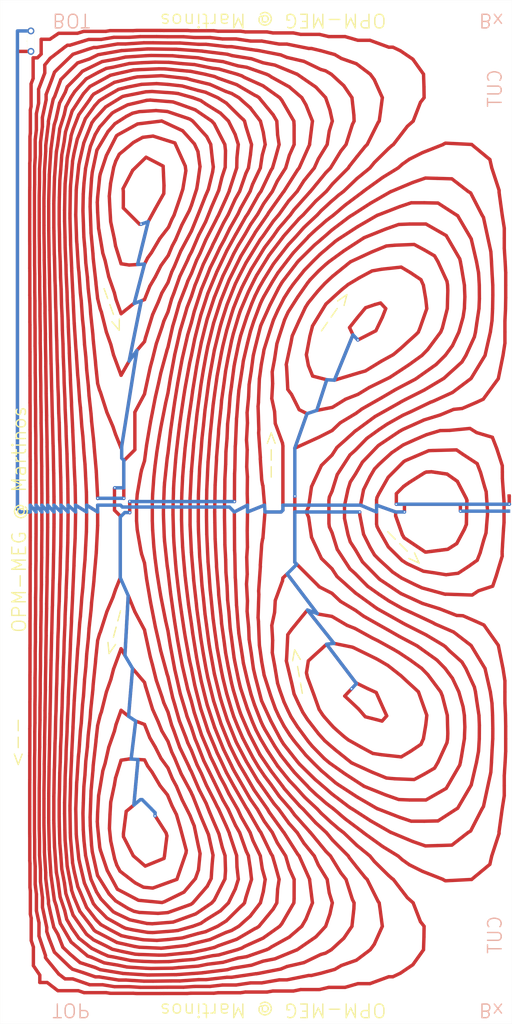
<source format=kicad_pcb>
(kicad_pcb (version 20221018) (generator pcbnew)
  (layers (0 "F.Cu" signal) (31 "B.Cu" signal) (34 "B.Paste" user) (35 "F.Paste" user) (36 "B.SilkS" user "B.Silkscreen") (37 "F.SilkS" user "F.Silkscreen") (38 "B.Mask" user) (39 "F.Mask" user) (44 "Edge.Cuts" user))
  (net 0 "")
  (net 1 "Net-(J1-Pin_1)")
  (footprint "Library:Banana_Jack_2Pin_Vert" (layer "F.Cu") (at 30 60)
    (fp_text reference "J1")
    (fp_text value "Conn_01x02_Socket")
  )
  (footprint "Library:SolderWirePad_1x01_SMD_5x10mm_custom" (layer "F.Cu") (at 745.833867 726.625756)
    (fp_text reference "J2")
    (fp_text value "Conn_01x01_Socket" hide)
  )
  (footprint "Library:SolderWirePad_1x01_SMD_5x10mm_custom" (layer "F.Cu") (at 745 748.789483)
    (fp_text reference "J1")
    (fp_text value "Conn_01x01_Socket" hide)
  )
  (gr_rect locked (start 0 0) (end 750 1500) (stroke (width 0.1)) (fill none) (layer "Edge.Cuts"))
  (gr_text "Bx" (at 700 30 180) (layer "B.SilkS") (effects (font (size 20 20) (thickness 2)) (justify left mirror)))
  (gr_text "TOP" (at 75 1480 180) (layer "B.SilkS") (effects (font (size 20 20) (thickness 2)) (justify left mirror)))
  (gr_text "CUT" (at 725 100 90) (layer "B.SilkS") (effects (font (size 20 20) (thickness 2)) (justify left mirror)))
  (gr_text "BOT" (at 75 30 180) (layer "B.SilkS") (effects (font (size 20 20) (thickness 2)) (justify left mirror)))
  (gr_text "Bx" (at 700 1480 180) (layer "B.SilkS") (effects (font (size 20 20) (thickness 2)) (justify left mirror)))
  (gr_text "CUT" (at 725 1340 90) (layer "B.SilkS") (effects (font (size 20 20) (thickness 2)) (justify left mirror)))
  (gr_text "-->" (at 475.801608 495.507975 55) (layer "F.SilkS") (effects (font (size 20 20) (thickness 2)) (justify left bottom)))
  (gr_text "-->" (at 556.658833 781.912297 -45) (layer "F.SilkS") (effects (font (size 20 20) (thickness 2)) (justify left bottom)))
  (gr_text "OPM-MEG @ Martinos" (at 400 1480 180) (layer "F.SilkS") (effects (font (size 20 20) (thickness 2))))
  (gr_text "-->" (at 16.496014 1049.148126 -90) (layer "F.SilkS") (effects (font (size 20 20) (thickness 2)) (justify left bottom)))
  (gr_text "OPM-MEG @ Martinos" (at 400 30 180) (layer "F.SilkS") (effects (font (size 20 20) (thickness 2))))
  (gr_text "OPM-MEG @ Martinos" (at 28.031697 761.025582 90) (layer "F.SilkS") (effects (font (size 20 20) (thickness 2))))
  (gr_text "-->" (at 453.935798 1019.929505 100) (layer "F.SilkS") (effects (font (size 20 20) (thickness 2)) (justify left bottom)))
  (gr_text "-->" (at 168.233136 886.312835 -105) (layer "F.SilkS") (effects (font (size 20 20) (thickness 2)) (justify left bottom)))
  (gr_text "-->" (at 407.482412 704.961057 90) (layer "F.SilkS") (effects (font (size 20 20) (thickness 2)) (justify left bottom)))
  (gr_text "-->" (at 140.820181 420.692264 -70) (layer "F.SilkS") (effects (font (size 20 20) (thickness 2)) (justify left bottom)))
  (segment (start 106.59 632.8621) (end 106.54 630.44) (width 5) (layer "F.Cu") (net 1))
  (segment (start 344.25 1082.847) (end 345.7 1086.43) (width 5) (layer "F.Cu") (net 1))
  (segment (start 240.57 713.6869) (end 239.36 746.17) (width 5) (layer "F.Cu") (net 1))
  (segment (start 235.74 1110.9081) (end 246.03 1125.07) (width 5) (layer "F.Cu") (net 1))
  (segment (start 413.79 850.8642) (end 413.79 850.86) (width 5) (layer "F.Cu") (net 1))
  (segment (start 509.77 783.1536) (end 513.11 793.82) (width 5) (layer "F.Cu") (net 1))
  (segment (start 636.61 1125.2383) (end 621.75 1133.89) (width 5) (layer "F.Cu") (net 1))
  (segment (start 370.99 520.8984) (end 373.7 509.32) (width 5) (layer "F.Cu") (net 1))
  (segment (start 44.25 787.0018) (end 44.25 752.44) (width 5) (layer "F.Cu") (net 1))
  (segment (start 489.01 314.7001) (end 505.29 300.7) (width 5) (layer "F.Cu") (net 1))
  (segment (start 197.52 658.8365) (end 181.299384 675.057116) (width 5) (layer "F.Cu") (net 1))
  (segment (start 336.15 278.2725) (end 335.72 280.05) (width 5) (layer "F.Cu") (net 1))
  (segment (start 44.25 750) (end 29.651104 750) (width 5) (layer "F.Cu") (net 1))
  (segment (start 68.19 1405.0463) (end 66.58 1402.67) (width 5) (layer "F.Cu") (net 1))
  (segment (start 710.53 979.3202) (end 718.32 1013.61) (width 5) (layer "F.Cu") (net 1))
  (segment (start 420.31 84.0686) (end 445.27 89.83) (width 5) (layer "F.Cu") (net 1))
  (segment (start 268.63 684.0927) (end 267.52 698.21) (width 5) (layer "F.Cu") (net 1))
  (segment (start 505.06 1019.6271) (end 514.96 1009.03) (width 5) (layer "F.Cu") (net 1))
  (segment (start 196.07 1179.3254) (end 202.11 1112.61) (width 5) (layer "F.Cu") (net 1))
  (segment (start 552.34 771.2876) (end 551.65 767.76) (width 5) (layer "F.Cu") (net 1))
  (segment (start 361.95 604.5264) (end 364.2 581.21) (width 5) (layer "F.Cu") (net 1))
  (segment (start 303.49 795.8833) (end 304.75 823.17) (width 5) (layer "F.Cu") (net 1))
  (segment (start 50.86 428.2087) (end 50.86 401.24) (width 5) (layer "F.Cu") (net 1))
  (segment (start 75.67 571.732) (end 74.82 533.33) (width 5) (layer "F.Cu") (net 1))
  (segment (start 382.78 534.044) (end 385.97 516.94) (width 5) (layer "F.Cu") (net 1))
  (segment (start 739.64 997.3156) (end 739.63 1013.61) (width 5) (layer "F.Cu") (net 1))
  (segment (start 105.38 1359.9982) (end 97.68 1346.74) (width 5) (layer "F.Cu") (net 1))
  (segment (start 59.3 958.3058) (end 59.72 935.9) (width 5) (layer "F.Cu") (net 1))
  (segment (start 79.1 740) (end 79.1 733.02) (width 5) (layer "F.Cu") (net 1))
  (segment (start 430.39 307.6487) (end 425.38 314.67) (width 5) (layer "F.Cu") (net 1))
  (segment (start 277.26 308.6078) (end 266.21 329.76) (width 5) (layer "F.Cu") (net 1))
  (segment (start 277.16 375.3104) (end 274.92 380.69) (width 5) (layer "F.Cu") (net 1))
  (segment (start 282.34 143.0126) (end 293.97 147.22) (width 5) (layer "F.Cu") (net 1))
  (segment (start 312.98 1027.0973) (end 314.7 1032.28) (width 5) (layer "F.Cu") (net 1))
  (segment (start 169.57 235.8925) (end 174.66 225.91) (width 5) (layer "F.Cu") (net 1))
  (segment (start 232.42 560.5924) (end 227.58 581.63) (width 5) (layer "F.Cu") (net 1))
  (segment (start 589.06 821.0775) (end 568.92 801.21) (width 5) (layer "F.Cu") (net 1))
  (segment (start 137.43 851.8192) (end 137.85 845.65) (width 5) (layer "F.Cu") (net 1))
  (segment (start 493.61 844.4634) (end 519.61 867.69) (width 5) (layer "F.Cu") (net 1))
  (segment (start 575.15 837.9784) (end 554.93 819.35) (width 5) (layer "F.Cu") (net 1))
  (segment (start 74.03 1006.2116) (end 74.34 988.94) (width 5) (layer "F.Cu") (net 1))
  (segment (start 381.34 246.0251) (end 369.93 270.09) (width 5) (layer "F.Cu") (net 1))
  (segment (start 720.74 469.7736) (end 718.34 486.39) (width 5) (layer "F.Cu") (net 1))
  (segment (start 671.18 839.7849) (end 653.49 841.94) (width 5) (layer "F.Cu") (net 1))
  (segment (start 730 945.4203) (end 736.85 979.27) (width 5) (layer "F.Cu") (net 1))
  (segment (start 252.97 477.8751) (end 246.03 508.68) (width 5) (layer "F.Cu") (net 1))
  (segment (start 381.23 445.3212) (end 383.78 439.66) (width 5) (layer "F.Cu") (net 1))
  (segment (start 349.2 359.1001) (end 342.27 371.76) (width 5) (layer "F.Cu") (net 1))
  (segment (start 117.66 1307.4587) (end 113.96 1299.03) (width 5) (layer "F.Cu") (net 1))
  (segment (start 177.35 950.3215) (end 182.99 960.26) (width 5) (layer "F.Cu") (net 1))
  (segment (start 111.91 1225.19) (end 111.67 1221.61) (width 5) (layer "F.Cu") (net 1))
  (segment (start 559.1 394.3901) (end 587.69 391.27) (width 5) (layer "F.Cu") (net 1))
  (segment (start 43.57 1260.7248) (end 43.57 1225.39) (width 5) (layer "F.Cu") (net 1))
  (segment (start 342.86 536.6032) (end 338.93 566.7) (width 5) (layer "F.Cu") (net 1))
  (segment (start 377.53 313.7338) (end 367.04 328.89) (width 5) (layer "F.Cu") (net 1))
  (segment (start 48.51 84.68) (end 48.51 114.8901) (width 5) (layer "F.Cu") (net 1))
  (segment (start 481.82 767.0981) (end 482.52 771.94) (width 5) (layer "F.Cu") (net 1))
  (segment (start 201.52 387.4578) (end 189.18 388.2) (width 5) (layer "F.Cu") (net 1))
  (segment (start 233.43 861.0993) (end 235.67 874.28) (width 5) (layer "F.Cu") (net 1))
  (segment (start 76.77 613.3444) (end 76.64 610.62) (width 5) (layer "F.Cu") (net 1))
  (segment (start 96.89 1098.2302) (end 98.21 1071.57) (width 5) (layer "F.Cu") (net 1))
  (segment (start 592.09 787.8983) (end 589.4 783.32) (width 5) (layer "F.Cu") (net 1))
  (segment (start 274.23 173.1112) (end 278.26 174.57) (width 5) (layer "F.Cu") (net 1))
  (segment (start 143.01 938.2922) (end 145.66 929.02) (width 5) (layer "F.Cu") (net 1))
  (segment (start 738.74 349.0377) (end 738.74 363.77) (width 5) (layer "F.Cu") (net 1))
  (segment (start 102.47 312.5497) (end 102.97 279.94) (width 5) (layer "F.Cu") (net 1))
  (segment (start 719.04 368.6015) (end 719.99 383.38) (width 5) (layer "F.Cu") (net 1))
  (segment (start 50.86 1098.7634) (end 50.86 1071.79) (width 5) (layer "F.Cu") (net 1))
  (segment (start 479.25 1288.3123) (end 482.31 1307.99) (width 5) (layer "F.Cu") (net 1))
  (segment (start 456.31 713.0049) (end 452.05 742.39) (width 5) (layer "F.Cu") (net 1))
  (segment (start 102.97 279.9414) (end 103.15 273.49) (width 5) (layer "F.Cu") (net 1))
  (segment (start 623.13 808.7648) (end 592.09 787.9) (width 5) (layer "F.Cu") (net 1))
  (segment (start 280.36 520.6826) (end 277.83 531.6) (width 5) (layer "F.Cu") (net 1))
  (segment (start 304.46 429.8001) (end 299.82 444.18) (width 5) (layer "F.Cu") (net 1))
  (segment (start 102.98 1220.0624) (end 102.48 1187.45) (width 5) (layer "F.Cu") (net 1))
  (segment (start 220.08 962.1223) (end 223.2 973.56) (width 5) (layer "F.Cu") (net 1))
  (segment (start 139.96 968.6959) (end 140.19 965.32) (width 5) (layer "F.Cu") (net 1))
  (segment (start 57.39 1193.8751) (end 57.41 1173.89) (width 5) (layer "F.Cu") (net 1))
  (segment (start 95.42 599.8377) (end 95.05 584.39) (width 5) (layer "F.Cu") (net 1))
  (segment (start 110.55 740) (end 110.03 711.33) (width 5) (layer "F.Cu") (net 1))
  (segment (start 223.77 1301.0126) (end 210.13 1299.72) (width 5) (layer "F.Cu") (net 1))
  (segment (start 92.07 1387.6194) (end 84.69 1368.68) (width 5) (layer "F.Cu") (net 1))
  (segment (start 246.03 1043.1277) (end 251.49 1062.42) (width 5) (layer "F.Cu") (net 1))
  (segment (start 582.27 866.177) (end 587.07 869.38) (width 5) (layer "F.Cu") (net 1))
  (segment (start 92.62 522.5533) (end 92.23 503.89) (width 5) (layer "F.Cu") (net 1))
  (segment (start 312.01 1252.801) (end 310.77 1265.69) (width 5) (layer "F.Cu") (net 1))
  (segment (start 351.98 1044.1645) (end 353.67 1048.52) (width 5) (layer "F.Cu") (net 1))
  (segment (start 235.66 625.7135) (end 233.41 638.91) (width 5) (layer "F.Cu") (net 1))
  (segment (start 317.56 554.4226) (end 314.7 574.69) (width 5) (layer "F.Cu") (net 1))
  (segment (start 423.78 1372.7545) (end 397.25 1387.4) (width 5) (layer "F.Cu") (net 1))
  (segment (start 408.19 421.9241) (end 411.45 416.28) (width 5) (layer "F.Cu") (net 1))
  (segment (start 618.77 1276.429) (end 599.59 1266.81) (width 5) (layer "F.Cu") (net 1))
  (segment (start 343.96 687.9182) (end 344.62 653.93) (width 5) (layer "F.Cu") (net 1))
  (segment (start 111.67 278.3841) (end 111.9 274.82) (width 5) (layer "F.Cu") (net 1))
  (segment (start 311.06 1400.122) (end 284.79 1405.46) (width 5) (layer "F.Cu") (net 1))
  (segment (start 366.66 1272.2156) (end 368.44 1288.24) (width 5) (layer "F.Cu") (net 1))
  (segment (start 302.87 717.3491) (end 302.47 742.97) (width 5) (layer "F.Cu") (net 1))
  (segment (start 269.5 1306.8763) (end 241 1320.87) (width 5) (layer "F.Cu") (net 1))
  (segment (start 213.46 134.4562) (end 222.73 134.01) (width 5) (layer "F.Cu") (net 1))
  (segment (start 194.36 249.4228) (end 194.36 249.42) (width 5) (layer "F.Cu") (net 1))
  (segment (start 544.56 369.0721) (end 566.03 360.31) (width 5) (layer "F.Cu") (net 1))
  (segment (start 57.87 266.4009) (end 57.87 247.49) (width 5) (layer "F.Cu") (net 1))
  (segment (start 60.18 896.1881) (end 60.18 879.92) (width 5) (layer "F.Cu") (net 1))
  (segment (start 291.01 344.6315) (end 280.82 368.45) (width 5) (layer "F.Cu") (net 1))
  (segment (start 490.41 1097.8072) (end 475.82 1085.24) (width 5) (layer "F.Cu") (net 1))
  (segment (start 280.36 979.301) (end 285.23 1003.59) (width 5) (layer "F.Cu") (net 1))
  (segment (start 301.53 351.1759) (end 292.98 371.17) (width 5) (layer "F.Cu") (net 1))
  (segment (start 573.41 280.3627) (end 604.47 267.35) (width 5) (layer "F.Cu") (net 1))
  (segment (start 265.91 738.5779) (end 265.91 761.42) (width 5) (layer "F.Cu") (net 1))
  (segment (start 43.7 436.5704) (end 43.62 432.37) (width 5) (layer "F.Cu") (net 1))
  (segment (start 625.22 452.0502) (end 615.03 481.01) (width 5) (layer "F.Cu") (net 1))
  (segment (start 339.34 136.9154) (end 349.77 143.01) (width 5) (layer "F.Cu") (net 1))
  (segment (start 247.21 1408.7191) (end 227.08 1408.98) (width 5) (layer "F.Cu") (net 1))
  (segment (start 605.28 177.3501) (end 596.66 185.07) (width 5) (layer "F.Cu") (net 1))
  (segment (start 457.7 1322.6499) (end 448.16 1346.53) (width 5) (layer "F.Cu") (net 1))
  (segment (start 95.36 1230.9813) (end 94.94 1215.44) (width 5) (layer "F.Cu") (net 1))
  (segment (start 150.45 1442.6495) (end 131.37 1442.65) (width 5) (layer "F.Cu") (net 1))
  (segment (start 88.92 1251.4286) (end 87.57 1235.46) (width 5) (layer "F.Cu") (net 1))
  (segment (start 396.81 1149.0945) (end 409.04 1166.47) (width 5) (layer "F.Cu") (net 1))
  (segment (start 194.36 249.4228) (end 213.92 230.3) (width 5) (layer "F.Cu") (net 1))
  (segment (start 204.35743 328.382818) (end 206.645917 328.382818) (width 5) (layer "F.Cu") (net 1))
  (segment (start 239.96 470.4051) (end 237.36 478.86) (width 5) (layer "F.Cu") (net 1))
  (segment (start 52.39 638.7807) (end 52.11 624.71) (width 5) (layer "F.Cu") (net 1))
  (segment (start 296.12 74.8119) (end 296.73 74.94) (width 5) (layer "F.Cu") (net 1))
  (segment (start 431.88 348.2699) (end 422.23 358.54) (width 5) (layer "F.Cu") (net 1))
  (segment (start 169.23 1139.7811) (end 177.35 1113.65) (width 5) (layer "F.Cu") (net 1))
  (segment (start 409.04 1166.4736) (end 425.26 1185.06) (width 5) (layer "F.Cu") (net 1))
  (segment (start 44.25 712.9982) (end 44.21 708.14) (width 5) (layer "F.Cu") (net 1))
  (segment (start 423.84 1272.439) (end 430.88 1288.31) (width 5) (layer "F.Cu") (net 1))
  (segment (start 400.61 323.6223) (end 385.79 345) (width 5) (layer "F.Cu") (net 1))
  (segment (start 343.65 806.073) (end 343.4 772.96) (width 5) (layer "F.Cu") (net 1))
  (segment (start 238.61 111.0837) (end 273.09 114.9) (width 5) (layer "F.Cu") (net 1))
  (segment (start 602.37 297.0348) (end 621.5 297) (width 5) (layer "F.Cu") (net 1))
  (segment (start 153.89 381.5262) (end 150.6 370.92) (width 5) (layer "F.Cu") (net 1))
  (segment (start 590.64 651.8111) (end 608.74 643.69) (width 5) (layer "F.Cu") (net 1))
  (segment (start 315.78 323.5013) (end 301.53 351.18) (width 5) (layer "F.Cu") (net 1))
  (segment (start 307.54 1445.0777) (end 285.24 1445.08) (width 5) (layer "F.Cu") (net 1))
  (segment (start 338.85 1121.0693) (end 341.19 1126.07) (width 5) (layer "F.Cu") (net 1))
  (segment (start 431.836999 823.642932) (end 467.39 859.195933) (width 5) (layer "F.Cu") (net 1))
  (segment (start 278.16 306.3867) (end 277.26 308.61) (width 5) (layer "F.Cu") (net 1))
  (segment (start 80.88 418.4815) (end 80.52 411.17) (width 5) (layer "F.Cu") (net 1))
  (segment (start 44.25 752.4427) (end 44.25 750) (width 5) (layer "F.Cu") (net 1))
  (segment (start 45.69 1345.0685) (end 44.43 1339.12) (width 5) (layer "F.Cu") (net 1))
  (segment (start 361.38 1401.4663) (end 348.53 1403.55) (width 5) (layer "F.Cu") (net 1))
  (segment (start 114.77 1451.3407) (end 84.71 1451.34) (width 5) (layer "F.Cu") (net 1))
  (segment (start 623.17 260.8186) (end 640.42 261.27) (width 5) (layer "F.Cu") (net 1))
  (segment (start 223.03 1353.2556) (end 215.28 1352.87) (width 5) (layer "F.Cu") (net 1))
  (segment (start 347.28 1391.325) (end 320.49 1398.95) (width 5) (layer "F.Cu") (net 1))
  (segment (start 318.11 1103.0488) (end 321.63 1110.23) (width 5) (layer "F.Cu") (net 1))
  (segment (start 237.35 1021.1257) (end 239.95 1029.6) (width 5) (layer "F.Cu") (net 1))
  (segment (start 311.05 99.8713) (end 320.5 101.04) (width 5) (layer "F.Cu") (net 1))
  (segment (start 476.78 1396.3507) (end 469.9 1398.26) (width 5) (layer "F.Cu") (net 1))
  (segment (start 376.47 140.9351) (end 379.39 143.01) (width 5) (layer "F.Cu") (net 1))
  (segment (start 409.7 143.0126) (end 412.66 146.61) (width 5) (layer "F.Cu") (net 1))
  (segment (start 533.73 1220.8045) (end 532.81 1220.06) (width 5) (layer "F.Cu") (net 1))
  (segment (start 445.21 1235.2311) (end 460.4 1253.97) (width 5) (layer "F.Cu") (net 1))
  (segment (start 80.53 1088.8326) (end 80.89 1081.52) (width 5) (layer "F.Cu") (net 1))
  (segment (start 146.04 258.8322) (end 146.78 255.03) (width 5) (layer "F.Cu") (net 1))
  (segment (start 358.99 1134.2462) (end 367.27 1148.64) (width 5) (layer "F.Cu") (net 1))
  (segment (start 352.08 171.297) (end 356.68 175.39) (width 5) (layer "F.Cu") (net 1))
  (segment (start 181.359789 729.947892) (end 181.299384 730.008297) (width 5) (layer "F.Cu") (net 1))
  (segment (start 329.28 1074.087) (end 336.5 1091.97) (width 5) (layer "F.Cu") (net 1))
  (segment (start 658.55 953.5205) (end 676.62 969.69) (width 5) (layer "F.Cu") (net 1))
  (segment (start 98.11 665.0435) (end 96.94 638.41) (width 5) (layer "F.Cu") (net 1))
  (segment (start 252.96 136.0705) (end 260.45 136.9) (width 5) (layer "F.Cu") (net 1))
  (segment (start 240.58 786.319) (end 241.01 792.32) (width 5) (layer "F.Cu") (net 1))
  (segment (start 478.47 322.6844) (end 489.01 314.7) (width 5) (layer "F.Cu") (net 1))
  (segment (start 486.26 902.9887) (end 508.47 916.12) (width 5) (layer "F.Cu") (net 1))
  (segment (start 44.04 629.349) (end 44.04 594.54) (width 5) (layer "F.Cu") (net 1))
  (segment (start 65.54 95.158) (end 73.42 85.45) (width 5) (layer "F.Cu") (net 1))
  (segment (start 71.85 1126.1485) (end 71.85 1123.3) (width 5) (layer "F.Cu") (net 1))
  (segment (start 113.83 950.1836) (end 114.49 943.88) (width 5) (layer "F.Cu") (net 1))
  (segment (start 43.57 274.6137) (end 43.57 239.28) (width 5) (layer "F.Cu") (net 1))
  (segment (start 299.61 482.5536) (end 294.82 501.92) (width 5) (layer "F.Cu") (net 1))
  (segment (start 98.2 428.4274) (end 96.88 401.77) (width 5) (layer "F.Cu") (net 1))
  (segment (start 143.01 1189.3588) (end 144.48 1165.01) (width 5) (layer "F.Cu") (net 1))
  (segment (start 157.19 112.798) (end 157.19 112.8) (width 5) (layer "F.Cu") (net 1))
  (segment (start 313.84 986.1704) (end 314.01 987.06) (width 5) (layer "F.Cu") (net 1))
  (segment (start 198.75 1056.3521) (end 211.69 1061.25) (width 5) (layer "F.Cu") (net 1))
  (segment (start 526.91 750.004158) (end 526.91 750) (width 5) (layer "F.Cu") (net 1))
  (segment (start 705.97 314.7001) (end 708.29 318.65) (width 5) (layer "F.Cu") (net 1))
  (segment (start 655.68 1082.2872) (end 654.72 1088.08) (width 5) (layer "F.Cu") (net 1))
  (segment (start 84.54 1288.292) (end 82.54 1277.79) (width 5) (layer "F.Cu") (net 1))
  (segment (start 647.99 1019.5239) (end 655.26 1047.95) (width 5) (layer "F.Cu") (net 1))
  (segment (start 87.29 856.0489) (end 87.96 840.79) (width 5) (layer "F.Cu") (net 1))
  (segment (start 242.66 909.7111) (end 246.03 924.35) (width 5) (layer "F.Cu") (net 1))
  (segment (start 108.68 815.792) (end 109.95 790.18) (width 5) (layer "F.Cu") (net 1))
  (segment (start 314.45 749.857) (end 314.45 750.14) (width 5) (layer "F.Cu") (net 1))
  (segment (start 380.95 1105.7105) (end 397.21 1129.67) (width 5) (layer "F.Cu") (net 1))
  (segment (start 451.5 1283.6761) (end 453.56 1288.31) (width 5) (layer "F.Cu") (net 1))
  (segment (start 477.01 143.0126) (end 483.25 161.05) (width 5) (layer "F.Cu") (net 1))
  (segment (start 286.81 1338.794) (end 262.97 1347.46) (width 5) (layer "F.Cu") (net 1))
  (segment (start 262.73 444.0366) (end 255.87 468.23) (width 5) (layer "F.Cu") (net 1))
  (segment (start 83.71 972.3294) (end 84.2 961.28) (width 5) (layer "F.Cu") (net 1))
  (segment (start 223.6 776.5664) (end 225.37 801.31) (width 5) (layer "F.Cu") (net 1))
  (segment (start 314.01 512.9352) (end 313.83 513.83) (width 5) (layer "F.Cu") (net 1))
  (segment (start 258.43 1151.7363) (end 266.79 1171.78) (width 5) (layer "F.Cu") (net 1))
  (segment (start 121.96 1215.703) (end 121.47 1191.24) (width 5) (layer "F.Cu") (net 1))
  (segment (start 258.21 72.1333) (end 289.81 74.34) (width 5) (layer "F.Cu") (net 1))
  (segment (start 288.44 892.6965) (end 292.25 920.67) (width 5) (layer "F.Cu") (net 1))
  (segment (start 380.35 1104.6366) (end 380.66 1105.23) (width 5) (layer "F.Cu") (net 1))
  (segment (start 314.7 989.8308) (end 322.53 1021.61) (width 5) (layer "F.Cu") (net 1))
  (segment (start 256.01 980.9312) (end 259.08 994.16) (width 5) (layer "F.Cu") (net 1))
  (segment (start 438.06 469.9907) (end 447.43 450.09) (width 5) (layer "F.Cu") (net 1))
  (segment (start 362.55 740) (end 362.55 738.04) (width 5) (layer "F.Cu") (net 1))
  (segment (start 43.94 910.0427) (end 44.04 905.46) (width 5) (layer "F.Cu") (net 1))
  (segment (start 179.31 1357.71) (end 156.7 1345.03) (width 5) (layer "F.Cu") (net 1))
  (segment (start 201.26 112.5767) (end 235.95 110.9) (width 5) (layer "F.Cu") (net 1))
  (segment (start 378.03 595.2939) (end 378.59 589.47) (width 5) (layer "F.Cu") (net 1))
  (segment (start 379.78 420.8871) (end 373.61 433.36) (width 5) (layer "F.Cu") (net 1))
  (segment (start 419.43 967.9703) (end 419.78 965.76) (width 5) (layer "F.Cu") (net 1))
  (segment (start 415.92 1219.6373) (end 436.02 1251.24) (width 5) (layer "F.Cu") (net 1))
  (segment (start 739.66 470.0566) (end 739.66 486.39) (width 5) (layer "F.Cu") (net 1))
  (segment (start 135.99 1010.4206) (end 136.5 1002.65) (width 5) (layer "F.Cu") (net 1))
  (segment (start 503.16 818.8022) (end 512.71 833.49) (width 5) (layer "F.Cu") (net 1))
  (segment (start 618.72 616.2937) (end 590.11 629.13) (width 5) (layer "F.Cu") (net 1))
  (segment (start 532.83 279.9639) (end 533.69 279.26) (width 5) (layer "F.Cu") (net 1))
  (segment (start 116.99 1335.1089) (end 108.09 1313.84) (width 5) (layer "F.Cu") (net 1))
  (segment (start 402.44 975.7169) (end 398.85 956.11) (width 5) (layer "F.Cu") (net 1))
  (segment (start 319.36 45.665) (end 352.3 45.67) (width 5) (layer "F.Cu") (net 1))
  (segment (start 96.94 638.4064) (end 96.62 624.74) (width 5) (layer "F.Cu") (net 1))
  (segment (start 313 1143.8234) (end 313.01 1143.85) (width 5) (layer "F.Cu") (net 1))
  (segment (start 366.87 485.3825) (end 371.7 470.62) (width 5) (layer "F.Cu") (net 1))
  (segment (start 233.96 349.5511) (end 221.87 370.02) (width 5) (layer "F.Cu") (net 1))
  (segment (start 477.63 445.2196) (end 499.82 424.99) (width 5) (layer "F.Cu") (net 1))
  (segment (start 481.8 732.9115) (end 481.82 767.1) (width 5) (layer "F.Cu") (net 1))
  (segment (start 57.41 1154.4418) (end 57.7 1134.28) (width 5) (layer "F.Cu") (net 1))
  (segment (start 399.7 1451.8159) (end 391.15 1453.3) (width 5) (layer "F.Cu") (net 1))
  (segment (start 435.29 108.675) (end 462.94 127.74) (width 5) (layer "F.Cu") (net 1))
  (segment (start 280.36 1027.4239) (end 284.46 1043.48) (width 5) (layer "F.Cu") (net 1))
  (segment (start 68.9 654.5115) (end 68.9 648.27) (width 5) (layer "F.Cu") (net 1))
  (segment (start 326.65 1172.1523) (end 334.13 1185.24) (width 5) (layer "F.Cu") (net 1))
  (segment (start 575.51 1430.9076) (end 569.49 1430.91) (width 5) (layer "F.Cu") (net 1))
  (segment (start 393.43 311.7198) (end 391.91 314.43) (width 5) (layer "F.Cu") (net 1))
  (segment (start 517.01 490.4619) (end 511.99 479.84) (width 5) (layer "F.Cu") (net 1))
  (segment (start 445.63 396.1011) (end 458.84 382.41) (width 5) (layer "F.Cu") (net 1))
  (segment (start 399.38 938.029) (end 398.15 916.26) (width 5) (layer "F.Cu") (net 1))
  (segment (start 702.13 417.7128) (end 702.26 437.61) (width 5) (layer "F.Cu") (net 1))
  (segment (start 315.13 710.805) (end 314.7 734.09) (width 5) (layer "F.Cu") (net 1))
  (segment (start 278.48 729.1962) (end 278.42 731.39) (width 5) (layer "F.Cu") (net 1))
  (segment (start 140.63 1083.9094) (end 143.01 1062.85) (width 5) (layer "F.Cu") (net 1))
  (segment (start 305.46 1222.7787) (end 305.62 1223.56) (width 5) (layer "F.Cu") (net 1))
  (segment (start 545.05 934.4442) (end 553.34 938.5) (width 5) (layer "F.Cu") (net 1))
  (segment (start 44.41 161.1121) (end 45.5 155.92) (width 5) (layer "F.Cu") (net 1))
  (segment (start 52.11 875.287) (end 52.39 861.22) (width 5) (layer "F.Cu") (net 1))
  (segment (start 244.5 1224.5953) (end 240.93 1253.78) (width 5) (layer "F.Cu") (net 1))
  (segment (start 344.42 196.7366) (end 349.07 211.69) (width 5) (layer "F.Cu") (net 1))
  (segment (start 66.47 1001.8683) (end 67.02 971.15) (width 5) (layer "F.Cu") (net 1))
  (segment (start 451.43 216.4481) (end 438.22 246.03) (width 5) (layer "F.Cu") (net 1))
  (segment (start 71.33 337.5616) (end 71.33 334.1) (width 5) (layer "F.Cu") (net 1))
  (segment (start 386.85 988.7991) (end 386.22 985.03) (width 5) (layer "F.Cu") (net 1))
  (segment (start 246.03 663.9514) (end 244.98 670.51) (width 5) (layer "F.Cu") (net 1))
  (segment (start 52.11 624.7131) (end 52.11 599.18) (width 5) (layer "F.Cu") (net 1))
  (segment (start 66.46 498.1339) (end 66.46 489.09) (width 5) (layer "F.Cu") (net 1))
  (segment (start 343.44204 734.741099) (end 343.4 734.776099) (width 5) (layer "F.Cu") (net 1))
  (segment (start 680.29 775.3274) (end 669.07 796.27) (width 5) (layer "F.Cu") (net 1))
  (segment (start 200.03 763.0273) (end 201 775.86) (width 5) (layer "F.Cu") (net 1))
  (segment (start 523.43 1167.7243) (end 497.7 1150.96) (width 5) (layer "F.Cu") (net 1))
  (segment (start 287.9 962.6138) (end 289.65 972.28) (width 5) (layer "F.Cu") (net 1))
  (segment (start 721.92 1067.7405) (end 721.83 1082.29) (width 5) (layer "F.Cu") (net 1))
  (segment (start 438.22 246.0251) (end 436.01 248.75) (width 5) (layer "F.Cu") (net 1))
  (segment (start 108.27 671.342) (end 108.26 670.87) (width 5) (layer "F.Cu") (net 1))
  (segment (start 146.65 452.0763) (end 143.01 437.3) (width 5) (layer "F.Cu") (net 1))
  (segment (start 283.78 649.4237) (end 283.51 653.2) (width 5) (layer "F.Cu") (net 1))
  (segment (start 207.39 688.3665) (end 206.18 693.99) (width 5) (layer "F.Cu") (net 1))
  (segment (start 326.62 404.0409) (end 315.08 432.87) (width 5) (layer "F.Cu") (net 1))
  (segment (start 740.53 1047.9498) (end 740.79 1063.98) (width 5) (layer "F.Cu") (net 1))
  (segment (start 169.17 1337.5337) (end 165.86 1335.68) (width 5) (layer "F.Cu") (net 1))
  (segment (start 735.61 811.5034) (end 735.69 814.72) (width 5) (layer "F.Cu") (net 1))
  (segment (start 142.97 1282.6225) (end 142.7 1281.83) (width 5) (layer "F.Cu") (net 1))
  (segment (start 112.67 357.8517) (end 112.27 353.49) (width 5) (layer "F.Cu") (net 1))
  (segment (start 385.79 345.0046) (end 380.93 351.39) (width 5) (layer "F.Cu") (net 1))
  (segment (start 210.78 1437.3659) (end 184.5 1435.75) (width 5) (layer "F.Cu") (net 1))
  (segment (start 320.37 871.5888) (end 323.76 902.57) (width 5) (layer "F.Cu") (net 1))
  (segment (start 254.66 429.4828) (end 251.49 437.59) (width 5) (layer "F.Cu") (net 1))
  (segment (start 266.21 329.7595) (end 257.18 351.1) (width 5) (layer "F.Cu") (net 1))
  (segment (start 302.38 585.1467) (end 300.29 600.5) (width 5) (layer "F.Cu") (net 1))
  (segment (start 261.64 82.5084) (end 290.45 84.67) (width 5) (layer "F.Cu") (net 1))
  (segment (start 133.22 1356.1695) (end 116.99 1335.11) (width 5) (layer "F.Cu") (net 1))
  (segment (start 405.89 379.6281) (end 400.46 386.72) (width 5) (layer "F.Cu") (net 1))
  (segment (start 170.61 199.0223) (end 171.07 198.51) (width 5) (layer "F.Cu") (net 1))
  (segment (start 111.03 317.4643) (end 110.94 314.81) (width 5) (layer "F.Cu") (net 1))
  (segment (start 120.8 1033.0734) (end 122.37 1018.25) (width 5) (layer "F.Cu") (net 1))
  (segment (start 281.61 1382.7101) (end 273.09 1385.1) (width 5) (layer "F.Cu") (net 1))
  (segment (start 115.52 241.1531) (end 117.32 232.62) (width 5) (layer "F.Cu") (net 1))
  (segment (start 162.17 1232.0527) (end 160.25 1213.51) (width 5) (layer "F.Cu") (net 1))
  (segment (start 224.22 199.3087) (end 256.08 209.35) (width 5) (layer "F.Cu") (net 1))
  (segment (start 306.84 1189.2973) (end 311.54 1200.42) (width 5) (layer "F.Cu") (net 1))
  (segment (start 335 387.1351) (end 326.62 404.04) (width 5) (layer "F.Cu") (net 1))
  (segment (start 535.13 1050.0027) (end 525.18 1038.57) (width 5) (layer "F.Cu") (net 1))
  (segment (start 134.12 882.9469) (end 137.43 851.82) (width 5) (layer "F.Cu") (net 1))
  (segment (start 383.45 1439.8874) (end 367.11 1439.89) (width 5) (layer "F.Cu") (net 1))
  (segment (start 224.23 62.6263) (end 250.41 62.95) (width 5) (layer "F.Cu") (net 1))
  (segment (start 530.26 599.0311) (end 521.55 605.47) (width 5) (layer "F.Cu") (net 1))
  (segment (start 285.23 496.407) (end 280.36 520.68) (width 5) (layer "F.Cu") (net 1))
  (segment (start 406.64 1122.1277) (end 406.9 1122.47) (width 5) (layer "F.Cu") (net 1))
  (segment (start 53.3 1334.0293) (end 53.3 1309.86) (width 5) (layer "F.Cu") (net 1))
  (segment (start 200.99 724.1311) (end 200.02 736.98) (width 5) (layer "F.Cu") (net 1))
  (segment (start 319.39 114.3885) (end 346.75 124) (width 5) (layer "F.Cu") (net 1))
  (segment (start 323.28 440.975) (end 314.75 467.52) (width 5) (layer "F.Cu") (net 1))
  (segment (start 427.1 922.1083) (end 427.1 922.11) (width 5) (layer "F.Cu") (net 1))
  (segment (start 95.36 269.0164) (end 97.5 243.64) (width 5) (layer "F.Cu") (net 1))
  (segment (start 88.42 817.2566) (end 88.94 800.78) (width 5) (layer "F.Cu") (net 1))
  (segment (start 377.09 1142.8945) (end 378.36 1144.76) (width 5) (layer "F.Cu") (net 1))
  (segment (start 522.59 1000.8609) (end 538.91 1008.93) (width 5) (layer "F.Cu") (net 1))
  (segment (start 244.25 514.3534) (end 235.42 546.69) (width 5) (layer "F.Cu") (net 1))
  (segment (start 88.18 1116.7696) (end 88.71 1093.53) (width 5) (layer "F.Cu") (net 1))
  (segment (start 249.54 633.6882) (end 246.03 663.95) (width 5) (layer "F.Cu") (net 1))
  (segment (start 689.77 1150.9623) (end 670.41 1184.07) (width 5) (layer "F.Cu") (net 1))
  (segment (start 474.93 1111.0622) (end 457.19 1092.95) (width 5) (layer "F.Cu") (net 1))
  (segment (start 126.51 779.2035) (end 126.85 760.44) (width 5) (layer "F.Cu") (net 1))
  (segment (start 623.71 438.2027) (end 625.22 452.05) (width 5) (layer "F.Cu") (net 1))
  (segment (start 505.08 1019.6693) (end 505.06 1019.63) (width 5) (layer "F.Cu") (net 1))
  (segment (start 86.68 1196.5212) (end 86.71 1171.27) (width 5) (layer "F.Cu") (net 1))
  (segment (start 50.72 270.5073) (end 50.72 243.38) (width 5) (layer "F.Cu") (net 1))
  (segment (start 372.05 343.8237) (end 353.2 374.63) (width 5) (layer "F.Cu") (net 1))
  (segment (start 201 775.8621) (end 206.21 806.02) (width 5) (layer "F.Cu") (net 1))
  (segment (start 265.73 896.4582) (end 269.44 921.23) (width 5) (layer "F.Cu") (net 1))
  (segment (start 334.71 177.3501) (end 344.42 196.74) (width 5) (layer "F.Cu") (net 1))
  (segment (start 323.75 597.4173) (end 320.35 628.42) (width 5) (layer "F.Cu") (net 1))
  (segment (start 148.36 57.7014) (end 166.72 54.61) (width 5) (layer "F.Cu") (net 1))
  (segment (start 50.62 388.902) (end 50.62 361.65) (width 5) (layer "F.Cu") (net 1))
  (segment (start 566.03 360.3079) (end 578.33 359.2) (width 5) (layer "F.Cu") (net 1))
  (segment (start 255.31 390.4027) (end 251.59 398.2) (width 5) (layer "F.Cu") (net 1))
  (segment (start 653.33 870.4036) (end 652.49 870.51) (width 5) (layer "F.Cu") (net 1))
  (segment (start 279.52 44.9734) (end 313.25 44.97) (width 5) (layer "F.Cu") (net 1))
  (segment (start 431.836999 726.82687) (end 431.836999 823.642932) (width 5) (layer "F.Cu") (net 1))
  (segment (start 132.01 447.8493) (end 129.17 422.67) (width 5) (layer "F.Cu") (net 1))
  (segment (start 451.73 535.4178) (end 448.76 519.56) (width 5) (layer "F.Cu") (net 1))
  (segment (start 731.09 1221.0587) (end 720.36 1253.97) (width 5) (layer "F.Cu") (net 1))
  (segment (start 128.01 406.1046) (end 125.66 385.25) (width 5) (layer "F.Cu") (net 1))
  (segment (start 332.65 446.1564) (end 325.57 468.16) (width 5) (layer "F.Cu") (net 1))
  (segment (start 434.63 1114.4649) (end 415.71 1090.42) (width 5) (layer "F.Cu") (net 1))
  (segment (start 601.42 1100.6102) (end 587.73 1108.8) (width 5) (layer "F.Cu") (net 1))
  (segment (start 113.7 92.0781) (end 131.06 86.3) (width 5) (layer "F.Cu") (net 1))
  (segment (start 135.09 252.3943) (end 141.79 220.58) (width 5) (layer "F.Cu") (net 1))
  (segment (start 241.68 1399.0939) (end 232.69 1399.21) (width 5) (layer "F.Cu") (net 1))
  (segment (start 61.04 683.1938) (end 60.64 659.25) (width 5) (layer "F.Cu") (net 1))
  (segment (start 295.83 642.5071) (end 294.58 659.56) (width 5) (layer "F.Cu") (net 1))
  (segment (start 58.51 1036.7427) (end 58.9 1015.25) (width 5) (layer "F.Cu") (net 1))
  (segment (start 169.23 1139.7811) (end 169.23 1139.78) (width 5) (layer "F.Cu") (net 1))
  (segment (start 94.94 1215.4447) (end 94.58 1191.98) (width 5) (layer "F.Cu") (net 1))
  (segment (start 80.89 1081.515) (end 81.61 1050.01) (width 5) (layer "F.Cu") (net 1))
  (segment (start 366.39 1219.6669) (end 370.51 1231.31) (width 5) (layer "F.Cu") (net 1))
  (segment (start 361.86 1093.4355) (end 370.75 1110.38) (width 5) (layer "F.Cu") (net 1))
  (segment (start 69.08 1439.3305) (end 58.26 1439.33) (width 5) (layer "F.Cu") (net 1))
  (segment (start 409.7 1356.9874) (end 385.26 1374.37) (width 5) (layer "F.Cu") (net 1))
  (segment (start 205.58 53.5757) (end 229.42 53.58) (width 5) (layer "F.Cu") (net 1))
  (segment (start 122.58 45.9002) (end 155.01 45.9) (width 5) (layer "F.Cu") (net 1))
  (segment (start 662.84 506.3195) (end 652.2 520.73) (width 5) (layer "F.Cu") (net 1))
  (segment (start 65.34 1080.1077) (end 65.91 1050.67) (width 5) (layer "F.Cu") (net 1))
  (segment (start 65.54 106.892) (end 65.54 95.16) (width 5) (layer "F.Cu") (net 1))
  (segment (start 351.11 1219.8987) (end 360.65 1246.87) (width 5) (layer "F.Cu") (net 1))
  (segment (start 164.76 1390.6909) (end 156.74 1386.49) (width 5) (layer "F.Cu") (net 1))
  (segment (start 452.05 742.3941) (end 449.36 748.45) (width 5) (layer "F.Cu") (net 1))
  (segment (start 542.94 297.5659) (end 572.27 280.77) (width 5) (layer "F.Cu") (net 1))
  (segment (start 409.99 1011.4755) (end 406.62 1000.95) (width 5) (layer "F.Cu") (net 1))
  (segment (start 43.94 944.9573) (end 43.94 910.04) (width 5) (layer "F.Cu") (net 1))
  (segment (start 578.3 1140.8701) (end 566.07 1139.76) (width 5) (layer "F.Cu") (net 1))
  (segment (start 399.36 561.9597) (end 398.72 544.81) (width 5) (layer "F.Cu") (net 1))
  (segment (start 407.06 454.3065) (end 416.17 436.44) (width 5) (layer "F.Cu") (net 1))
  (segment (start 72.97 57.4928) (end 72.97 57.49) (width 5) (layer "F.Cu") (net 1))
  (segment (start 623.99 929.9768) (end 649.16 945.02) (width 5) (layer "F.Cu") (net 1))
  (segment (start 254.92 315.282) (end 251.75 321.35) (width 5) (layer "F.Cu") (net 1))
  (segment (start 720.44 246.0251) (end 731.15 278.84) (width 5) (layer "F.Cu") (net 1))
  (segment (start 139.4 197.042) (end 145.93 186.11) (width 5) (layer "F.Cu") (net 1))
  (segment (start 91.35 1016.1609) (end 92.24 996.11) (width 5) (layer "F.Cu") (net 1))
  (segment (start 349.04 918.8026) (end 346.79 889.35) (width 5) (layer "F.Cu") (net 1))
  (segment (start 171.09 1267.5142) (end 167.94 1258.17) (width 5) (layer "F.Cu") (net 1))
  (segment (start 430.44 177.3501) (end 430.82 183.66) (width 5) (layer "F.Cu") (net 1))
  (segment (start 332.92 1420.5818) (end 296.74 1425.06) (width 5) (layer "F.Cu") (net 1))
  (segment (start 458.84 382.4079) (end 468.77 372.63) (width 5) (layer "F.Cu") (net 1))
  (segment (start 333.06 1055.0083) (end 344.25 1082.85) (width 5) (layer "F.Cu") (net 1))
  (segment (start 45.5 122.785) (end 48.51 114.89) (width 5) (layer "F.Cu") (net 1))
  (segment (start 533.61 348.0806) (end 564.77 335.58) (width 5) (layer "F.Cu") (net 1))
  (segment (start 328.49 351.2605) (end 322.2 362.74) (width 5) (layer "F.Cu") (net 1))
  (segment (start 489.87 556.935) (end 517.01 490.46) (width 5) (layer "F.Cu") (net 1))
  (segment (start 398.15 916.2633) (end 402.26 896.93) (width 5) (layer "F.Cu") (net 1))
  (segment (start 382.35 1057.0917) (end 372.75 1032.37) (width 5) (layer "F.Cu") (net 1))
  (segment (start 212.75 571.8872) (end 212.51 572.97) (width 5) (layer "F.Cu") (net 1))
  (segment (start 57.7 365.7189) (end 57.4 345.56) (width 5) (layer "F.Cu") (net 1))
  (segment (start 516.22 1118.0829) (end 515.36 1117.62) (width 5) (layer "F.Cu") (net 1))
  (segment (start 564.77 335.5783) (end 584.14 328.77) (width 5) (layer "F.Cu") (net 1))
  (segment (start 83.4 102.0522) (end 106.71 79.5) (width 5) (layer "F.Cu") (net 1))
  (segment (start 252.96 1022.1273) (end 255.87 1031.77) (width 5) (layer "F.Cu") (net 1))
  (segment (start 459.37 706.3504) (end 456.31 713) (width 5) (layer "F.Cu") (net 1))
  (segment (start 351.36 378.2679) (end 335.72 409.8) (width 5) (layer "F.Cu") (net 1))
  (segment (start 486.39 666.5705) (end 470.78 681.87) (width 5) (layer "F.Cu") (net 1))
  (segment (start 470.82 818.1085) (end 486.39 833.35) (width 5) (layer "F.Cu") (net 1))
  (segment (start 655.99 1074.2759) (end 655.68 1082.29) (width 5) (layer "F.Cu") (net 1))
  (segment (start 161.6 110.2707) (end 170.94 107.98) (width 5) (layer "F.Cu") (net 1))
  (segment (start 696.53 1013.6122) (end 698.43 1026.85) (width 5) (layer "F.Cu") (net 1))
  (segment (start 86.03 605.2289) (end 85.4 578.85) (width 5) (layer "F.Cu") (net 1))
  (segment (start 122.24 103.565) (end 149.68 90.14) (width 5) (layer "F.Cu") (net 1))
  (segment (start 85.91 48.7304) (end 113.39 48.73) (width 5) (layer "F.Cu") (net 1))
  (segment (start 674.425214 738.64028) (end 674.425214 748.607621) (width 5) (layer "F.Cu") (net 1))
  (segment (start 169.89 200.2294) (end 170.61 199.02) (width 5) (layer "F.Cu") (net 1))
  (segment (start 60.18 879.9229) (end 60.64 856.48) (width 5) (layer "F.Cu") (net 1))
  (segment (start 104.7 910.0629) (end 104.8 905.55) (width 5) (layer "F.Cu") (net 1))
  (segment (start 235.74 389.0929) (end 227.37 405.72) (width 5) (layer "F.Cu") (net 1))
  (segment (start 347.31 108.675) (end 354.17 111.09) (width 5) (layer "F.Cu") (net 1))
  (segment (start 457.97 550.9103) (end 451.73 535.42) (width 5) (layer "F.Cu") (net 1))
  (segment (start 264.7 367.8295) (end 255.31 390.4) (width 5) (layer "F.Cu") (net 1))
  (segment (start 87.22 150.9111) (end 95.58 135.03) (width 5) (layer "F.Cu") (net 1))
  (segment (start 284.45 1209.7633) (end 290.06 1236.85) (width 5) (layer "F.Cu") (net 1))
  (segment (start 82.01 1041.4238) (end 82.67 1011.17) (width 5) (layer "F.Cu") (net 1))
  (segment (start 43.48 1185.8861) (end 43.48 1181.89) (width 5) (layer "F.Cu") (net 1))
  (segment (start 650.73 210.5451) (end 652.55 209.67) (width 5) (layer "F.Cu") (net 1))
  (segment (start 177.35 459.5505) (end 169.92 438.71) (width 5) (layer "F.Cu") (net 1))
  (segment (start 72.17 255.7009) (end 74.34 221.92) (width 5) (layer "F.Cu") (net 1))
  (segment (start 450.6 414.436) (end 454.26 409.84) (width 5) (layer "F.Cu") (net 1))
  (segment (start 44.13 865.9621) (end 44.13 831.26) (width 5) (layer "F.Cu") (net 1))
  (segment (start 52.11 599.1759) (end 51.83 585.43) (width 5) (layer "F.Cu") (net 1))
  (segment (start 300.36 1057.319) (end 304.85 1071.21) (width 5) (layer "F.Cu") (net 1))
  (segment (start 542.06 801.698) (end 532.59 782.63) (width 5) (layer "F.Cu") (net 1))
  (segment (start 107.91 1341.8504) (end 107.16 1340.88) (width 5) (layer "F.Cu") (net 1))
  (segment (start 295.84 857.502) (end 298.14 877.84) (width 5) (layer "F.Cu") (net 1))
  (segment (start 721.59 1047.9498) (end 721.92 1067.74) (width 5) (layer "F.Cu") (net 1))
  (segment (start 385.66 1306.3863) (end 381.45 1322.65) (width 5) (layer "F.Cu") (net 1))
  (segment (start 518.38 1331.4313) (end 515.55 1356.99) (width 5) (layer "F.Cu") (net 1))
  (segment (start 249.56 866.3048) (end 250.09 870.67) (width 5) (layer "F.Cu") (net 1))
  (segment (start 229.75 1377.6551) (end 209.93 1376.75) (width 5) (layer "F.Cu") (net 1))
  (segment (start 346.77 610.6447) (end 349.04 581.02) (width 5) (layer "F.Cu") (net 1))
  (segment (start 466.3 1267.1838) (end 479.25 1288.31) (width 5) (layer "F.Cu") (net 1))
  (segment (start 345.43 1110.203) (end 350.94 1120.69) (width 5) (layer "F.Cu") (net 1))
  (segment (start 381.37 669.9599) (end 378.87 634.25) (width 5) (layer "F.Cu") (net 1))
  (segment (start 140.94 810.3545) (end 141.06 808.04) (width 5) (layer "F.Cu") (net 1))
  (segment (start 673.49 379.2254) (end 674.46 383.38) (width 5) (layer "F.Cu") (net 1))
  (segment (start 101.36 509.133) (end 100.03 478.86) (width 5) (layer "F.Cu") (net 1))
  (segment (start 431.34 1193.4547) (end 453.49 1218.31) (width 5) (layer "F.Cu") (net 1))
  (segment (start 97.5 243.6387) (end 98.38 231.31) (width 5) (layer "F.Cu") (net 1))
  (segment (start 197.52 603.81) (end 197.52 658.8365) (width 5) (layer "F.Cu") (net 1))
  (segment (start 43.94 555.0426) (end 43.86 550.56) (width 5) (layer "F.Cu") (net 1))
  (segment (start 375.75 1426.4788) (end 374.81 1426.48) (width 5) (layer "F.Cu") (net 1))
  (segment (start 44.04 870.6511) (end 44.13 865.96) (width 5) (layer "F.Cu") (net 1))
  (segment (start 124.98 173.9181) (end 138.78 154.78) (width 5) (layer "F.Cu") (net 1))
  (segment (start 123.05 1454.2168) (end 114.77 1451.34) (width 5) (layer "F.Cu") (net 1))
  (segment (start 540.89 567.6198) (end 524.4 577.66) (width 5) (layer "F.Cu") (net 1))
  (segment (start 96.88 401.7735) (end 96.57 388.05) (width 5) (layer "F.Cu") (net 1))
  (segment (start 290.45 84.6743) (end 303.89 87.4) (width 5) (layer "F.Cu") (net 1))
  (segment (start 288.18 276.5204) (end 280.47 300.52) (width 5) (layer "F.Cu") (net 1))
  (segment (start 365.1 1074.9919) (end 380.35 1104.64) (width 5) (layer "F.Cu") (net 1))
  (segment (start 285.57 417.9799) (end 280.36 434.11) (width 5) (layer "F.Cu") (net 1))
  (segment (start 290.95 1435.1292) (end 263.48 1437.05) (width 5) (layer "F.Cu") (net 1))
  (segment (start 59.72 564.1026) (end 59.29 541.7) (width 5) (layer "F.Cu") (net 1))
  (segment (start 115.56 1374.5011) (end 105.38 1360) (width 5) (layer "F.Cu") (net 1))
  (segment (start 280.35 1099.2599) (end 288.56 1120.22) (width 5) (layer "F.Cu") (net 1))
  (segment (start 499.2 1278.5781) (end 506.89 1288.31) (width 5) (layer "F.Cu") (net 1))
  (segment (start 560.1 143.0126) (end 556.41 171.03) (width 5) (layer "F.Cu") (net 1))
  (segment (start 74.03 1006.5663) (end 74.03 1006.21) (width 5) (layer "F.Cu") (net 1))
  (segment (start 171.77 1302.3526) (end 157.03 1275.07) (width 5) (layer "F.Cu") (net 1))
  (segment (start 554.12 607.5002) (end 549.15 610.33) (width 5) (layer "F.Cu") (net 1))
  (segment (start 731.09 1219.6373) (end 731.09 1221.06) (width 5) (layer "F.Cu") (net 1))
  (segment (start 258.12 835.8355) (end 260.91 859.79) (width 5) (layer "F.Cu") (net 1))
  (segment (start 360.32 185.6492) (end 368.42 211.69) (width 5) (layer "F.Cu") (net 1))
  (segment (start 324.59 913.4583) (end 328.26 939.43) (width 5) (layer "F.Cu") (net 1))
  (segment (start 383.78 439.6623) (end 386.32 434.69) (width 5) (layer "F.Cu") (net 1))
  (segment (start 737.53 723.7276) (end 738.36 734.85) (width 5) (layer "F.Cu") (net 1))
  (segment (start 621.05 127.1538) (end 621.28 143.01) (width 5) (layer "F.Cu") (net 1))
  (segment (start 414.26 347.5917) (end 393.93 374.29) (width 5) (layer "F.Cu") (net 1))
  (segment (start 580.600819 738.667085) (end 580.600819 738.811084) (width 5) (layer "F.Cu") (net 1))
  (segment (start 79.51 372.3072) (end 78.95 338.48) (width 5) (layer "F.Cu") (net 1))
  (segment (start 61.27 722.7696) (end 61.04 698.47) (width 5) (layer "F.Cu") (net 1))
  (segment (start 551.65 767.7616) (end 551.64 750) (width 5) (layer "F.Cu") (net 1))
  (segment (start 102.49 1180.3351) (end 103.33 1147.51) (width 5) (layer "F.Cu") (net 1))
  (segment (start 229.42 53.5757) (end 245.13 53.77) (width 5) (layer "F.Cu") (net 1))
  (segment (start 83.1 1001.3561) (end 83.71 972.33) (width 5) (layer "F.Cu") (net 1))
  (segment (start 576.18 1288.3123) (end 596.64 1314.96) (width 5) (layer "F.Cu") (net 1))
  (segment (start 467.96 50.3164) (end 481.68 53.56) (width 5) (layer "F.Cu") (net 1))
  (segment (start 735.8 682.1651) (end 735.91 691.54) (width 5) (layer "F.Cu") (net 1))
  (segment (start 485.04 1204.7119) (end 496.51 1214.59) (width 5) (layer "F.Cu") (net 1))
  (segment (start 118.99 1059.6297) (end 120.8 1033.07) (width 5) (layer "F.Cu") (net 1))
  (segment (start 274.03 1455.4093) (end 239.86 1455.41) (width 5) (layer "F.Cu") (net 1))
  (segment (start 166.72 54.6066) (end 189.39 54.61) (width 5) (layer "F.Cu") (net 1))
  (segment (start 472.35 1150.9904) (end 461.87 1142.05) (width 5) (layer "F.Cu") (net 1))
  (segment (start 453.98 492.2666) (end 457.21 479.89) (width 5) (layer "F.Cu") (net 1))
  (segment (start 64.37 341.5603) (end 64.37 330.11) (width 5) (layer "F.Cu") (net 1))
  (segment (start 117.8 597.4615) (end 116.72 587.6) (width 5) (layer "F.Cu") (net 1))
  (segment (start 361.38 98.5286) (end 390.39 108.68) (width 5) (layer "F.Cu") (net 1))
  (segment (start 74.02 1337.9885) (end 71.03 1323.85) (width 5) (layer "F.Cu") (net 1))
  (segment (start 701.64 1047.9498) (end 702.23 1062.44) (width 5) (layer "F.Cu") (net 1))
  (segment (start 50.44 349.5577) (end 50.44 322.11) (width 5) (layer "F.Cu") (net 1))
  (segment (start 74.79 532.7944) (end 74.34 511.3) (width 5) (layer "F.Cu") (net 1))
  (segment (start 50.72 243.3817) (end 51.54 230.59) (width 5) (layer "F.Cu") (net 1))
  (segment (start 500.09 85.6137) (end 522.13 93.36) (width 5) (layer "F.Cu") (net 1))
  (segment (start 522.12 1001.359) (end 522.59 1000.86) (width 5) (layer "F.Cu") (net 1))
  (segment (start 276.59 1325.9369) (end 245.8 1336.91) (width 5) (layer "F.Cu") (net 1))
  (segment (start 106.54 630.4382) (end 104.8 594.45) (width 5) (layer "F.Cu") (net 1))
  (segment (start 150.6 370.9177) (end 144.87 336.9) (width 5) (layer "F.Cu") (net 1))
  (segment (start 239.86 1455.4093) (end 234.62 1455.47) (width 5) (layer "F.Cu") (net 1))
  (segment (start 66.92 1278.2414) (end 65.02 1248.41) (width 5) (layer "F.Cu") (net 1))
  (segment (start 584.97 632.0296) (end 555.82 651.59) (width 5) (layer "F.Cu") (net 1))
  (segment (start 247.21 91.2787) (end 267.81 93.26) (width 5) (layer "F.Cu") (net 1))
  (segment (start 106.75 1339.8966) (end 96.45 1309.11) (width 5) (layer "F.Cu") (net 1))
  (segment (start 589.59 891.507) (end 602.64 897.47) (width 5) (layer "F.Cu") (net 1))
  (segment (start 740.79 1082.2872) (end 740.79 1100.58) (width 5) (layer "F.Cu") (net 1))
  (segment (start 197.85 1397.7986) (end 179.99 1394.13) (width 5) (layer "F.Cu") (net 1))
  (segment (start 210.77 62.6263) (end 224.23 62.63) (width 5) (layer "F.Cu") (net 1))
  (segment (start 511.63 317.6718) (end 514.11 316.06) (width 5) (layer "F.Cu") (net 1))
  (segment (start 391.5 1184.8183) (end 394.37 1189.87) (width 5) (layer "F.Cu") (net 1))
  (segment (start 43.48 318.1102) (end 43.48 314.11) (width 5) (layer "F.Cu") (net 1))
  (segment (start 735.62 807.7524) (end 735.61 811.5) (width 5) (layer "F.Cu") (net 1))
  (segment (start 179.08 1425.8612) (end 146.61 1420.49) (width 5) (layer "F.Cu") (net 1))
  (segment (start 291.92 802.5308) (end 292.54 816.16) (width 5) (layer "F.Cu") (net 1))
  (segment (start 229.78 838.2198) (end 233.43 861.1) (width 5) (layer "F.Cu") (net 1))
  (segment (start 271.08 656.7225) (end 268.63 684.09) (width 5) (layer "F.Cu") (net 1))
  (segment (start 373.7 509.3177) (end 381.41 478.67) (width 5) (layer "F.Cu") (net 1))
  (segment (start 572.3 1219.2947) (end 542.92 1202.46) (width 5) (layer "F.Cu") (net 1))
  (segment (start 58.1 1075.9499) (end 58.51 1054.92) (width 5) (layer "F.Cu") (net 1))
  (segment (start 159.3 1094.6329) (end 167.52 1071.2) (width 5) (layer "F.Cu") (net 1))
  (segment (start 425.26 1185.0558) (end 431.34 1193.45) (width 5) (layer "F.Cu") (net 1))
  (segment (start 552.32 728.7026) (end 552.32 728.7) (width 5) (layer "F.Cu") (net 1))
  (segment (start 212.69 1268.7675) (end 195.2 1253.64) (width 5) (layer "F.Cu") (net 1))
  (segment (start 653.65 345.0941) (end 655.96 349.04) (width 5) (layer "F.Cu") (net 1))
  (segment (start 65.02 1237.7052) (end 64.34 1209.35) (width 5) (layer "F.Cu") (net 1))
  (segment (start 88.42 682.7425) (end 87.96 659.21) (width 5) (layer "F.Cu") (net 1))
  (segment (start 327.57 326.2676) (end 314.91 352.17) (width 5) (layer "F.Cu") (net 1))
  (segment (start 73.42 85.4478) (end 95.76 68.29) (width 5) (layer "F.Cu") (net 1))
  (segment (start 599.76 706.58) (end 591.08 712.674) (width 5) (layer "F.Cu") (net 1))
  (segment (start 254.72 705.5628) (end 254.25 715.28) (width 5) (layer "F.Cu") (net 1))
  (segment (start 678.34 1035.3587) (end 680.25 1047.95) (width 5) (layer "F.Cu") (net 1))
  (segment (start 509.85 416.8079) (end 526.72 406.68) (width 5) (layer "F.Cu") (net 1))
  (segment (start 95.05 915.6046) (end 95.42 900.16) (width 5) (layer "F.Cu") (net 1))
  (segment (start 522.78 229.5793) (end 511.84 243.43) (width 5) (layer "F.Cu") (net 1))
  (segment (start 62.03 185.7326) (end 62.03 172.23) (width 5) (layer "F.Cu") (net 1))
  (segment (start 699.07 820.7299) (end 686.51 829.68) (width 5) (layer "F.Cu") (net 1))
  (segment (start 510.25 246.0251) (end 487.21 269.21) (width 5) (layer "F.Cu") (net 1))
  (segment (start 486.61 630.6215) (end 467.31 640.43) (width 5) (layer "F.Cu") (net 1))
  (segment (start 59.72 580.8974) (end 59.72 564.1) (width 5) (layer "F.Cu") (net 1))
  (segment (start 621.82 692.6448) (end 624.62 691.45) (width 5) (layer "F.Cu") (net 1))
  (segment (start 146.12 1241.2711) (end 143.01 1211.31) (width 5) (layer "F.Cu") (net 1))
  (segment (start 102.98 1398.1027) (end 92.07 1387.62) (width 5) (layer "F.Cu") (net 1))
  (segment (start 244.69 512.5682) (end 244.25 514.35) (width 5) (layer "F.Cu") (net 1))
  (segment (start 569.16 1282.4923) (end 573.57 1286.45) (width 5) (layer "F.Cu") (net 1))
  (segment (start 189.991026 734.539077) (end 189.991026 750.744915) (width 5) (layer "F.Cu") (net 1))
  (segment (start 332.57 858.0689) (end 333.43 879.09) (width 5) (layer "F.Cu") (net 1))
  (segment (start 277.23 965.146) (end 277.84 968.4) (width 5) (layer "F.Cu") (net 1))
  (segment (start 553.94 1320.6343) (end 555.42 1322.65) (width 5) (layer "F.Cu") (net 1))
  (segment (start 215.97 71.677) (end 219.03 71.68) (width 5) (layer "F.Cu") (net 1))
  (segment (start 698.05 1116.6248) (end 690.3 1150.04) (width 5) (layer "F.Cu") (net 1))
  (segment (start 320.5 101.0396) (end 347.31 108.68) (width 5) (layer "F.Cu") (net 1))
  (segment (start 43.85 199.9878) (end 44.41 195.37) (width 5) (layer "F.Cu") (net 1))
  (segment (start 588.29 846.7797) (end 575.15 837.98) (width 5) (layer "F.Cu") (net 1))
  (segment (start 641.59 297.4184) (end 668.28 314.7) (width 5) (layer "F.Cu") (net 1))
  (segment (start 93.95 168.1391) (end 96.53 156.49) (width 5) (layer "F.Cu") (net 1))
  (segment (start 550.62 484.5035) (end 524.253381 497.990353) (width 5) (layer "F.Cu") (net 1))
  (segment (start 292.01 309.852) (end 280.91 337.27) (width 5) (layer "F.Cu") (net 1))
  (segment (start 368.08 394.2632) (end 357.29 415.25) (width 5) (layer "F.Cu") (net 1))
  (segment (start 188.81 874.917) (end 197.53 896.19) (width 5) (layer "F.Cu") (net 1))
  (segment (start 327.3 1097.5108) (end 338.85 1121.07) (width 5) (layer "F.Cu") (net 1))
  (segment (start 280.33 690.8536) (end 278.48 729.2) (width 5) (layer "F.Cu") (net 1))
  (segment (start 362.62 502.2632) (end 366.87 485.38) (width 5) (layer "F.Cu") (net 1))
  (segment (start 636.6 374.7922) (end 641.58 383.38) (width 5) (layer "F.Cu") (net 1))
  (segment (start 610.32 489.1238) (end 586.29 510.98) (width 5) (layer "F.Cu") (net 1))
  (segment (start 206.645917 328.382818) (end 206.672059 328.40896) (width 5) (layer "F.Cu") (net 1))
  (segment (start 599.17 534.2946) (end 571.51 552.57) (width 5) (layer "F.Cu") (net 1))
  (segment (start 245.78 123.5771) (end 266.77 125.9) (width 5) (layer "F.Cu") (net 1))
  (segment (start 569.85 880.411) (end 589.59 891.51) (width 5) (layer "F.Cu") (net 1))
  (segment (start 106.59 867.1375) (end 108.26 829.13) (width 5) (layer "F.Cu") (net 1))
  (segment (start 330.57 1366.1509) (end 307.56 1376.44) (width 5) (layer "F.Cu") (net 1))
  (segment (start 503.66 125.5192) (end 515.55 143.01) (width 5) (layer "F.Cu") (net 1))
  (segment (start 189.81 1445.4486) (end 167.67 1445.45) (width 5) (layer "F.Cu") (net 1))
  (segment (start 64.34 290.6466) (end 65.02 262.29) (width 5) (layer "F.Cu") (net 1))
  (segment (start 556.36 848.8257) (end 582.27 866.18) (width 5) (layer "F.Cu") (net 1))
  (segment (start 122.99 1231.5559) (end 121.96 1215.7) (width 5) (layer "F.Cu") (net 1))
  (segment (start 59.24 226.1716) (end 59.24 208.83) (width 5) (layer "F.Cu") (net 1))
  (segment (start 397.25 1387.4004) (end 394.05 1389.68) (width 5) (layer "F.Cu") (net 1))
  (segment (start 718.32 1013.6122) (end 720.71 1030.27) (width 5) (layer "F.Cu") (net 1))
  (segment (start 44.21 826.4726) (end 44.21 791.86) (width 5) (layer "F.Cu") (net 1))
  (segment (start 152.59 1410.5711) (end 133.71 1402.3) (width 5) (layer "F.Cu") (net 1))
  (segment (start 266.92 525.3361) (end 263.71 542.62) (width 5) (layer "F.Cu") (net 1))
  (segment (start 359.89 317.7365) (end 346.26 341.84) (width 5) (layer "F.Cu") (net 1))
  (segment (start 313.83 513.835) (end 307.52 548.65) (width 5) (layer "F.Cu") (net 1))
  (segment (start 388.15 750) (end 411.735232 750) (width 5) (layer "F.Cu") (net 1))
  (segment (start 200.54 513.3806) (end 178.23 653.75) (width 5) (layer "F.Cu") (net 1))
  (segment (start 506.89 211.6877) (end 499.2 221.42) (width 5) (layer "F.Cu") (net 1))
  (segment (start 69.77 767.0996) (end 69.77 750) (width 5) (layer "F.Cu") (net 1))
  (segment (start 344.06 969.8017) (end 349.04 993.97) (width 5) (layer "F.Cu") (net 1))
  (segment (start 593.86 674.7489) (end 628.02 660.21) (width 5) (layer "F.Cu") (net 1))
  (segment (start 195.32 113.7564) (end 201.26 112.58) (width 5) (layer "F.Cu") (net 1))
  (segment (start 290.67 724.3581) (end 290.48 736.09) (width 5) (layer "F.Cu") (net 1))
  (segment (start 358.19 177.3501) (end 360.32 185.65) (width 5) (layer "F.Cu") (net 1))
  (segment (start 504.06 367.2309) (end 532.05 349.04) (width 5) (layer "F.Cu") (net 1))
  (segment (start 308.67 211.4905) (end 311.4 236.67) (width 5) (layer "F.Cu") (net 1))
  (segment (start 61.04 801.527) (end 61.27 777.23) (width 5) (layer "F.Cu") (net 1))
  (segment (start 644.65 630.7889) (end 658.81 630.47) (width 5) (layer "F.Cu") (net 1))
  (segment (start 143.01 1062.8535) (end 146.69 1047.94) (width 5) (layer "F.Cu") (net 1))
  (segment (start 219.44 1080.8237) (end 227.35 1094.27) (width 5) (layer "F.Cu") (net 1))
  (segment (start 252.53 1140.7551) (end 258.43 1151.74) (width 5) (layer "F.Cu") (net 1))
  (segment (start 532.56 717.3543) (end 541.99 698.34) (width 5) (layer "F.Cu") (net 1))
  (segment (start 52.62 678.3607) (end 52.39 664) (width 5) (layer "F.Cu") (net 1))
  (segment (start 651.27 870.3086) (end 618.24 861.22) (width 5) (layer "F.Cu") (net 1))
  (segment (start 405.46 177.3501) (end 406.69 197.7) (width 5) (layer "F.Cu") (net 1))
  (segment (start 253.41 754.2391) (end 254.26 784.72) (width 5) (layer "F.Cu") (net 1))
  (segment (start 411.2 1106.3204) (end 402.59 1093.2) (width 5) (layer "F.Cu") (net 1))
  (segment (start 342.01 451.3377) (end 338.86 461.17) (width 5) (layer "F.Cu") (net 1))
  (segment (start 228.92 503.5082) (end 223.22 526.43) (width 5) (layer "F.Cu") (net 1))
  (segment (start 114.49 943.8825) (end 116.72 912.4) (width 5) (layer "F.Cu") (net 1))
  (segment (start 99.23 794.8698) (end 99.35 784.09) (width 5) (layer "F.Cu") (net 1))
  (segment (start 618.02 520.6946) (end 599.17 534.29) (width 5) (layer "F.Cu") (net 1))
  (segment (start 271.29 567.2871) (end 269.43 578.78) (width 5) (layer "F.Cu") (net 1))
  (segment (start 418.45 1253.9749) (end 423.84 1272.44) (width 5) (layer "F.Cu") (net 1))
  (segment (start 229.42 1446.4196) (end 205.58 1446.42) (width 5) (layer "F.Cu") (net 1))
  (segment (start 241.81 905.3577) (end 242.66 909.71) (width 5) (layer "F.Cu") (net 1))
  (segment (start 649.03 1288.3123) (end 618.77 1276.43) (width 5) (layer "F.Cu") (net 1))
  (segment (start 690.27 554.0753) (end 689.21 555.03) (width 5) (layer "F.Cu") (net 1))
  (segment (start 650.73 1289.4653) (end 649.03 1288.31) (width 5) (layer "F.Cu") (net 1))
  (segment (start 59.23 1273.8232) (end 57.87 1252.51) (width 5) (layer "F.Cu") (net 1))
  (segment (start 114.76 391.5053) (end 112.67 357.85) (width 5) (layer "F.Cu") (net 1))
  (segment (start 79.1 733.0157) (end 79.04 727.58) (width 5) (layer "F.Cu") (net 1))
  (segment (start 184.5 1435.7475) (end 173.89 1435.75) (width 5) (layer "F.Cu") (net 1))
  (segment (start 223.2 973.5595) (end 228.91 996.5) (width 5) (layer "F.Cu") (net 1))
  (segment (start 708.29 318.6526) (end 714.82 349.04) (width 5) (layer "F.Cu") (net 1))
  (segment (start 262.73 1055.961) (end 272.4 1080.7) (width 5) (layer "F.Cu") (net 1))
  (segment (start 409.1 1435.4466) (end 383.45 1439.89) (width 5) (layer "F.Cu") (net 1))
  (segment (start 300.29 600.4978) (end 298.13 622.15) (width 5) (layer "F.Cu") (net 1))
  (segment (start 51.11 1032.49) (end 51.34 1019.6) (width 5) (layer "F.Cu") (net 1))
  (segment (start 674.425214 748.607621) (end 674.615065 748.797472) (width 5) (layer "F.Cu") (net 1))
  (segment (start 293.97 147.2178) (end 301.91 152.62) (width 5) (layer "F.Cu") (net 1))
  (segment (start 78.82 1166.7412) (end 78.95 1161.52) (width 5) (layer "F.Cu") (net 1))
  (segment (start 585.35 302.7391) (end 602.37 297.03) (width 5) (layer "F.Cu") (net 1))
  (segment (start 328.26 939.4345) (end 330.46 956.27) (width 5) (layer "F.Cu") (net 1))
  (segment (start 98.21 1071.5677) (end 98.48 1059.7) (width 5) (layer "F.Cu") (net 1))
  (segment (start 207.42 811.6193) (end 211.69 824.88) (width 5) (layer "F.Cu") (net 1))
  (segment (start 284.83 210.8154) (end 289.93 221.96) (width 5) (layer "F.Cu") (net 1))
  (segment (start 349.74 1356.9874) (end 339.33 1363.07) (width 5) (layer "F.Cu") (net 1))
  (segment (start 58.9 484.7455) (end 58.51 463.26) (width 5) (layer "F.Cu") (net 1))
  (segment (start 104.15 198.5881) (end 107.1 189.27) (width 5) (layer "F.Cu") (net 1))
  (segment (start 134.54 179.833) (end 134.54 179.83) (width 5) (layer "F.Cu") (net 1))
  (segment (start 378.6 910.5194) (end 378.04 904.71) (width 5) (layer "F.Cu") (net 1))
  (segment (start 738.36 734.8495) (end 738.35 765.43) (width 5) (layer "F.Cu") (net 1))
  (segment (start 735.69 814.7162) (end 726.7 844.36) (width 5) (layer "F.Cu") (net 1))
  (segment (start 690.8 1288.3666) (end 652.55 1290.34) (width 5) (layer "F.Cu") (net 1))
  (segment (start 276.81 609.9055) (end 276.18 614.34) (width 5) (layer "F.Cu") (net 1))
  (segment (start 738.7 1150.9623) (end 738.7 1165.63) (width 5) (layer "F.Cu") (net 1))
  (segment (start 65.02 262.2945) (end 65.02 251.59) (width 5) (layer "F.Cu") (net 1))
  (segment (start 134.05 262.0943) (end 135.09 252.39) (width 5) (layer "F.Cu") (net 1))
  (segment (start 551.64 740) (end 551.63 732.25) (width 5) (layer "F.Cu") (net 1))
  (segment (start 406.13 265.3957) (end 399 280.33) (width 5) (layer "F.Cu") (net 1))
  (segment (start 628.02 660.2052) (end 634.73 659.92) (width 5) (layer "F.Cu") (net 1))
  (segment (start 374.81 1426.4788) (end 339.28 1431.67) (width 5) (layer "F.Cu") (net 1))
  (segment (start 332.92 79.4144) (end 339.89 81.4) (width 5) (layer "F.Cu") (net 1))
  (segment (start 137.2 1376.9246) (end 126.66 1368.58) (width 5) (layer "F.Cu") (net 1))
  (segment (start 683.16 768.2715) (end 680.29 775.33) (width 5) (layer "F.Cu") (net 1))
  (segment (start 86.7 880.9576) (end 87.29 856.05) (width 5) (layer "F.Cu") (net 1))
  (segment (start 272.4 1080.7031) (end 275.09 1088.31) (width 5) (layer "F.Cu") (net 1))
  (segment (start 591.08 712.674) (end 599.76 706.58) (width 5) (layer "F.Cu") (net 1))
  (segment (start 334.03 524.4332) (end 330.44 543.73) (width 5) (layer "F.Cu") (net 1))
  (segment (start 590.68 913.0823) (end 594.5 915.11) (width 5) (layer "F.Cu") (net 1))
  (segment (start 504.66 759.2297) (end 509.77 783.15) (width 5) (layer "F.Cu") (net 1))
  (segment (start 546.21 1103.7562) (end 529.22 1094.59) (width 5) (layer "F.Cu") (net 1))
  (segment (start 378.59 589.4731) (end 379.94 554.75) (width 5) (layer "F.Cu") (net 1))
  (segment (start 303.47 467.437) (end 299.61 482.55) (width 5) (layer "F.Cu") (net 1))
  (segment (start 714.17 753.1373) (end 711.95 780.74) (width 5) (layer "F.Cu") (net 1))
  (segment (start 607.31 856.1735) (end 588.29 846.78) (width 5) (layer "F.Cu") (net 1))
  (segment (start 372.71 409.6179) (end 363.92 427.4) (width 5) (layer "F.Cu") (net 1))
  (segment (start 314.91 352.1653) (end 312.05 357.72) (width 5) (layer "F.Cu") (net 1))
  (segment (start 143.092593 729.947892) (end 141.07 691.95) (width 5) (layer "F.Cu") (net 1))
  (segment (start 612.32 1012.8969) (end 612.8 1013.39) (width 5) (layer "F.Cu") (net 1))
  (segment (start 98.48 1059.6997) (end 99.82 1031.2) (width 5) (layer "F.Cu") (net 1))
  (segment (start 519.61 867.6947) (end 520.45 868.49) (width 5) (layer "F.Cu") (net 1))
  (segment (start 380.48 74.3376) (end 411.26 80.36) (width 5) (layer "F.Cu") (net 1))
  (segment (start 130.42 920.2682) (end 133.33 893.62) (width 5) (layer "F.Cu") (net 1))
  (segment (start 132.95 330.0545) (end 131.98 302.72) (width 5) (layer "F.Cu") (net 1))
  (segment (start 162.11 324.8638) (end 161.02 306.73) (width 5) (layer "F.Cu") (net 1))
  (segment (start 302.36 1150.3536) (end 314.78 1174.62) (width 5) (layer "F.Cu") (net 1))
  (segment (start 690.86 1288.3664) (end 690.8 1288.37) (width 5) (layer "F.Cu") (net 1))
  (segment (start 89.55 1076.5414) (end 90.05 1054.86) (width 5) (layer "F.Cu") (net 1))
  (segment (start 62.16 1314.9513) (end 59.23 1291.18) (width 5) (layer "F.Cu") (net 1))
  (segment (start 84.71 1451.3407) (end 69.08 1439.33) (width 5) (layer "F.Cu") (net 1))
  (segment (start 211.69 675.0258) (end 207.39 688.37) (width 5) (layer "F.Cu") (net 1))
  (segment (start 125.5 799.1108) (end 126.51 779.2) (width 5) (layer "F.Cu") (net 1))
  (segment (start 312.39 1024.7862) (end 312.98 1027.1) (width 5) (layer "F.Cu") (net 1))
  (segment (start 277.83 531.6022) (end 277.23 534.86) (width 5) (layer "F.Cu") (net 1))
  (segment (start 368.44 1288.2423) (end 360.25 1314.47) (width 5) (layer "F.Cu") (net 1))
  (segment (start 126.85 750) (end 110.55 740) (width 5) (layer "F.Cu") (net 1))
  (segment (start 344.68 1302.2626) (end 334.68 1322.65) (width 5) (layer "F.Cu") (net 1))
  (segment (start 77.8 846.6195) (end 78.5 811.56) (width 5) (layer "F.Cu") (net 1))
  (segment (start 67.01 537.2624) (end 67.01 528.85) (width 5) (layer "F.Cu") (net 1))
  (segment (start 175.81 1276.256) (end 171.09 1267.51) (width 5) (layer "F.Cu") (net 1))
  (segment (start 326.51 993.4476) (end 332.1 1016.12) (width 5) (layer "F.Cu") (net 1))
  (segment (start 331.36 290.118) (end 319.86 315.56) (width 5) (layer "F.Cu") (net 1))
  (segment (start 121.32 638.9273) (end 119.86 625.24) (width 5) (layer "F.Cu") (net 1))
  (segment (start 177.91 74.0824) (end 178.2 74.08) (width 5) (layer "F.Cu") (net 1))
  (segment (start 143.25 1283.144) (end 142.97 1282.62) (width 5) (layer "F.Cu") (net 1))
  (segment (start 98.11 834.9575) (end 98.35 822.96) (width 5) (layer "F.Cu") (net 1))
  (segment (start 60.26 57.49) (end 60.26 79.15325) (width 5) (layer "F.Cu") (net 1))
  (segment (start 331.34 1349.1595) (end 318.74 1356.99) (width 5) (layer "F.Cu") (net 1))
  (segment (start 457.19 1092.9456) (end 451.35 1085.83) (width 5) (layer "F.Cu") (net 1))
  (segment (start 127 542.2543) (end 125.73 523.13) (width 5) (layer "F.Cu") (net 1))
  (segment (start 579.68 570.5419) (end 557.85 583.36) (width 5) (layer "F.Cu") (net 1))
  (segment (start 554.93 819.3548) (end 548.6 812.88) (width 5) (layer "F.Cu") (net 1))
  (segment (start 273.97 1049.5068) (end 280.36 1065.87) (width 5) (layer "F.Cu") (net 1))
  (segment (start 106.59 161.0856) (end 122.23 137.15) (width 5) (layer "F.Cu") (net 1))
  (segment (start 528.16 740) (end 532.56 717.35) (width 5) (layer "F.Cu") (net 1))
  (segment (start 386.22 985.0316) (end 383.38 969.48) (width 5) (layer "F.Cu") (net 1))
  (segment (start 260.34 561.0009) (end 256.25 586.35) (width 5) (layer "F.Cu") (net 1))
  (segment (start 93.97 938.7733) (end 95.05 915.6) (width 5) (layer "F.Cu") (net 1))
  (segment (start 124.37 364.573) (end 122.81 347.44) (width 5) (layer "F.Cu") (net 1))
  (segment (start 58.09 424.0514) (end 58.09 405.39) (width 5) (layer "F.Cu") (net 1))
  (segment (start 255.88 1110.7399) (end 265.31 1133.5) (width 5) (layer "F.Cu") (net 1))
  (segment (start 532.81 1220.0582) (end 532.38 1219.64) (width 5) (layer "F.Cu") (net 1))
  (segment (start 126.85 760.4387) (end 126.85 750) (width 5) (layer "F.Cu") (net 1))
  (segment (start 306.05 942.2554) (end 307.53 951.34) (width 5) (layer "F.Cu") (net 1))
  (segment (start 301.83 1435.1292) (end 290.95 1435.13) (width 5) (layer "F.Cu") (net 1))
  (segment (start 351.52 456.8476) (end 349.47 463.12) (width 5) (layer "F.Cu") (net 1))
  (segment (start 143.01 288.4453) (end 146.04 258.83) (width 5) (layer "F.Cu") (net 1))
  (segment (start 106.54 869.5622) (end 106.59 867.14) (width 5) (layer "F.Cu") (net 1))
  (segment (start 143.73 80.094) (end 176.65 74.3) (width 5) (layer "F.Cu") (net 1))
  (segment (start 452.22 70.9507) (end 456.11 70.95) (width 5) (layer "F.Cu") (net 1))
  (segment (start 678.36 464.6697) (end 672.21 486.39) (width 5) (layer "F.Cu") (net 1))
  (segment (start 731.15 278.8424) (end 731.15 280.36) (width 5) (layer "F.Cu") (net 1))
  (segment (start 52.76 782.1162) (end 52.76 757.33) (width 5) (layer "F.Cu") (net 1))
  (segment (start 680.96 1065.0996) (end 680.29 1082.29) (width 5) (layer "F.Cu") (net 1))
  (segment (start 344.98 1209.1464) (end 351.11 1219.9) (width 5) (layer "F.Cu") (net 1))
  (segment (start 612.92 1013.5601) (end 613.54 1015.08) (width 5) (layer "F.Cu") (net 1))
  (segment (start 526.91 753.5535) (end 526.91 750.012426) (width 5) (layer "F.Cu") (net 1))
  (segment (start 391.25 378.6825) (end 375.79 403.62) (width 5) (layer "F.Cu") (net 1))
  (segment (start 421.58 570.4628) (end 419.76 536.71) (width 5) (layer "F.Cu") (net 1))
  (segment (start 137.85 845.6463) (end 140.94 810.35) (width 5) (layer "F.Cu") (net 1))
  (segment (start 124.98 173.9181) (end 124.98 173.92) (width 5) (layer "F.Cu") (net 1))
  (segment (start 505.54 1446.4366) (end 481.68 1446.44) (width 5) (layer "F.Cu") (net 1))
  (segment (start 357.29 415.2484) (end 354.23 421.43) (width 5) (layer "F.Cu") (net 1))
  (segment (start 237.02 429.2704) (end 231.72 442.66) (width 5) (layer "F.Cu") (net 1))
  (segment (start 381.41 478.6734) (end 381.79 477.51) (width 5) (layer "F.Cu") (net 1))
  (segment (start 430.88 1288.3123) (end 430.83 1316.36) (width 5) (layer "F.Cu") (net 1))
  (segment (start 482.51 728.0493) (end 481.8 732.91) (width 5) (layer "F.Cu") (net 1))
  (segment (start 98.35 677.0422) (end 98.11 665.04) (width 5) (layer "F.Cu") (net 1))
  (segment (start 58.9 1015.2529) (end 58.9 997.52) (width 5) (layer "F.Cu") (net 1))
  (segment (start 325.87 56.9959) (end 345.79 57) (width 5) (layer "F.Cu") (net 1))
  (segment (start 117.72 429.2497) (end 115.6 398.98) (width 5) (layer "F.Cu") (net 1))
  (segment (start 585.31 932.5239) (end 610.52 945.87) (width 5) (layer "F.Cu") (net 1))
  (segment (start 524.4 577.6596) (end 506.22 584.78) (width 5) (layer "F.Cu") (net 1))
  (segment (start 668.28 314.7001) (end 670.41 315.93) (width 5) (layer "F.Cu") (net 1))
  (segment (start 315.15 789.7016) (end 317.17 827.47) (width 5) (layer "F.Cu") (net 1))
  (segment (start 58.26 1428.5113) (end 48.86 1414.59) (width 5) (layer "F.Cu") (net 1))
  (segment (start 232.42 939.4076) (end 235.42 953.32) (width 5) (layer "F.Cu") (net 1))
  (segment (start 75.75 573.3105) (end 75.67 571.73) (width 5) (layer "F.Cu") (net 1))
  (segment (start 90.47 226.7647) (end 93.94 207.77) (width 5) (layer "F.Cu") (net 1))
  (segment (start 379.94 554.7488) (end 380.51 551.13) (width 5) (layer "F.Cu") (net 1))
  (segment (start 236.89 177.2866) (end 237.17 177.38) (width 5) (layer "F.Cu") (net 1))
  (segment (start 246.03 835.938) (end 249.56 866.3) (width 5) (layer "F.Cu") (net 1))
  (segment (start 129.17 422.6743) (end 128.01 406.1) (width 5) (layer "F.Cu") (net 1))
  (segment (start 176.19 846.38) (end 176.19 755.952008) (width 5) (layer "F.Cu") (net 1))
  (segment (start 130.25 1275.4561) (end 125.32 1253.22) (width 5) (layer "F.Cu") (net 1))
  (segment (start 322.84 1334.3567) (end 301.92 1347.36) (width 5) (layer "F.Cu") (net 1))
  (segment (start 211.69 438.8159) (end 206.91 440.63) (width 5) (layer "F.Cu") (net 1))
  (segment (start 323.76 1060.3516) (end 329.28 1074.09) (width 5) (layer "F.Cu") (net 1))
  (segment (start 179.82 141.2644) (end 183.24 140.45) (width 5) (layer "F.Cu") (net 1))
  (segment (start 132.03 1052.14) (end 132.86 1040) (width 5) (layer "F.Cu") (net 1))
  (segment (start 177.35 386.3827) (end 169.24 360.21) (width 5) (layer "F.Cu") (net 1))
  (segment (start 186.98 153.5411) (end 214.9 146.93) (width 5) (layer "F.Cu") (net 1))
  (segment (start 87.49 1132.2744) (end 88.18 1116.77) (width 5) (layer "F.Cu") (net 1))
  (segment (start 331.34 150.8286) (end 352.08 171.3) (width 5) (layer "F.Cu") (net 1))
  (segment (start 136.09 1128.7009) (end 136.56 1121.02) (width 5) (layer "F.Cu") (net 1))
  (segment (start 272.45 1249.5065) (end 259.09 1288.2) (width 5) (layer "F.Cu") (net 1))
  (segment (start 561.38 1037.5327) (end 566.52 1048.71) (width 5) (layer "F.Cu") (net 1))
  (segment (start 266.37 777.7588) (end 267.53 801.8) (width 5) (layer "F.Cu") (net 1))
  (segment (start 360.85 1115.5363) (end 377.09 1142.89) (width 5) (layer "F.Cu") (net 1))
  (segment (start 291.71 1156.8838) (end 301.96 1176.89) (width 5) (layer "F.Cu") (net 1))
  (segment (start 271.09 843.2867) (end 272.25 853.27) (width 5) (layer "F.Cu") (net 1))
  (segment (start 144.46 335.0018) (end 143.01 310.96) (width 5) (layer "F.Cu") (net 1))
  (segment (start 322.53 1021.6114) (end 325.79 1032.48) (width 5) (layer "F.Cu") (net 1))
  (segment (start 386.32 434.6901) (end 398.92 412.85) (width 5) (layer "F.Cu") (net 1))
  (segment (start 286.85 1010.1136) (end 293.97 1038.02) (width 5) (layer "F.Cu") (net 1))
  (segment (start 189.39 54.6066) (end 205.58 53.58) (width 5) (layer "F.Cu") (net 1))
  (segment (start 548.25 1261.8651) (end 569.16 1282.49) (width 5) (layer "F.Cu") (net 1))
  (segment (start 64.77 369.7843) (end 64.37 341.56) (width 5) (layer "F.Cu") (net 1))
  (segment (start 505.54 53.5634) (end 524.23 58.97) (width 5) (layer "F.Cu") (net 1))
  (segment (start 273.99 104.0131) (end 279.12 104.4) (width 5) (layer "F.Cu") (net 1))
  (segment (start 180.73 1221.4843) (end 184.87 1188.64) (width 5) (layer "F.Cu") (net 1))
  (segment (start 362.13 777.2424) (end 362.55 750) (width 5) (layer "F.Cu") (net 1))
  (segment (start 191.93 1407.2219) (end 165.65 1401.82) (width 5) (layer "F.Cu") (net 1))
  (segment (start 195.2 1253.6415) (end 180.85 1225.67) (width 5) (layer "F.Cu") (net 1))
  (segment (start 408.97 492.6476) (end 416.88 468.42) (width 5) (layer "F.Cu") (net 1))
  (segment (start 78.5 811.5566) (end 78.65 806.69) (width 5) (layer "F.Cu") (net 1))
  (segment (start 223.1 763.1682) (end 223.6 776.57) (width 5) (layer "F.Cu") (net 1))
  (segment (start 650.09 554.3022) (end 621.33 571.45) (width 5) (layer "F.Cu") (net 1))
  (segment (start 683.97 732.7933) (end 683.16 768.27) (width 5) (layer "F.Cu") (net 1))
  (segment (start 169.92 438.7104) (end 167.48 428.77) (width 5) (layer "F.Cu") (net 1))
  (segment (start 129.34 564.6486) (end 127 542.25) (width 5) (layer "F.Cu") (net 1))
  (segment (start 52.39 663.9971) (end 52.39 638.78) (width 5) (layer "F.Cu") (net 1))
  (segment (start 254.26 784.7165) (end 254.73 794.44) (width 5) (layer "F.Cu") (net 1))
  (segment (start 314.45 1065.6993) (end 314.69 1066.27) (width 5) (layer "F.Cu") (net 1))
  (segment (start 720.71 1030.2681) (end 721.59 1047.95) (width 5) (layer "F.Cu") (net 1))
  (segment (start 66.46 489.0882) (end 65.91 459.01) (width 5) (layer "F.Cu") (net 1))
  (segment (start 65.34 1090.4478) (end 65.34 1080.11) (width 5) (layer "F.Cu") (net 1))
  (segment (start 290.95 64.8685) (end 301.83 64.87) (width 5) (layer "F.Cu") (net 1))
  (segment (start 187.74 1426.5726) (end 180.09 1426.07) (width 5) (layer "F.Cu") (net 1))
  (segment (start 338.93 566.6956) (end 337.15 579.33) (width 5) (layer "F.Cu") (net 1))
  (segment (start 259.08 505.8348) (end 256.01 519.07) (width 5) (layer "F.Cu") (net 1))
  (segment (start 77.9 145.3307) (end 80.19 140.99) (width 5) (layer "F.Cu") (net 1))
  (segment (start 282.34 1356.9874) (end 260.46 1363.11) (width 5) (layer "F.Cu") (net 1))
  (segment (start 246.94 332.7424) (end 233.96 349.55) (width 5) (layer "F.Cu") (net 1))
  (segment (start 339.21 499.2586) (end 334.03 524.43) (width 5) (layer "F.Cu") (net 1))
  (segment (start 318.03 550.8662) (end 317.56 554.42) (width 5) (layer "F.Cu") (net 1))
  (segment (start 555.56 893.3646) (end 588.45 911.81) (width 5) (layer "F.Cu") (net 1))
  (segment (start 183.24 140.4547) (end 213.46 134.46) (width 5) (layer "F.Cu") (net 1))
  (segment (start 413.96 1151.717) (end 416.38 1155.16) (width 5) (layer "F.Cu") (net 1))
  (segment (start 393.93 374.2911) (end 391.25 378.68) (width 5) (layer "F.Cu") (net 1))
  (segment (start 421.82 1040.9242) (end 416.04 1028.36) (width 5) (layer "F.Cu") (net 1))
  (segment (start 79.77 105.7161) (end 83.4 102.05) (width 5) (layer "F.Cu") (net 1))
  (segment (start 144.87 336.8994) (end 144.46 335) (width 5) (layer "F.Cu") (net 1))
  (segment (start 343.4 727.0385) (end 343.44204 734.741099) (width 5) (layer "F.Cu") (net 1))
  (segment (start 672.21 486.3878) (end 662.84 506.32) (width 5) (layer "F.Cu") (net 1))
  (segment (start 166.23 519.723) (end 162.33 504.7) (width 5) (layer "F.Cu") (net 1))
  (segment (start 423.81 424.4379) (end 429.54 416.28) (width 5) (layer "F.Cu") (net 1))
  (segment (start 701.09 399.8576) (end 702.13 417.71) (width 5) (layer "F.Cu") (net 1))
  (segment (start 268.76 1446.2273) (end 245.13 1446.23) (width 5) (layer "F.Cu") (net 1))
  (segment (start 303.48 1032.5583) (end 314.34 1065.35) (width 5) (layer "F.Cu") (net 1))
  (segment (start 96.53 156.4915) (end 103.78 142.73) (width 5) (layer "F.Cu") (net 1))
  (segment (start 719.99 383.3752) (end 720.91 401.4) (width 5) (layer "F.Cu") (net 1))
  (segment (start 70.84 180.9144) (end 70.84 177.79) (width 5) (layer "F.Cu") (net 1))
  (segment (start 107.53 1382.8664) (end 104.45 1380.43) (width 5) (layer "F.Cu") (net 1))
  (segment (start 105.48 163.0803) (end 105.86 162.09) (width 5) (layer "F.Cu") (net 1))
  (segment (start 141.05 1347.8016) (end 126.83 1329.34) (width 5) (layer "F.Cu") (net 1))
  (segment (start 384.55 790.1197) (end 385.12 788.44) (width 5) (layer "F.Cu") (net 1))
  (segment (start 82.54 1277.7875) (end 80.33 1246.49) (width 5) (layer "F.Cu") (net 1))
  (segment (start 486.87 596.7405) (end 464.08 601.21) (width 5) (layer "F.Cu") (net 1))
  (segment (start 386.09 298.4714) (end 377.53 313.73) (width 5) (layer "F.Cu") (net 1))
  (segment (start 106.03 1419.7735) (end 101.97 1416.34) (width 5) (layer "F.Cu") (net 1))
  (segment (start 161.06 1193.2454) (end 162.15 1175.16) (width 5) (layer "F.Cu") (net 1))
  (segment (start 88.03 1313.9983) (end 84.54 1288.29) (width 5) (layer "F.Cu") (net 1))
  (segment (start 668.75 659.0361) (end 677.51 665.13) (width 5) (layer "F.Cu") (net 1))
  (segment (start 478.48 1177.3126) (end 462.07 1163.07) (width 5) (layer "F.Cu") (net 1))
  (segment (start 106.54 1434.0209) (end 95.23 1434.02) (width 5) (layer "F.Cu") (net 1))
  (segment (start 707.89 584.7648) (end 698.44 589.18) (width 5) (layer "F.Cu") (net 1))
  (segment (start 368.42 211.6877) (end 366.91 226.26) (width 5) (layer "F.Cu") (net 1))
  (segment (start 200.38 44.525) (end 234.62 44.53) (width 5) (layer "F.Cu") (net 1))
  (segment (start 267.81 93.2607) (end 284.79 94.54) (width 5) (layer "F.Cu") (net 1))
  (segment (start 245.09 163.2648) (end 274.23 173.11) (width 5) (layer "F.Cu") (net 1))
  (segment (start 99.81 468.7965) (end 98.47 440.31) (width 5) (layer "F.Cu") (net 1))
  (segment (start 51.58 546.1284) (end 51.58 519.98) (width 5) (layer "F.Cu") (net 1))
  (segment (start 419.88 461.7872) (end 422.08 457.11) (width 5) (layer "F.Cu") (net 1))
  (segment (start 136.66 1323.57) (end 134.09 1317.44) (width 5) (layer "F.Cu") (net 1))
  (segment (start 116.72 587.6015) (end 114.48 556.11) (width 5) (layer "F.Cu") (net 1))
  (segment (start 255.68 1427.8633) (end 219.02 1428.31) (width 5) (layer "F.Cu") (net 1))
  (segment (start 423.28 1206.152) (end 435.3 1219.64) (width 5) (layer "F.Cu") (net 1))
  (segment (start 509.74 716.8668) (end 504.65 740.77) (width 5) (layer "F.Cu") (net 1))
  (segment (start 402.26 896.9331) (end 403.2 879.72) (width 5) (layer "F.Cu") (net 1))
  (segment (start 478.04 1219.6373) (end 487.21 1230.79) (width 5) (layer "F.Cu") (net 1))
  (segment (start 131.06 86.2977) (end 143.73 80.09) (width 5) (layer "F.Cu") (net 1))
  (segment (start 43.85 1264.9867) (end 43.57 1260.72) (width 5) (layer "F.Cu") (net 1))
  (segment (start 390.39 108.675) (end 394.05 110.32) (width 5) (layer "F.Cu") (net 1))
  (segment (start 272.9 1245.819) (end 272.45 1249.51) (width 5) (layer "F.Cu") (net 1))
  (segment (start 305.12 1100.1108) (end 308.48 1108.71) (width 5) (layer "F.Cu") (net 1))
  (segment (start 416.04 1028.3599) (end 409.99 1011.48) (width 5) (layer "F.Cu") (net 1))
  (segment (start 406.46 1121.8624) (end 406.64 1122.13) (width 5) (layer "F.Cu") (net 1))
  (segment (start 59.24 208.8284) (end 62.03 185.73) (width 5) (layer "F.Cu") (net 1))
  (segment (start 137.77 1362.653) (end 133.22 1356.17) (width 5) (layer "F.Cu") (net 1))
  (segment (start 621.25 1356.9874) (end 621.02 1372.79) (width 5) (layer "F.Cu") (net 1))
  (segment (start 317.57 945.5712) (end 318.04 949.14) (width 5) (layer "F.Cu") (net 1))
  (segment (start 71.03 1323.8459) (end 71.03 1320.04) (width 5) (layer "F.Cu") (net 1))
  (segment (start 238.94 243.2977) (end 240.21 271.8) (width 5) (layer "F.Cu") (net 1))
  (segment (start 641.58 383.3752) (end 654.71 411.92) (width 5) (layer "F.Cu") (net 1))
  (segment (start 344.39 292.1128) (end 334.3 314.45) (width 5) (layer "F.Cu") (net 1))
  (segment (start 385.12 788.4397) (end 388.15 750) (width 5) (layer "F.Cu") (net 1))
  (segment (start 310.33 361.734) (end 297.8 387.08) (width 5) (layer "F.Cu") (net 1))
  (segment (start 470.42 1425.6624) (end 456.11 1429.05) (width 5) (layer "F.Cu") (net 1))
  (segment (start 352.3 376.2719) (end 351.36 378.27) (width 5) (layer "F.Cu") (net 1))
  (segment (start 349.85 572.0324) (end 355.36 536.69) (width 5) (layer "F.Cu") (net 1))
  (segment (start 97.68 1346.7423) (end 94.75 1334.07) (width 5) (layer "F.Cu") (net 1))
  (segment (start 256.13 209.3771) (end 271.34 243.15) (width 5) (layer "F.Cu") (net 1))
  (segment (start 333.43 879.0895) (end 335.27 895.96) (width 5) (layer "F.Cu") (net 1))
  (segment (start 720.88 1098.6562) (end 719.97 1116.62) (width 5) (layer "F.Cu") (net 1))
  (segment (start 117.8 902.5369) (end 119.86 874.76) (width 5) (layer "F.Cu") (net 1))
  (segment (start 110.03 711.3329) (end 109.95 709.82) (width 5) (layer "F.Cu") (net 1))
  (segment (start 210.13 1299.7171) (end 197.86 1293.27) (width 5) (layer "F.Cu") (net 1))
  (segment (start 167.52 1071.2026) (end 169.96 1061.31) (width 5) (layer "F.Cu") (net 1))
  (segment (start 125.32 1253.2166) (end 122.99 1231.56) (width 5) (layer "F.Cu") (net 1))
  (segment (start 637.28 914.0619) (end 664.55 925.91) (width 5) (layer "F.Cu") (net 1))
  (segment (start 420.69 840.6586) (end 464.7 898.8) (width 5) (layer "F.Cu") (net 1))
  (segment (start 491.76 1146.9201) (end 470.84 1129.09) (width 5) (layer "F.Cu") (net 1))
  (segment (start 416.04 1063.5791) (end 408.52 1049.37) (width 5) (layer "F.Cu") (net 1))
  (segment (start 100.03 478.8567) (end 99.81 468.8) (width 5) (layer "F.Cu") (net 1))
  (segment (start 573.58 213.5762) (end 569.11 217.6) (width 5) (layer "F.Cu") (net 1))
  (segment (start 263.96 484.1884) (end 259.08 505.83) (width 5) (layer "F.Cu") (net 1))
  (segment (start 274.03 44.5902) (end 279.52 44.97) (width 5) (layer "F.Cu") (net 1))
  (segment (start 67.53 138.3709) (end 67.53 138.37) (width 5) (layer "F.Cu") (net 1))
  (segment (start 445.13 333.3004) (end 431.88 348.27) (width 5) (layer "F.Cu") (net 1))
  (segment (start 211.69 577.1655) (end 197.52 603.81) (width 5) (layer "F.Cu") (net 1))
  (segment (start 68.25 891.5522) (end 68.25 884.56) (width 5) (layer "F.Cu") (net 1))
  (segment (start 312.17 906.3246) (end 312.54 909.02) (width 5) (layer "F.Cu") (net 1))
  (segment (start 293.04 1250.4942) (end 290.75 1274.33) (width 5) (layer "F.Cu") (net 1))
  (segment (start 61.04 698.4727) (end 61.04 683.19) (width 5) (layer "F.Cu") (net 1))
  (segment (start 422.8 1121.0548) (end 411.2 1106.32) (width 5) (layer "F.Cu") (net 1))
  (segment (start 312.39 475.2186) (end 304.41 507.43) (width 5) (layer "F.Cu") (net 1))
  (segment (start 44.21 708.1391) (end 44.21 673.53) (width 5) (layer "F.Cu") (net 1))
  (segment (start 262.26 152.2722) (end 286.12 160.89) (width 5) (layer "F.Cu") (net 1))
  (segment (start 43.86 984.4501) (end 43.86 949.44) (width 5) (layer "F.Cu") (net 1))
  (segment (start 511.84 243.4294) (end 510.25 246.03) (width 5) (layer "F.Cu") (net 1))
  (segment (start 345.03 850.9112) (end 344.63 846.08) (width 5) (layer "F.Cu") (net 1))
  (segment (start 314.45 750.143) (end 314.7 765.7) (width 5) (layer "F.Cu") (net 1))
  (segment (start 568.3 974.9166) (end 587.03 989.64) (width 5) (layer "F.Cu") (net 1))
  (segment (start 726.7 844.3627) (end 721.76 858.7) (width 5) (layer "F.Cu") (net 1))
  (segment (start 586.59 74.3376) (end 604.83 86.73) (width 5) (layer "F.Cu") (net 1))
  (segment (start 213.86 492.3638) (end 213.15 494.45) (width 5) (layer "F.Cu") (net 1))
  (segment (start 358.35 1386.4625) (end 354.17 1388.91) (width 5) (layer "F.Cu") (net 1))
  (segment (start 155.81 227.8404) (end 169.89 200.23) (width 5) (layer "F.Cu") (net 1))
  (segment (start 244.99 829.4808) (end 246.03 835.94) (width 5) (layer "F.Cu") (net 1))
  (segment (start 518.41 948.9768) (end 551.03 964.93) (width 5) (layer "F.Cu") (net 1))
  (segment (start 64.78 1119.2302) (end 65.34 1090.45) (width 5) (layer "F.Cu") (net 1))
  (segment (start 71.89 1375.0127) (end 68.45 1364.67) (width 5) (layer "F.Cu") (net 1))
  (segment (start 583.12 1253.9749) (end 560.69 1240.2) (width 5) (layer "F.Cu") (net 1))
  (segment (start 646.86 1158.845) (end 623.98 1171.91) (width 5) (layer "F.Cu") (net 1))
  (segment (start 132.23 290.1982) (end 134.05 262.09) (width 5) (layer "F.Cu") (net 1))
  (segment (start 690.9 1288.3123) (end 690.86 1288.37) (width 5) (layer "F.Cu") (net 1))
  (segment (start 701.66 452.0502) (end 698.47 473.09) (width 5) (layer "F.Cu") (net 1))
  (segment (start 94.58 1191.9842) (end 94.6 1175.8) (width 5) (layer "F.Cu") (net 1))
  (segment (start 378.88 865.7515) (end 381.38 830.04) (width 5) (layer "F.Cu") (net 1))
  (segment (start 267.52 698.2082) (end 266.36 722.24) (width 5) (layer "F.Cu") (net 1))
  (segment (start 110.71 750) (end 99.63 740) (width 5) (layer "F.Cu") (net 1))
  (segment (start 678.14 902.0073) (end 696.94 910.2) (width 5) (layer "F.Cu") (net 1))
  (segment (start 362.4 698.5067) (end 361.4 683.73) (width 5) (layer "F.Cu") (net 1))
  (segment (start 81.6 449.9927) (end 80.88 418.48) (width 5) (layer "F.Cu") (net 1))
  (segment (start 148.58 1042.6352) (end 155.81 1013.74) (width 5) (layer "F.Cu") (net 1))
  (segment (start 169.23 863.6686) (end 176.19 846.38) (width 5) (layer "F.Cu") (net 1))
  (segment (start 79.29 183.074) (end 81.91 174.81) (width 5) (layer "F.Cu") (net 1))
  (segment (start 291.91 697.4633) (end 290.67 724.36) (width 5) (layer "F.Cu") (net 1))
  (segment (start 367.04 328.8931) (end 359.16 342.83) (width 5) (layer "F.Cu") (net 1))
  (segment (start 440.37 50.3164) (end 467.96 50.32) (width 5) (layer "F.Cu") (net 1))
  (segment (start 330.56 680.2198) (end 329.39 702.12) (width 5) (layer "F.Cu") (net 1))
  (segment (start 320.09 634.7642) (end 317.21 669.67) (width 5) (layer "F.Cu") (net 1))
  (segment (start 137.33 137.7237) (end 143.82 134.19) (width 5) (layer "F.Cu") (net 1))
  (segment (start 287.9 537.3835) (end 282.38 571.34) (width 5) (layer "F.Cu") (net 1))
  (segment (start 150.61 1129.0862) (end 153.91 1118.46) (width 5) (layer "F.Cu") (net 1))
  (segment (start 280.47 300.5227) (end 278.16 306.39) (width 5) (layer "F.Cu") (net 1))
  (segment (start 680.25 1047.9498) (end 680.96 1065.1) (width 5) (layer "F.Cu") (net 1))
  (segment (start 548.56 687.0983) (end 555.3 680.07) (width 5) (layer "F.Cu") (net 1))
  (segment (start 689.79 349.0377) (end 690.31 349.94) (width 5) (layer "F.Cu") (net 1))
  (segment (start 430.77 1016.5488) (end 427.45 1001.32) (width 5) (layer "F.Cu") (net 1))
  (segment (start 84.32 212.5437) (end 87.58 188.25) (width 5) (layer "F.Cu") (net 1))
  (segment (start 470.78 681.8673) (end 459.37 706.35) (width 5) (layer "F.Cu") (net 1))
  (segment (start 542.43 108.675) (end 548.23 116.6) (width 5) (layer "F.Cu") (net 1))
  (segment (start 594.5 915.1089) (end 623.99 929.98) (width 5) (layer "F.Cu") (net 1))
  (segment (start 366.66 158.0219) (end 381.47 177.35) (width 5) (layer "F.Cu") (net 1))
  (segment (start 89.2 721.7426) (end 88.94 699.22) (width 5) (layer "F.Cu") (net 1))
  (segment (start 599.92 1171.894) (end 584.18 1171.29) (width 5) (layer "F.Cu") (net 1))
  (segment (start 452.05 757.5775) (end 456.33 786.98) (width 5) (layer "F.Cu") (net 1))
  (segment (start 43.62 432.366) (end 43.62 397.08) (width 5) (layer "F.Cu") (net 1))
  (segment (start 311.45 251.7038) (end 305.22 277.29) (width 5) (layer "F.Cu") (net 1))
  (segment (start 552.61 586.3045) (end 530.26 599.03) (width 5) (layer "F.Cu") (net 1))
  (segment (start 556.37 1328.8969) (end 560.08 1356.99) (width 5) (layer "F.Cu") (net 1))
  (segment (start 43.48 278.6637) (end 43.57 274.61) (width 5) (layer "F.Cu") (net 1))
  (segment (start 314.7 1032.281) (end 323.76 1060.35) (width 5) (layer "F.Cu") (net 1))
  (segment (start 61.04 816.8065) (end 61.04 801.53) (width 5) (layer "F.Cu") (net 1))
  (segment (start 435.7 1064.6134) (end 426.19 1049.81) (width 5) (layer "F.Cu") (net 1))
  (segment (start 242.65 590.2839) (end 241.8 594.65) (width 5) (layer "F.Cu") (net 1))
  (segment (start 376.47 1359.0558) (end 373.26 1360.5) (width 5) (layer "F.Cu") (net 1))
  (segment (start 522.82 1270.4921) (end 534.78 1285.32) (width 5) (layer "F.Cu") (net 1))
  (segment (start 58.1 1094.6056) (end 58.1 1075.95) (width 5) (layer "F.Cu") (net 1))
  (segment (start 302.47 757.0251) (end 302.88 782.65) (width 5) (layer "F.Cu") (net 1))
  (segment (start 74.34 988.9426) (end 74.8 967.21) (width 5) (layer "F.Cu") (net 1))
  (segment (start 95.76 68.2893) (end 98.85 66.19) (width 5) (layer "F.Cu") (net 1))
  (segment (start 443.97 1185.2671) (end 462.41 1205.29) (width 5) (layer "F.Cu") (net 1))
  (segment (start 347.49 1090.0918) (end 360.85 1115.54) (width 5) (layer "F.Cu") (net 1))
  (segment (start 104.69 589.9357) (end 103.1 555.98) (width 5) (layer "F.Cu") (net 1))
  (segment (start 621.82 692.6448) (end 624.62 691.45) (width 5) (layer "F.Cu") (net 1))
  (segment (start 658.81 630.4712) (end 688.48 627.61) (width 5) (layer "F.Cu") (net 1))
  (segment (start 520.73 840.6557) (end 538.39 858.69) (width 5) (layer "F.Cu") (net 1))
  (segment (start 77.64 649.4949) (end 76.77 613.34) (width 5) (layer "F.Cu") (net 1))
  (segment (start 94.75 1334.0659) (end 88.03 1314) (width 5) (layer "F.Cu") (net 1))
  (segment (start 65.33 419.8941) (end 65.33 409.55) (width 5) (layer "F.Cu") (net 1))
  (segment (start 408.85 211.6877) (end 403.44 231.33) (width 5) (layer "F.Cu") (net 1))
  (segment (start 457.72 477.6627) (end 477.01 446.09) (width 5) (layer "F.Cu") (net 1))
  (segment (start 78.78 298.9402) (end 78.86 293.79) (width 5) (layer "F.Cu") (net 1))
  (segment (start 635.19 912.8079) (end 637.28 914.06) (width 5) (layer "F.Cu") (net 1))
  (segment (start 167.48 428.7727) (end 159.28 405.38) (width 5) (layer "F.Cu") (net 1))
  (segment (start 522.46 1238.0837) (end 541.88 1253.97) (width 5) (layer "F.Cu") (net 1))
  (segment (start 211.69 999.7719) (end 213.13 1005.56) (width 5) (layer "F.Cu") (net 1))
  (segment (start 444.16 314.7001) (end 437.85 320.62) (width 5) (layer "F.Cu") (net 1))
  (segment (start 339.28 1431.6703) (end 332.38 1431.67) (width 5) (layer "F.Cu") (net 1))
  (segment (start 487.21 1230.7904) (end 510.24 1253.97) (width 5) (layer "F.Cu") (net 1))
  (segment (start 718.34 486.3878) (end 710.54 520.7) (width 5) (layer "F.Cu") (net 1))
  (segment (start 334.68 1322.6499) (end 322.84 1334.36) (width 5) (layer "F.Cu") (net 1))
  (segment (start 86.71 1171.2725) (end 87.08 1156.85) (width 5) (layer "F.Cu") (net 1))
  (segment (start 44.21 791.8608) (end 44.25 787) (width 5) (layer "F.Cu") (net 1))
  (segment (start 324.58 586.5505) (end 323.75 597.42) (width 5) (layer "F.Cu") (net 1))
  (segment (start 608.74 643.6864) (end 624.81 636.76) (width 5) (layer "F.Cu") (net 1))
  (segment (start 387.43 362.841) (end 378.11 378.07) (width 5) (layer "F.Cu") (net 1))
  (segment (start 403.46 1268.7046) (end 408.86 1288.31) (width 5) (layer "F.Cu") (net 1))
  (segment (start 108.68 473.1759) (end 106.9 435.46) (width 5) (layer "F.Cu") (net 1))
  (segment (start 115.61 1101.0143) (end 117.73 1070.76) (width 5) (layer "F.Cu") (net 1))
  (segment (start 464.89 1185.29) (end 470.44 1191.31) (width 5) (layer "F.Cu") (net 1))
  (segment (start 462.41 294.7114) (end 444.16 314.7) (width 5) (layer "F.Cu") (net 1))
  (segment (start 53.22 190.5507) (end 53.22 166.67) (width 5) (layer "F.Cu") (net 1))
  (segment (start 739.63 1029.8896) (end 740.53 1047.95) (width 5) (layer "F.Cu") (net 1))
  (segment (start 329.66 1253.5111) (end 330.31 1275.49) (width 5) (layer "F.Cu") (net 1))
  (segment (start 114.48 556.112) (end 113.82 549.82) (width 5) (layer "F.Cu") (net 1))
  (segment (start 263.45 290.5505) (end 254.92 315.28) (width 5) (layer "F.Cu") (net 1))
  (segment (start 714.82 349.0377) (end 719.04 368.6) (width 5) (layer "F.Cu") (net 1))
  (segment (start 449.83 348.8883) (end 452.41 345.98) (width 5) (layer "F.Cu") (net 1))
  (segment (start 51.1 467.5109) (end 51.1 440.82) (width 5) (layer "F.Cu") (net 1))
  (segment (start 362.13 722.7604) (end 362.4 698.51) (width 5) (layer "F.Cu") (net 1))
  (segment (start 459.57 1017.0507) (end 450.38 992.17) (width 5) (layer "F.Cu") (net 1))
  (segment (start 518.03 948.7695) (end 518.41 948.98) (width 5) (layer "F.Cu") (net 1))
  (segment (start 650.6 553.8425) (end 650.26 554.18) (width 5) (layer "F.Cu") (net 1))
  (segment (start 486.39 780.33) (end 494.04 804.77) (width 5) (layer "F.Cu") (net 1))
  (segment (start 538.91 1008.9322) (end 551.11 1014.5) (width 5) (layer "F.Cu") (net 1))
  (segment (start 378.36 1144.7577) (end 379.66 1146.47) (width 5) (layer "F.Cu") (net 1))
  (segment (start 329.49 1287.6586) (end 313.94 1318.45) (width 5) (layer "F.Cu") (net 1))
  (segment (start 362.47 880.3425) (end 361.1 855.54) (width 5) (layer "F.Cu") (net 1))
  (segment (start 736.87 520.7254) (end 730.01 554.59) (width 5) (layer "F.Cu") (net 1))
  (segment (start 292.94 243.9944) (end 289.82 266.44) (width 5) (layer "F.Cu") (net 1))
  (segment (start 358.34 113.5238) (end 385.26 125.63) (width 5) (layer "F.Cu") (net 1))
  (segment (start 399.16 1253.9749) (end 403.46 1268.7) (width 5) (layer "F.Cu") (net 1))
  (segment (start 352.68 453.7695) (end 351.52 456.85) (width 5) (layer "F.Cu") (net 1))
  (segment (start 435.06 384.7831) (end 436.99 382.36) (width 5) (layer "F.Cu") (net 1))
  (segment (start 71.85 373.8497) (end 71.33 337.56) (width 5) (layer "F.Cu") (net 1))
  (segment (start 161.94 268.7436) (end 166.54 244.99) (width 5) (layer "F.Cu") (net 1))
  (segment (start 623.95 328.1287) (end 646.89 341.2) (width 5) (layer "F.Cu") (net 1))
  (segment (start 244.09 1223.0738) (end 244.5 1224.6) (width 5) (layer "F.Cu") (net 1))
  (segment (start 124.38 1135.4222) (end 125.67 1114.76) (width 5) (layer "F.Cu") (net 1))
  (segment (start 278.48 770.8011) (end 280.34 809.15) (width 5) (layer "F.Cu") (net 1))
  (segment (start 280.36 913.7035) (end 282.1 926.5) (width 5) (layer "F.Cu") (net 1))
  (segment (start 91.34 483.8438) (end 90.91 463.68) (width 5) (layer "F.Cu") (net 1))
  (segment (start 348.53 1065.012) (end 355.33 1080.74) (width 5) (layer "F.Cu") (net 1))
  (segment (start 414.4 653.293) (end 413.81 649.15) (width 5) (layer "F.Cu") (net 1))
  (segment (start 167.49 1150.1059) (end 169.23 1139.78) (width 5) (layer "F.Cu") (net 1))
  (segment (start 99.82 1031.1979) (end 100.04 1021.15) (width 5) (layer "F.Cu") (net 1))
  (segment (start 84.2 538.7183) (end 83.71 527.67) (width 5) (layer "F.Cu") (net 1))
  (segment (start 294.22 935.4605) (end 297.72 956.98) (width 5) (layer "F.Cu") (net 1))
  (segment (start 52.62 796.6939) (end 52.76 782.12) (width 5) (layer "F.Cu") (net 1))
  (segment (start 239.95 1029.6012) (end 246.03 1043.13) (width 5) (layer "F.Cu") (net 1))
  (segment (start 86.9 1210.827) (end 86.68 1196.52) (width 5) (layer "F.Cu") (net 1))
  (segment (start 137.43 648.1836) (end 134.12 617.05) (width 5) (layer "F.Cu") (net 1))
  (segment (start 282.35 177.3501) (end 302.83 200.04) (width 5) (layer "F.Cu") (net 1))
  (segment (start 73.31 454.7546) (end 73.31 453.58) (width 5) (layer "F.Cu") (net 1))
  (segment (start 624.81 636.7621) (end 644.65 630.79) (width 5) (layer "F.Cu") (net 1))
  (segment (start 280.36 434.1067) (end 273.96 450.49) (width 5) (layer "F.Cu") (net 1))
  (segment (start 336.5 1091.9728) (end 345.43 1110.2) (width 5) (layer "F.Cu") (net 1))
  (segment (start 348.34 1185.8049) (end 353.21 1196.53) (width 5) (layer "F.Cu") (net 1))
  (segment (start 594.29 585.046) (end 588.24 588.22) (width 5) (layer "F.Cu") (net 1))
  (segment (start 645.62 486.3878) (end 626.62 511.93) (width 5) (layer "F.Cu") (net 1))
  (segment (start 79.63 1394.8738) (end 71.89 1375.01) (width 5) (layer "F.Cu") (net 1))
  (segment (start 212.51 572.9697) (end 211.69 577.17) (width 5) (layer "F.Cu") (net 1))
  (segment (start 80.52 411.1705) (end 79.78 378.41) (width 5) (layer "F.Cu") (net 1))
  (segment (start 103.43 1141.433) (end 104.97 1107.13) (width 5) (layer "F.Cu") (net 1))
  (segment (start 157.19 112.798) (end 161.6 110.27) (width 5) (layer "F.Cu") (net 1))
  (segment (start 347.12 1270.0372) (end 349.12 1288.04) (width 5) (layer "F.Cu") (net 1))
  (segment (start 513.11 793.8187) (end 520.73 805.52) (width 5) (layer "F.Cu") (net 1))
  (segment (start 251.49 437.5859) (end 246.03 456.9) (width 5) (layer "F.Cu") (net 1))
  (segment (start 308.7 628.2211) (end 307.87 635.59) (width 5) (layer "F.Cu") (net 1))
  (segment (start 712.17 720.249) (end 714.19 748.44) (width 5) (layer "F.Cu") (net 1))
  (segment (start 360.25 1314.4726) (end 358.14 1322.65) (width 5) (layer "F.Cu") (net 1))
  (segment (start 80.33 253.5052) (end 82.55 222.22) (width 5) (layer "F.Cu") (net 1))
  (segment (start 513.69 383.3752) (end 544.56 369.07) (width 5) (layer "F.Cu") (net 1))
  (segment (start 103.11 944.0252) (end 104.7 910.06) (width 5) (layer "F.Cu") (net 1))
  (segment (start 160.25 1213.5095) (end 161.06 1193.25) (width 5) (layer "F.Cu") (net 1))
  (segment (start 158.91 171.4775) (end 164.16 165.72) (width 5) (layer "F.Cu") (net 1))
  (segment (start 276.18 614.3447) (end 272.24 646.72) (width 5) (layer "F.Cu") (net 1))
  (segment (start 301.74 979.2256) (end 304.42 992.57) (width 5) (layer "F.Cu") (net 1))
  (segment (start 315.14 789.1896) (end 315.15 789.7) (width 5) (layer "F.Cu") (net 1))
  (segment (start 65.02 251.5945) (end 66.94 221.75) (width 5) (layer "F.Cu") (net 1))
  (segment (start 298.13 622.1475) (end 295.83 642.51) (width 5) (layer "F.Cu") (net 1))
  (segment (start 57.41 1173.8916) (end 57.41 1154.44) (width 5) (layer "F.Cu") (net 1))
  (segment (start 330.31 220.8801) (end 329.86 245.04) (width 5) (layer "F.Cu") (net 1))
  (segment (start 457.21 479.8866) (end 457.72 477.66) (width 5) (layer "F.Cu") (net 1))
  (segment (start 140.17 534.6866) (end 139.95 531.3) (width 5) (layer "F.Cu") (net 1))
  (segment (start 336.41 1222.5675) (end 346.63 1253.4) (width 5) (layer "F.Cu") (net 1))
  (segment (start 138.06 174.9607) (end 154.79 156.61) (width 5) (layer "F.Cu") (net 1))
  (segment (start 367.94 956.0854) (end 364.91 936.62) (width 5) (layer "F.Cu") (net 1))
  (segment (start 78.78 1201.0582) (end 78.82 1166.74) (width 5) (layer "F.Cu") (net 1))
  (segment (start 513.17 383.6702) (end 513.42 383.52) (width 5) (layer "F.Cu") (net 1))
  (segment (start 437.2 1030.5017) (end 430.77 1016.55) (width 5) (layer "F.Cu") (net 1))
  (segment (start 65.91 459.0067) (end 65.91 449.33) (width 5) (layer "F.Cu") (net 1))
  (segment (start 526.41 545.9164) (end 489.87 556.93) (width 5) (layer "F.Cu") (net 1))
  (segment (start 314.34 1065.3462) (end 314.45 1065.7) (width 5) (layer "F.Cu") (net 1))
  (segment (start 395.42 446.9844) (end 408.19 421.92) (width 5) (layer "F.Cu") (net 1))
  (segment (start 186.91 127.5757) (end 207.36 123.52) (width 5) (layer "F.Cu") (net 1))
  (segment (start 544.54 1130.97) (end 516.22 1118.08) (width 5) (layer "F.Cu") (net 1))
  (segment (start 156.58 604.15) (end 147.21 574.91) (width 5) (layer "F.Cu") (net 1))
  (segment (start 361.09 644.468) (end 362.45 619.65) (width 5) (layer "F.Cu") (net 1))
  (segment (start 307.54 54.921) (end 325.87 57) (width 5) (layer "F.Cu") (net 1))
  (segment (start 313.82 181.2704) (end 329.31 211.64) (width 5) (layer "F.Cu") (net 1))
  (segment (start 305.66 665.9161) (end 304.73 676.84) (width 5) (layer "F.Cu") (net 1))
  (segment (start 132.96 1169.94) (end 133.35 1158.62) (width 5) (layer "F.Cu") (net 1))
  (segment (start 66.94 213.2487) (end 70.84 180.91) (width 5) (layer "F.Cu") (net 1))
  (segment (start 503.06 681.2596) (end 494 695.21) (width 5) (layer "F.Cu") (net 1))
  (segment (start 592.466434 749.937162) (end 592.466434 738.661076) (width 5) (layer "F.Cu") (net 1))
  (segment (start 227.14 681.9601) (end 225.36 698.69) (width 5) (layer "F.Cu") (net 1))
  (segment (start 184.87 1188.645) (end 184.87 1188.64) (width 5) (layer "F.Cu") (net 1))
  (segment (start 203.81 163.527) (end 228.47 161.93) (width 5) (layer "F.Cu") (net 1))
  (segment (start 289.81 74.3376) (end 296.12 74.81) (width 5) (layer "F.Cu") (net 1))
  (segment (start 604.82 1413.2528) (end 586.56 1425.66) (width 5) (layer "F.Cu") (net 1))
  (segment (start 497.7 1150.9623) (end 494.83 1149.09) (width 5) (layer "F.Cu") (net 1))
  (segment (start 117.32 232.6237) (end 122.77 209.13) (width 5) (layer "F.Cu") (net 1))
  (segment (start 402.59 1093.2037) (end 387.91 1068.38) (width 5) (layer "F.Cu") (net 1))
  (segment (start 720.91 401.3996) (end 721.86 417.71) (width 5) (layer "F.Cu") (net 1))
  (segment (start 329.86 245.0407) (end 325.1 259.64) (width 5) (layer "F.Cu") (net 1))
  (segment (start 445.27 1410.1761) (end 420.31 1415.93) (width 5) (layer "F.Cu") (net 1))
  (segment (start 412.39 1214.9436) (end 415.22 1218.85) (width 5) (layer "F.Cu") (net 1))
  (segment (start 496.52 285.4195) (end 485.04 295.29) (width 5) (layer "F.Cu") (net 1))
  (segment (start 620.42 1391.325) (end 604.82 1413.25) (width 5) (layer "F.Cu") (net 1))
  (segment (start 739.63 1013.6122) (end 739.63 1029.89) (width 5) (layer "F.Cu") (net 1))
  (segment (start 585.33 1197.3038) (end 554.45 1185.3) (width 5) (layer "F.Cu") (net 1))
  (segment (start 375.79 403.6205) (end 372.71 409.62) (width 5) (layer "F.Cu") (net 1))
  (segment (start 103.43 358.5702) (end 103.33 352.48) (width 5) (layer "F.Cu") (net 1))
  (segment (start 381.31 672.2997) (end 381.37 669.96) (width 5) (layer "F.Cu") (net 1))
  (segment (start 727.74 657.211) (end 735.8 682.17) (width 5) (layer "F.Cu") (net 1))
  (segment (start 300.98 287.1055) (end 292.01 309.85) (width 5) (layer "F.Cu") (net 1))
  (segment (start 515.36 1117.6211) (end 514.61 1117.2) (width 5) (layer "F.Cu") (net 1))
  (segment (start 239.36 753.8289) (end 240.58 786.32) (width 5) (layer "F.Cu") (net 1))
  (segment (start 153.91 1118.4626) (end 159.3 1094.63) (width 5) (layer "F.Cu") (net 1))
  (segment (start 541.99 698.3427) (end 548.56 687.1) (width 5) (layer "F.Cu") (net 1))
  (segment (start 604.83 86.7267) (end 620.45 108.68) (width 5) (layer "F.Cu") (net 1))
  (segment (start 294.21 564.5454) (end 292.24 579.32) (width 5) (layer "F.Cu") (net 1))
  (segment (start 305.86 313.3173) (end 301.16 324.92) (width 5) (layer "F.Cu") (net 1))
  (segment (start 408.52 1049.3738) (end 403.48 1038.45) (width 5) (layer "F.Cu") (net 1))
  (segment (start 532.76 1151.4848) (end 531.95 1150.96) (width 5) (layer "F.Cu") (net 1))
  (segment (start 503.24 1219.6373) (end 522.46 1238.08) (width 5) (layer "F.Cu") (net 1))
  (segment (start 445.27 89.8259) (end 469.91 101.74) (width 5) (layer "F.Cu") (net 1))
  (segment (start 740.82 399.3642) (end 740.82 417.71) (width 5) (layer "F.Cu") (net 1))
  (segment (start 361.4 683.7307) (end 362.1 658.89) (width 5) (layer "F.Cu") (net 1))
  (segment (start 234.62 44.525) (end 239.86 44.59) (width 5) (layer "F.Cu") (net 1))
  (segment (start 141.72 69.5027) (end 172.32 64.34) (width 5) (layer "F.Cu") (net 1))
  (segment (start 141.06 808.0449) (end 142.98 769.74) (width 5) (layer "F.Cu") (net 1))
  (segment (start 394.05 110.3208) (end 397.25 112.6) (width 5) (layer "F.Cu") (net 1))
  (segment (start 698.08 383.3752) (end 701.09 399.86) (width 5) (layer "F.Cu") (net 1))
  (segment (start 451.66 968.136) (end 478.4 943.73) (width 5) (layer "F.Cu") (net 1))
  (segment (start 309.33 1286.9588) (end 303.58 1298.34) (width 5) (layer "F.Cu") (net 1))
  (segment (start 286.84 489.8886) (end 285.23 496.41) (width 5) (layer "F.Cu") (net 1))
  (segment (start 180.85 1225.6669) (end 180.73 1221.48) (width 5) (layer "F.Cu") (net 1))
  (segment (start 183.8 64.3445) (end 210.77 62.63) (width 5) (layer "F.Cu") (net 1))
  (segment (start 181.299384 729.887487) (end 181.359789 729.947892) (width 5) (layer "F.Cu") (net 1))
  (segment (start 176.65 74.2955) (end 177.91 74.08) (width 5) (layer "F.Cu") (net 1))
  (segment (start 345.02 649.0813) (end 346.47 613.42) (width 5) (layer "F.Cu") (net 1))
  (segment (start 398.85 956.1099) (end 399.38 938.03) (width 5) (layer "F.Cu") (net 1))
  (segment (start 272.24 646.7233) (end 271.08 656.72) (width 5) (layer "F.Cu") (net 1))
  (segment (start 258.1 664.173) (end 256.92 677.37) (width 5) (layer "F.Cu") (net 1))
  (segment (start 50.43 310.1198) (end 50.43 282.66) (width 5) (layer "F.Cu") (net 1))
  (segment (start 398.92 412.8501) (end 407 399.81) (width 5) (layer "F.Cu") (net 1))
  (segment (start 640.4 1238.762) (end 623.19 1239.23) (width 5) (layer "F.Cu") (net 1))
  (segment (start 403.2 879.7198) (end 413.79 850.86) (width 5) (layer "F.Cu") (net 1))
  (segment (start 448.76 519.5552) (end 449.42 516.49) (width 5) (layer "F.Cu") (net 1))
  (segment (start 494.04 804.7739) (end 503.16 818.8) (width 5) (layer "F.Cu") (net 1))
  (segment (start 227.18 306.1281) (end 217.04 324.71) (width 5) (layer "F.Cu") (net 1))
  (segment (start 486.52 1163.3005) (end 472.35 1150.99) (width 5) (layer "F.Cu") (net 1))
  (segment (start 354.17 111.0867) (end 358.34 113.52) (width 5) (layer "F.Cu") (net 1))
  (segment (start 122.96 837.0934) (end 124.47 819.81) (width 5) (layer "F.Cu") (net 1))
  (segment (start 640.42 261.2657) (end 661.97 261.94) (width 5) (layer "F.Cu") (net 1))
  (segment (start 211.69 824.8754) (end 214.56 846.96) (width 5) (layer "F.Cu") (net 1))
  (segment (start 311.4 236.6692) (end 312.46 244.43) (width 5) (layer "F.Cu") (net 1))
  (segment (start 499.82 424.9882) (end 509.85 416.81) (width 5) (layer "F.Cu") (net 1))
  (segment (start 570.7 553.0334) (end 540.89 567.62) (width 5) (layer "F.Cu") (net 1))
  (segment (start 711.95 780.739) (end 708.6 791.21) (width 5) (layer "F.Cu") (net 1))
  (segment (start 94.38 1293.882) (end 90.46 1273.24) (width 5) (layer "F.Cu") (net 1))
  (segment (start 422.23 358.537) (end 405.89 379.63) (width 5) (layer "F.Cu") (net 1))
  (segment (start 169.96 1061.3092) (end 169.96 1061.31) (width 5) (layer "F.Cu") (net 1))
  (segment (start 493.56 655.5099) (end 486.39 666.57) (width 5) (layer "F.Cu") (net 1))
  (segment (start 57.39 286.6523) (end 57.87 266.4) (width 5) (layer "F.Cu") (net 1))
  (segment (start 81.61 1050.0111) (end 82.01 1041.42) (width 5) (layer "F.Cu") (net 1))
  (segment (start 202.11 1112.6073) (end 211.69 1113.18) (width 5) (layer "F.Cu") (net 1))
  (segment (start 71.03 1320.043) (end 66.92 1286.76) (width 5) (layer "F.Cu") (net 1))
  (segment (start 522.13 1406.6348) (end 500.09 1414.38) (width 5) (layer "F.Cu") (net 1))
  (segment (start 307.87 635.5905) (end 305.66 665.92) (width 5) (layer "F.Cu") (net 1))
  (segment (start 108.73 473.9192) (end 108.72 473.86) (width 5) (layer "F.Cu") (net 1))
  (segment (start 442.08 143.0126) (end 448.15 153.49) (width 5) (layer "F.Cu") (net 1))
  (segment (start 338.86 461.1671) (end 332.09 483.87) (width 5) (layer "F.Cu") (net 1))
  (segment (start 468.77 372.6311) (end 491.06 353.66) (width 5) (layer "F.Cu") (net 1))
  (segment (start 380.51 551.1304) (end 382.78 534.04) (width 5) (layer "F.Cu") (net 1))
  (segment (start 87.29 643.9506) (end 86.7 619.04) (width 5) (layer "F.Cu") (net 1))
  (segment (start 419.29 534.1853) (end 426.1 502.51) (width 5) (layer "F.Cu") (net 1))
  (segment (start 108.72 473.8622) (end 108.68 473.18) (width 5) (layer "F.Cu") (net 1))
  (segment (start 740.82 436.076) (end 740.56 452.05) (width 5) (layer "F.Cu") (net 1))
  (segment (start 284.46 1043.4804) (end 286.38 1049.29) (width 5) (layer "F.Cu") (net 1))
  (segment (start 325.57 468.162) (end 322.53 478.38) (width 5) (layer "F.Cu") (net 1))
  (segment (start 263.48 1437.0453) (end 250.41 1437.05) (width 5) (layer "F.Cu") (net 1))
  (segment (start 701.07 1100.1083) (end 698.05 1116.62) (width 5) (layer "F.Cu") (net 1))
  (segment (start 140.19 965.3213) (end 143.01 938.29) (width 5) (layer "F.Cu") (net 1))
  (segment (start 259.08 994.1635) (end 263.96 1015.81) (width 5) (layer "F.Cu") (net 1))
  (segment (start 131.73 126.6483) (end 157.19 112.8) (width 5) (layer "F.Cu") (net 1))
  (segment (start 343.4 734.776099) (end 343.446964 734.823063) (width 5) (layer "F.Cu") (net 1))
  (segment (start 155.01 45.9002) (end 161.13 44.87) (width 5) (layer "F.Cu") (net 1))
  (segment (start 293.97 1038.0194) (end 300.36 1057.32) (width 5) (layer "F.Cu") (net 1))
  (segment (start 362.85 998.4551) (end 356.47 971.21) (width 5) (layer "F.Cu") (net 1))
  (segment (start 555.16 870.6143) (end 569.85 880.41) (width 5) (layer "F.Cu") (net 1))
  (segment (start 405.47 1322.6499) (end 400.21 1331.73) (width 5) (layer "F.Cu") (net 1))
  (segment (start 420.31 1415.9325) (end 411.26 1419.64) (width 5) (layer "F.Cu") (net 1))
  (segment (start 131.99 1197.2825) (end 132.96 1169.94) (width 5) (layer "F.Cu") (net 1))
  (segment (start 72.57 415.7369) (end 72.57 413.71) (width 5) (layer "F.Cu") (net 1))
  (segment (start 263.96 1015.8125) (end 271.48 1040.73) (width 5) (layer "F.Cu") (net 1))
  (segment (start 306.04 557.7509) (end 302.38 585.15) (width 5) (layer "F.Cu") (net 1))
  (segment (start 401.7 1177.7862) (end 407.77 1184.74) (width 5) (layer "F.Cu") (net 1))
  (segment (start 266.92 974.6636) (end 273.34 1002.36) (width 5) (layer "F.Cu") (net 1))
  (segment (start 335.2 1162.8053) (end 348.34 1185.8) (width 5) (layer "F.Cu") (net 1))
  (segment (start 61.27 777.2305) (end 61.27 762.21) (width 5) (layer "F.Cu") (net 1))
  (segment (start 719.97 1116.6248) (end 719.02 1131.36) (width 5) (layer "F.Cu") (net 1))
  (segment (start 655.99 804.653) (end 624.08 808.72) (width 5) (layer "F.Cu") (net 1))
  (segment (start 653.66 1154.9237) (end 646.86 1158.85) (width 5) (layer "F.Cu") (net 1))
  (segment (start 689.24 944.9365) (end 690.29 945.88) (width 5) (layer "F.Cu") (net 1))
  (segment (start 344.63 846.0817) (end 343.97 812.08) (width 5) (layer "F.Cu") (net 1))
  (segment (start 236.77 177.2776) (end 236.89 177.29) (width 5) (layer "F.Cu") (net 1))
  (segment (start 516.2 182.3482) (end 506.89 211.69) (width 5) (layer "F.Cu") (net 1))
  (segment (start 349.87 927.9774) (end 349.83 927.04) (width 5) (layer "F.Cu") (net 1))
  (segment (start 177.35 549.7522) (end 166.23 519.72) (width 5) (layer "F.Cu") (net 1))
  (segment (start 381.45 1322.6499) (end 366.64 1341.95) (width 5) (layer "F.Cu") (net 1))
  (segment (start 652.49 870.5053) (end 651.27 870.31) (width 5) (layer "F.Cu") (net 1))
  (segment (start 170.61 199.0223) (end 170.61 199.02) (width 5) (layer "F.Cu") (net 1))
  (segment (start 400.02 346.2982) (end 387.43 362.84) (width 5) (layer "F.Cu") (net 1))
  (segment (start 93.94 207.7698) (end 95.87 193.42) (width 5) (layer "F.Cu") (net 1))
  (segment (start 87.56 264.5406) (end 88.91 248.57) (width 5) (layer "F.Cu") (net 1))
  (segment (start 362.11 841.1014) (end 361.42 816.28) (width 5) (layer "F.Cu") (net 1))
  (segment (start 96.62 624.7403) (end 95.42 599.84) (width 5) (layer "F.Cu") (net 1))
  (segment (start 265.31 1133.4974) (end 279.77 1160.4) (width 5) (layer "F.Cu") (net 1))
  (segment (start 673.49 1120.7694) (end 655.98 1150.96) (width 5) (layer "F.Cu") (net 1))
  (segment (start 655.98 1150.9623) (end 653.66 1154.92) (width 5) (layer "F.Cu") (net 1))
  (segment (start 685.68 1219.6373) (end 661.97 1238.06) (width 5) (layer "F.Cu") (net 1))
  (segment (start 332.09 483.8741) (end 326.49 506.56) (width 5) (layer "F.Cu") (net 1))
  (segment (start 72.17 258.1881) (end 72.17 255.7) (width 5) (layer "F.Cu") (net 1))
  (segment (start 571.51 552.5688) (end 571.09 552.8) (width 5) (layer "F.Cu") (net 1))
  (segment (start 348.53 1403.5513) (end 326.7 1409.77) (width 5) (layer "F.Cu") (net 1))
  (segment (start 708.93 915.6206) (end 729.7 944.94) (width 5) (layer "F.Cu") (net 1))
  (segment (start 158.27 192.564) (end 168.39 181.16) (width 5) (layer "F.Cu") (net 1))
  (segment (start 69.45 811.9734) (end 69.45 806.36) (width 5) (layer "F.Cu") (net 1))
  (segment (start 450.05 1151.2151) (end 431.1 1131.35) (width 5) (layer "F.Cu") (net 1))
  (segment (start 434.2 108.2581) (end 434.63 108.36) (width 5) (layer "F.Cu") (net 1))
  (segment (start 211.69 1061.2459) (end 219.44 1080.82) (width 5) (layer "F.Cu") (net 1))
  (segment (start 189.991026 750.744915) (end 190.095495 750.849384) (width 5) (layer "F.Cu") (net 1))
  (segment (start 664.55 925.912) (end 689.24 944.94) (width 5) (layer "F.Cu") (net 1))
  (segment (start 122 1176.2355) (end 122.82 1152.57) (width 5) (layer "F.Cu") (net 1))
  (segment (start 43.94 589.9574) (end 43.94 555.04) (width 5) (layer "F.Cu") (net 1))
  (segment (start 43.54 1142.4117) (end 43.54 1107.03) (width 5) (layer "F.Cu") (net 1))
  (segment (start 689.49 1217.3053) (end 685.68 1219.64) (width 5) (layer "F.Cu") (net 1))
  (segment (start 478.68 556.2812) (end 457.97 550.91) (width 5) (layer "F.Cu") (net 1))
  (segment (start 64.37 1169.8926) (end 64.37 1158.44) (width 5) (layer "F.Cu") (net 1))
  (segment (start 71.29 294.6409) (end 72.17 258.19) (width 5) (layer "F.Cu") (net 1))
  (segment (start 98.85 66.1925) (end 102.39 66.19) (width 5) (layer "F.Cu") (net 1))
  (segment (start 87.96 840.7885) (end 88.42 817.26) (width 5) (layer "F.Cu") (net 1))
  (segment (start 427.06 577.8677) (end 421.58 570.46) (width 5) (layer "F.Cu") (net 1))
  (segment (start 335.72 409.8005) (end 327.81 429.56) (width 5) (layer "F.Cu") (net 1))
  (segment (start 180.62 280.0622) (end 180.62 304.645389) (width 5) (layer "F.Cu") (net 1))
  (segment (start 77.63 850.5046) (end 77.8 846.62) (width 5) (layer "F.Cu") (net 1))
  (segment (start 278.42 768.6082) (end 278.48 770.8) (width 5) (layer "F.Cu") (net 1))
  (segment (start 57.7 384.8366) (end 57.7 365.72) (width 5) (layer "F.Cu") (net 1))
  (segment (start 167.694535 715.218952) (end 168.189111 714.724376) (width 5) (layer "F.Cu") (net 1))
  (segment (start 136.48 497.3628) (end 135.97 489.57) (width 5) (layer "F.Cu") (net 1))
  (segment (start 551.64 750) (end 528.16 740) (width 5) (layer "F.Cu") (net 1))
  (segment (start 301.96 1176.8869) (end 306.84 1189.3) (width 5) (layer "F.Cu") (net 1))
  (segment (start 285.23 1003.5913) (end 286.85 1010.11) (width 5) (layer "F.Cu") (net 1))
  (segment (start 690.31 349.942) (end 698.08 383.38) (width 5) (layer "F.Cu") (net 1))
  (segment (start 413.54 412.9091) (end 413.54 412.91) (width 5) (layer "F.Cu") (net 1))
  (segment (start 652.2 520.7254) (end 638.96 533.86) (width 5) (layer "F.Cu") (net 1))
  (segment (start 234.5 1151.0668) (end 245.36 1164.58) (width 5) (layer "F.Cu") (net 1))
  (segment (start 339.29 68.3268) (end 374.81 73.52) (width 5) (layer "F.Cu") (net 1))
  (segment (start 147.84 1316.9348) (end 141.34 1306.53) (width 5) (layer "F.Cu") (net 1))
  (segment (start 511.65 1182.3657) (end 486.52 1163.3) (width 5) (layer "F.Cu") (net 1))
  (segment (start 314.7 925.2196) (end 317.57 945.57) (width 5) (layer "F.Cu") (net 1))
  (segment (start 51.54 230.5919) (end 51.54 204.41) (width 5) (layer "F.Cu") (net 1))
  (segment (start 79.51 1127.6951) (end 79.79 1121.59) (width 5) (layer "F.Cu") (net 1))
  (segment (start 464.7 898.8008) (end 466.33 899.58) (width 5) (layer "F.Cu") (net 1))
  (segment (start 292.25 920.6738) (end 294.22 935.46) (width 5) (layer "F.Cu") (net 1))
  (segment (start 169.96 1061.3092) (end 177.35 1040.57) (width 5) (layer "F.Cu") (net 1))
  (segment (start 354.17 1388.9063) (end 347.28 1391.32) (width 5) (layer "F.Cu") (net 1))
  (segment (start 89.39 761.0742) (end 89.39 750) (width 5) (layer "F.Cu") (net 1))
  (segment (start 145.42 147.5041) (end 155.96 140.98) (width 5) (layer "F.Cu") (net 1))
  (segment (start 223.6 723.4377) (end 223.1 736.83) (width 5) (layer "F.Cu") (net 1))
  (segment (start 196.15 1334.9674) (end 187.64 1330.93) (width 5) (layer "F.Cu") (net 1))
  (segment (start 239.86 44.5902) (end 274.03 44.59) (width 5) (layer "F.Cu") (net 1))
  (segment (start 129.67 226.0483) (end 132.37 214.43) (width 5) (layer "F.Cu") (net 1))
  (segment (start 566.07 1139.7603) (end 544.54 1130.97) (width 5) (layer "F.Cu") (net 1))
  (segment (start 279.52 1455.0261) (end 274.03 1455.41) (width 5) (layer "F.Cu") (net 1))
  (segment (start 57.7 1115.1644) (end 58.1 1094.61) (width 5) (layer "F.Cu") (net 1))
  (segment (start 326.71 90.227) (end 348.53 96.44) (width 5) (layer "F.Cu") (net 1))
  (segment (start 341.66 1010.6288) (end 349.04 1035.26) (width 5) (layer "F.Cu") (net 1))
  (segment (start 52.11 900.824) (end 52.11 875.29) (width 5) (layer "F.Cu") (net 1))
  (segment (start 287.88 381.4911) (end 280.64 400.07) (width 5) (layer "F.Cu") (net 1))
  (segment (start 137.86 654.3509) (end 137.43 648.18) (width 5) (layer "F.Cu") (net 1))
  (segment (start 213.15 494.4482) (end 211.69 500.31) (width 5) (layer "F.Cu") (net 1))
  (segment (start 740.79 1063.9772) (end 740.79 1082.29) (width 5) (layer "F.Cu") (net 1))
  (segment (start 73.31 453.5788) (end 72.57 415.74) (width 5) (layer "F.Cu") (net 1))
  (segment (start 64.37 330.1063) (end 64.34 302.13) (width 5) (layer "F.Cu") (net 1))
  (segment (start 284.45 456.5131) (end 280.36 472.54) (width 5) (layer "F.Cu") (net 1))
  (segment (start 67.02 971.1497) (end 67.02 962.74) (width 5) (layer "F.Cu") (net 1))
  (segment (start 346.75 1375.9899) (end 319.4 1385.6) (width 5) (layer "F.Cu") (net 1))
  (segment (start 145.07 1366.9995) (end 140.32 1364.68) (width 5) (layer "F.Cu") (net 1))
  (segment (start 576.05 519.5292) (end 558.53 529.15) (width 5) (layer "F.Cu") (net 1))
  (segment (start 552.18 891.4528) (end 555.56 893.36) (width 5) (layer "F.Cu") (net 1))
  (segment (start 721.83 1082.2872) (end 720.88 1098.66) (width 5) (layer "F.Cu") (net 1))
  (segment (start 286.27 1287.0405) (end 269.5 1306.88) (width 5) (layer "F.Cu") (net 1))
  (segment (start 303.48 704.1116) (end 302.87 717.35) (width 5) (layer "F.Cu") (net 1))
  (segment (start 122.97 268.4558) (end 125.3 246.77) (width 5) (layer "F.Cu") (net 1))
  (segment (start 72.57 413.7076) (end 71.85 376.71) (width 5) (layer "F.Cu") (net 1))
  (segment (start 264.12 1212.7356) (end 272.9 1245.82) (width 5) (layer "F.Cu") (net 1))
  (segment (start 126.66 1368.5771) (end 107.91 1341.85) (width 5) (layer "F.Cu") (net 1))
  (segment (start 626.62 511.9318) (end 618.02 520.69) (width 5) (layer "F.Cu") (net 1))
  (segment (start 50.86 1071.7921) (end 51.11 1059.18) (width 5) (layer "F.Cu") (net 1))
  (segment (start 494.83 1149.0923) (end 491.76 1146.92) (width 5) (layer "F.Cu") (net 1))
  (segment (start 434.63 1391.6472) (end 434.2 1391.75) (width 5) (layer "F.Cu") (net 1))
  (segment (start 448.15 153.4856) (end 457.69 177.35) (width 5) (layer "F.Cu") (net 1))
  (segment (start 349.04 993.9738) (end 351.6 1004.92) (width 5) (layer "F.Cu") (net 1))
  (segment (start 98.45 127.1183) (end 98.45 127.12) (width 5) (layer "F.Cu") (net 1))
  (segment (start 483.25 161.0511) (end 486.81 177.35) (width 5) (layer "F.Cu") (net 1))
  (segment (start 403.2 620.2809) (end 402.25 603.06) (width 5) (layer "F.Cu") (net 1))
  (segment (start 332.1 1016.1201) (end 339.33 1040.26) (width 5) (layer "F.Cu") (net 1))
  (segment (start 94.58 308.0132) (end 94.94 284.56) (width 5) (layer "F.Cu") (net 1))
  (segment (start 343.4 772.9588) (end 343.28 750) (width 5) (layer "F.Cu") (net 1))
  (segment (start 134.91 140.4028) (end 137.33 137.72) (width 5) (layer "F.Cu") (net 1))
  (segment (start 60.26 57.4928) (end 72.97 57.49) (width 5) (layer "F.Cu") (net 1))
  (segment (start 553.95 179.3892) (end 537.84 211.69) (width 5) (layer "F.Cu") (net 1))
  (segment (start 416.88 468.4223) (end 419.88 461.79) (width 5) (layer "F.Cu") (net 1))
  (segment (start 449.36 748.4533) (end 449.36 751.55) (width 5) (layer "F.Cu") (net 1))
  (segment (start 635.77 587.2609) (end 632.58 588.59) (width 5) (layer "F.Cu") (net 1))
  (segment (start 94.59 324.1989) (end 94.58 308.01) (width 5) (layer "F.Cu") (net 1))
  (segment (start 641.61 1116.6248) (end 636.61 1125.24) (width 5) (layer "F.Cu") (net 1))
  (segment (start 51.34 993.1816) (end 51.58 980.02) (width 5) (layer "F.Cu") (net 1))
  (segment (start 274.95 1009.4977) (end 280.36 1027.42) (width 5) (layer "F.Cu") (net 1))
  (segment (start 345.79 56.9959) (end 367.11 60.11) (width 5) (layer "F.Cu") (net 1))
  (segment (start 287.57 883.9187) (end 288.44 892.7) (width 5) (layer "F.Cu") (net 1))
  (segment (start 435.3 1391.325) (end 434.63 1391.65) (width 5) (layer "F.Cu") (net 1))
  (segment (start 68.45 1364.6662) (end 68.45 1358.68) (width 5) (layer "F.Cu") (net 1))
  (segment (start 273.34 1002.3559) (end 274.95 1009.5) (width 5) (layer "F.Cu") (net 1))
  (segment (start 43.78 476.0601) (end 43.7 471.76) (width 5) (layer "F.Cu") (net 1))
  (segment (start 143.82 134.192) (end 167.64 120.55) (width 5) (layer "F.Cu") (net 1))
  (segment (start 512.71 833.4936) (end 520.73 840.66) (width 5) (layer "F.Cu") (net 1))
  (segment (start 703.35 809.9256) (end 699.07 820.73) (width 5) (layer "F.Cu") (net 1))
  (segment (start 295.1 1133.4915) (end 302.36 1150.35) (width 5) (layer "F.Cu") (net 1))
  (segment (start 454.38 280.737) (end 453.22 282.01) (width 5) (layer "F.Cu") (net 1))
  (segment (start 572.27 280.7665) (end 572.65 280.62) (width 5) (layer "F.Cu") (net 1))
  (segment (start 305.22 277.2926) (end 300.98 287.11) (width 5) (layer "F.Cu") (net 1))
  (segment (start 405.6 503.452) (end 408.97 492.65) (width 5) (layer "F.Cu") (net 1))
  (segment (start 227.58 918.3709) (end 232.42 939.41) (width 5) (layer "F.Cu") (net 1))
  (segment (start 72.97 57.4928) (end 85.91 48.73) (width 5) (layer "F.Cu") (net 1))
  (segment (start 482.3 191.9947) (end 479.24 211.69) (width 5) (layer "F.Cu") (net 1))
  (segment (start 415.18 281.1678) (end 410.39 287.88) (width 5) (layer "F.Cu") (net 1))
  (segment (start 384.18 1272.805) (end 388.46 1288.31) (width 5) (layer "F.Cu") (net 1))
  (segment (start 162.38 995.2641) (end 166.26 980.3) (width 5) (layer "F.Cu") (net 1))
  (segment (start 518.71 177.3501) (end 516.2 182.35) (width 5) (layer "F.Cu") (net 1))
  (segment (start 314.75 467.5158) (end 312.98 472.9) (width 5) (layer "F.Cu") (net 1))
  (segment (start 735.65 314.7001) (end 738.74 334.31) (width 5) (layer "F.Cu") (net 1))
  (segment (start 721.86 417.7128) (end 721.95 432.21) (width 5) (layer "F.Cu") (net 1))
  (segment (start 44.04 905.46) (end 44.04 870.65) (width 5) (layer "F.Cu") (net 1))
  (segment (start 472.42 349.0377) (end 486.53 336.7) (width 5) (layer "F.Cu") (net 1))
  (segment (start 297.71 543.0184) (end 294.21 564.55) (width 5) (layer "F.Cu") (net 1))
  (segment (start 382.06 1219.5071) (end 396.98 1250.53) (width 5) (layer "F.Cu") (net 1))
  (segment (start 119.86 625.2426) (end 117.8 597.46) (width 5) (layer "F.Cu") (net 1))
  (segment (start 90.04 445.149) (end 89.54 423.45) (width 5) (layer "F.Cu") (net 1))
  (segment (start 260.89 640.2057) (end 258.1 664.17) (width 5) (layer "F.Cu") (net 1))
  (segment (start 720.36 1253.9749) (end 717.59 1266.21) (width 5) (layer "F.Cu") (net 1))
  (segment (start 708.27 1181.3127) (end 705.93 1185.3) (width 5) (layer "F.Cu") (net 1))
  (segment (start 71.33 334.1049) (end 71.29 298.14) (width 5) (layer "F.Cu") (net 1))
  (segment (start 313.9 435.7102) (end 313.42 437.19) (width 5) (layer "F.Cu") (net 1))
  (segment (start 360.22 253.8414) (end 351.05 280.22) (width 5) (layer "F.Cu") (net 1))
  (segment (start 518.7 1322.6499) (end 518.38 1331.43) (width 5) (layer "F.Cu") (net 1))
  (segment (start 396.97 249.4597) (end 382.26 280.3) (width 5) (layer "F.Cu") (net 1))
  (segment (start 74.62 1282.3356) (end 74.34 1278.3) (width 5) (layer "F.Cu") (net 1))
  (segment (start 110.71 751.1707) (end 110.71 750) (width 5) (layer "F.Cu") (net 1))
  (segment (start 235.42 546.6864) (end 232.42 560.59) (width 5) (layer "F.Cu") (net 1))
  (segment (start 654.86 694.4396) (end 669.92 705.07) (width 5) (layer "F.Cu") (net 1))
  (segment (start 467.39 859.5244) (end 486.39 869.19) (width 5) (layer "F.Cu") (net 1))
  (segment (start 66.58 1399.8577) (end 57.07 1371.24) (width 5) (layer "F.Cu") (net 1))
  (segment (start 652.55 1290.3401) (end 650.73 1289.47) (width 5) (layer "F.Cu") (net 1))
  (segment (start 670.41 1184.0743) (end 668.28 1185.3) (width 5) (layer "F.Cu") (net 1))
  (segment (start 714.19 748.4362) (end 714.17 753.14) (width 5) (layer "F.Cu") (net 1))
  (segment (start 125.74 976.8627) (end 127.01 957.75) (width 5) (layer "F.Cu") (net 1))
  (segment (start 282.32 1322.938) (end 279.48 1324.89) (width 5) (layer "F.Cu") (net 1))
  (segment (start 456.11 70.9507) (end 470.42 74.34) (width 5) (layer "F.Cu") (net 1))
  (segment (start 288.56 1120.2217) (end 295.1 1133.49) (width 5) (layer "F.Cu") (net 1))
  (segment (start 172.37 1413.8407) (end 152.59 1410.57) (width 5) (layer "F.Cu") (net 1))
  (segment (start 72.58 1086.29) (end 72.58 1084.27) (width 5) (layer "F.Cu") (net 1))
  (segment (start 484.12 246.0251) (end 477.63 252.55) (width 5) (layer "F.Cu") (net 1))
  (segment (start 98.38 1268.6914) (end 97.51 1256.36) (width 5) (layer "F.Cu") (net 1))
  (segment (start 576.41 951.2276) (end 584.26 955.84) (width 5) (layer "F.Cu") (net 1))
  (segment (start 367.27 1148.6415) (end 372.12 1157.11) (width 5) (layer "F.Cu") (net 1))
  (segment (start 688.48 627.6144) (end 698.21 633.7) (width 5) (layer "F.Cu") (net 1))
  (segment (start 650.26 554.1822) (end 650.09 554.3) (width 5) (layer "F.Cu") (net 1))
  (segment (start 434.63 108.3556) (end 435.29 108.68) (width 5) (layer "F.Cu") (net 1))
  (segment (start 259.04 1288.228) (end 223.77 1301.01) (width 5) (layer "F.Cu") (net 1))
  (segment (start 288.59 410.7325) (end 285.57 417.98) (width 5) (layer "F.Cu") (net 1))
  (segment (start 356.47 971.2124) (end 355.37 963.31) (width 5) (layer "F.Cu") (net 1))
  (segment (start 292.24 579.3207) (end 288.43 607.31) (width 5) (layer "F.Cu") (net 1))
  (segment (start 454.79 280.3627) (end 454.38 280.74) (width 5) (layer "F.Cu") (net 1))
  (segment (start 298.52 1114.4655) (end 312.99 1143.81) (width 5) (layer "F.Cu") (net 1))
  (segment (start 195.59 208.5618) (end 209.06 201.15) (width 5) (layer "F.Cu") (net 1))
  (segment (start 515.55 1356.9874) (end 503.66 1374.48) (width 5) (layer "F.Cu") (net 1))
  (segment (start 186.01 1416.6453) (end 172.37 1413.84) (width 5) (layer "F.Cu") (net 1))
  (segment (start 174.66 225.9092) (end 195.59 208.56) (width 5) (layer "F.Cu") (net 1))
  (segment (start 169.24 360.2137) (end 167.5 349.9) (width 5) (layer "F.Cu") (net 1))
  (segment (start 171.73 86.25) (end 183.71 83.56) (width 5) (layer "F.Cu") (net 1))
  (segment (start 584.18 1171.2942) (end 564.74 1164.47) (width 5) (layer "F.Cu") (net 1))
  (segment (start 449.74 605.9721) (end 438.25 600.15) (width 5) (layer "F.Cu") (net 1))
  (segment (start 652.55 209.6746) (end 690.76 211.56) (width 5) (layer "F.Cu") (net 1))
  (segment (start 399.16 246.0251) (end 396.97 249.46) (width 5) (layer "F.Cu") (net 1))
  (segment (start 142.35 219.2055) (end 158.27 192.56) (width 5) (layer "F.Cu") (net 1))
  (segment (start 56.51 130.578) (end 65.54 106.89) (width 5) (layer "F.Cu") (net 1))
  (segment (start 304.85 1071.2127) (end 314.26 1093.52) (width 5) (layer "F.Cu") (net 1))
  (segment (start 505.06 1133.4381) (end 483.25 1118.03) (width 5) (layer "F.Cu") (net 1))
  (segment (start 745.986242 738.453541) (end 745.986242 726.778131) (width 5) (layer "F.Cu") (net 1))
  (segment (start 586.56 1425.6624) (end 575.51 1430.91) (width 5) (layer "F.Cu") (net 1))
  (segment (start 420.34 1435.4466) (end 409.1 1435.45) (width 5) (layer "F.Cu") (net 1))
  (segment (start 620.78 615.3034) (end 618.72 616.29) (width 5) (layer "F.Cu") (net 1))
  (segment (start 556.41 171.0334) (end 555.45 177.35) (width 5) (layer "F.Cu") (net 1))
  (segment (start 602.4 1203.0222) (end 585.33 1197.3) (width 5) (layer "F.Cu") (net 1))
  (segment (start 166.26 980.298) (end 166.26 980.3) (width 5) (layer "F.Cu") (net 1))
  (segment (start 172.32 64.3445) (end 183.8 64.34) (width 5) (layer "F.Cu") (net 1))
  (segment (start 61.27 737.7859) (end 61.27 722.77) (width 5) (layer "F.Cu") (net 1))
  (segment (start 133.35 1158.6178) (end 136.09 1128.7) (width 5) (layer "F.Cu") (net 1))
  (segment (start 80.33 1246.4947) (end 79.77 1239.93) (width 5) (layer "F.Cu") (net 1))
  (segment (start 612.75 947.3479) (end 616.09 949.78) (width 5) (layer "F.Cu") (net 1))
  (segment (start 429.54 416.2756) (end 445.63 396.1) (width 5) (layer "F.Cu") (net 1))
  (segment (start 246.03 1125.0672) (end 252.53 1140.76) (width 5) (layer "F.Cu") (net 1))
  (segment (start 350.94 1120.6913) (end 358.99 1134.25) (width 5) (layer "F.Cu") (net 1))
  (segment (start 173.89 1435.7475) (end 145.2 1431.08) (width 5) (layer "F.Cu") (net 1))
  (segment (start 295.01 423.89) (end 286.21 451.16) (width 5) (layer "F.Cu") (net 1))
  (segment (start 415.22 1218.8493) (end 415.92 1219.64) (width 5) (layer "F.Cu") (net 1))
  (segment (start 584.17 590.6142) (end 554.12 607.5) (width 5) (layer "F.Cu") (net 1))
  (segment (start 335.26 604.031) (end 333.41 620.92) (width 5) (layer "F.Cu") (net 1))
  (segment (start 521.55 605.467) (end 498.38 619.38) (width 5) (layer "F.Cu") (net 1))
  (segment (start 615.03 481.0073) (end 612.85 486.39) (width 5) (layer "F.Cu") (net 1))
  (segment (start 262.97 1347.4615) (end 253.52 1350.83) (width 5) (layer "F.Cu") (net 1))
  (segment (start 58.9 997.5249) (end 59.3 975.58) (width 5) (layer "F.Cu") (net 1))
  (segment (start 406.69 197.7) (end 408.85 211.69) (width 5) (layer "F.Cu") (net 1))
  (segment (start 44.41 195.3689) (end 44.41 161.11) (width 5) (layer "F.Cu") (net 1))
  (segment (start 115.6 398.9788) (end 114.76 391.51) (width 5) (layer "F.Cu") (net 1))
  (segment (start 612.8 1013.3895) (end 612.92 1013.56) (width 5) (layer "F.Cu") (net 1))
  (segment (start 57.4 345.559) (end 57.4 326.11) (width 5) (layer "F.Cu") (net 1))
  (segment (start 729.71 555.0628) (end 707.89 584.76) (width 5) (layer "F.Cu") (net 1))
  (segment (start 280.36 472.5432) (end 274.95 490.5) (width 5) (layer "F.Cu") (net 1))
  (segment (start 362.55 738.0384) (end 362.13 722.76) (width 5) (layer "F.Cu") (net 1))
  (segment (start 680.98 434.8661) (end 680.27 452.05) (width 5) (layer "F.Cu") (net 1))
  (segment (start 43.85 1300.0133) (end 43.85 1264.99) (width 5) (layer "F.Cu") (net 1))
  (segment (start 567.22 621.2565) (end 555.08 629.4) (width 5) (layer "F.Cu") (net 1))
  (segment (start 96.58 1111.9474) (end 96.89 1098.23) (width 5) (layer "F.Cu") (net 1))
  (segment (start 477.01 446.0869) (end 477.63 445.22) (width 5) (layer "F.Cu") (net 1))
  (segment (start 360.94 1183.7749) (end 362.6 1186.14) (width 5) (layer "F.Cu") (net 1))
  (segment (start 568.71 699.1119) (end 591.18 676.45) (width 5) (layer "F.Cu") (net 1))
  (segment (start 551.11 1014.5038) (end 561.38 1037.53) (width 5) (layer "F.Cu") (net 1))
  (segment (start 579.58 750) (end 551.64 740) (width 5) (layer "F.Cu") (net 1))
  (segment (start 360.36 384.9059) (end 350.74 403.61) (width 5) (layer "F.Cu") (net 1))
  (segment (start 668.88 901.5645) (end 678.14 902.01) (width 5) (layer "F.Cu") (net 1))
  (segment (start 669.92 705.07) (end 682.83 729.8) (width 5) (layer "F.Cu") (net 1))
  (segment (start 618.24 861.2227) (end 607.31 856.17) (width 5) (layer "F.Cu") (net 1))
  (segment (start 512.65 666.4721) (end 503.06 681.26) (width 5) (layer "F.Cu") (net 1))
  (segment (start 78.86 293.7925) (end 79.77 260.06) (width 5) (layer "F.Cu") (net 1))
  (segment (start 104.8 905.5546) (end 106.54 869.56) (width 5) (layer "F.Cu") (net 1))
  (segment (start 281.07 1163.4141) (end 282.23 1165.68) (width 5) (layer "F.Cu") (net 1))
  (segment (start 462.94 1372.2642) (end 435.3 1391.32) (width 5) (layer "F.Cu") (net 1))
  (segment (start 69.77 732.9002) (end 69.77 727.66) (width 5) (layer "F.Cu") (net 1))
  (segment (start 621.75 1133.8904) (end 606.79 1141.98) (width 5) (layer "F.Cu") (net 1))
  (segment (start 59.72 935.8967) (end 59.72 919.1) (width 5) (layer "F.Cu") (net 1))
  (segment (start 215.13 649.4125) (end 214.55 653.03) (width 5) (layer "F.Cu") (net 1))
  (segment (start 269.43 578.7773) (end 265.72 603.54) (width 5) (layer "F.Cu") (net 1))
  (segment (start 220.16 146.5898) (end 253.3 149.24) (width 5) (layer "F.Cu") (net 1))
  (segment (start 192.05 1112.0023) (end 198.75 1056.35) (width 5) (layer "F.Cu") (net 1))
  (segment (start 533.66 1152.0084) (end 532.76 1151.48) (width 5) (layer "F.Cu") (net 1))
  (segment (start 171.97 1302.6392) (end 171.9 1302.56) (width 5) (layer "F.Cu") (net 1))
  (segment (start 620.24 1082.2872) (end 616.61 1090.4) (width 5) (layer "F.Cu") (net 1))
  (segment (start 363.93 246.0251) (end 360.22 253.84) (width 5) (layer "F.Cu") (net 1))
  (segment (start 267.85 276.8481) (end 263.45 290.55) (width 5) (layer "F.Cu") (net 1))
  (segment (start 454.26 409.8446) (end 454.26 409.84) (width 5) (layer "F.Cu") (net 1))
  (segment (start 74.71 217.3175) (end 79.29 183.07) (width 5) (layer "F.Cu") (net 1))
  (segment (start 82.2 1326.6137) (end 79.61 1318.88) (width 5) (layer "F.Cu") (net 1))
  (segment (start 216.2 1122.1307) (end 222.66 1131.03) (width 5) (layer "F.Cu") (net 1))
  (segment (start 280.64 400.0726) (end 275.09 411.69) (width 5) (layer "F.Cu") (net 1))
  (segment (start 453.54 210.6026) (end 453.55 211.69) (width 5) (layer "F.Cu") (net 1))
  (segment (start 106.87 1066.5941) (end 106.91 1064.54) (width 5) (layer "F.Cu") (net 1))
  (segment (start 689.21 555.032) (end 662.79 574.94) (width 5) (layer "F.Cu") (net 1))
  (segment (start 51.58 519.9826) (end 51.34 506.82) (width 5) (layer "F.Cu") (net 1))
  (segment (start 241 1320.8718) (end 237.4 1322.17) (width 5) (layer "F.Cu") (net 1))
  (segment (start 529.22 1094.5892) (end 510.05 1083.81) (width 5) (layer "F.Cu") (net 1))
  (segment (start 143.01 561.7961) (end 140.17 534.69) (width 5) (layer "F.Cu") (net 1))
  (segment (start 43.86 949.4388) (end 43.94 944.96) (width 5) (layer "F.Cu") (net 1))
  (segment (start 363.92 427.3952) (end 352.68 453.77) (width 5) (layer "F.Cu") (net 1))
  (segment (start 317.23 830.3399) (end 320.11 865.23) (width 5) (layer "F.Cu") (net 1))
  (segment (start 85.4 921.1463) (end 86.03 894.77) (width 5) (layer "F.Cu") (net 1))
  (segment (start 60.64 840.7455) (end 61.04 816.81) (width 5) (layer "F.Cu") (net 1))
  (segment (start 466.74 396.9167) (end 477.52 387) (width 5) (layer "F.Cu") (net 1))
  (segment (start 414.89 346.6859) (end 414.26 347.59) (width 5) (layer "F.Cu") (net 1))
  (segment (start 227.08 91.0119) (end 247.21 91.28) (width 5) (layer "F.Cu") (net 1))
  (segment (start 136.55 378.9873) (end 136.08 371.29) (width 5) (layer "F.Cu") (net 1))
  (segment (start 252.74 81.6525) (end 261.64 82.51) (width 5) (layer "F.Cu") (net 1))
  (segment (start 521.75 630.5633) (end 520.07 631.58) (width 5) (layer "F.Cu") (net 1))
  (segment (start 422.79 294.4082) (end 408.36 314.62) (width 5) (layer "F.Cu") (net 1))
  (segment (start 413.81 649.1472) (end 403.2 620.28) (width 5) (layer "F.Cu") (net 1))
  (segment (start 590.11 629.1305) (end 584.97 632.03) (width 5) (layer "F.Cu") (net 1))
  (segment (start 83.09 498.64) (end 82.66 488.83) (width 5) (layer "F.Cu") (net 1))
  (segment (start 294.13 1352.7008) (end 282.34 1356.99) (width 5) (layer "F.Cu") (net 1))
  (segment (start 374.88 1069.2442) (end 381.61 1082.33) (width 5) (layer "F.Cu") (net 1))
  (segment (start 457.69 177.3501) (end 453.54 210.6) (width 5) (layer "F.Cu") (net 1))
  (segment (start 478.05 280.3627) (end 462.41 294.71) (width 5) (layer "F.Cu") (net 1))
  (segment (start 294.83 998.0811) (end 299.62 1017.45) (width 5) (layer "F.Cu") (net 1))
  (segment (start 620.21 417.7128) (end 623.71 438.2) (width 5) (layer "F.Cu") (net 1))
  (segment (start 179.99 1394.1274) (end 164.76 1390.69) (width 5) (layer "F.Cu") (net 1))
  (segment (start 89.2 778.2569) (end 89.39 761.07) (width 5) (layer "F.Cu") (net 1))
  (segment (start 273.09 114.9047) (end 281.61 117.29) (width 5) (layer "F.Cu") (net 1))
  (segment (start 253.4 745.7615) (end 253.41 754.24) (width 5) (layer "F.Cu") (net 1))
  (segment (start 591.08 712.674) (end 591.08 712.734683) (width 5) (layer "F.Cu") (net 1))
  (segment (start 43.78 1023.9395) (end 43.78 988.84) (width 5) (layer "F.Cu") (net 1))
  (segment (start 430.91 1085.451) (end 424.63 1076.93) (width 5) (layer "F.Cu") (net 1))
  (segment (start 352.3 1454.3344) (end 319.37 1454.33) (width 5) (layer "F.Cu") (net 1))
  (segment (start 313.94 1318.4451) (end 310.27 1322.7) (width 5) (layer "F.Cu") (net 1))
  (segment (start 489 1185.2999) (end 478.48 1177.31) (width 5) (layer "F.Cu") (net 1))
  (segment (start 268.76 53.7712) (end 285.24 54.92) (width 5) (layer "F.Cu") (net 1))
  (segment (start 282.23 1165.6798) (end 294.31 1196.36) (width 5) (layer "F.Cu") (net 1))
  (segment (start 74.82 966.6671) (end 75.68 928.27) (width 5) (layer "F.Cu") (net 1))
  (segment (start 321.63 1110.2326) (end 331.79 1131.99) (width 5) (layer "F.Cu") (net 1))
  (segment (start 309.66 303.6935) (end 305.86 313.32) (width 5) (layer "F.Cu") (net 1))
  (segment (start 462.94 127.7422) (end 477.01 143.01) (width 5) (layer "F.Cu") (net 1))
  (segment (start 294.82 501.9164) (end 289.65 527.72) (width 5) (layer "F.Cu") (net 1))
  (segment (start 662.79 574.9435) (end 635.77 587.26) (width 5) (layer "F.Cu") (net 1))
  (segment (start 330.92 661.7978) (end 330.56 680.22) (width 5) (layer "F.Cu") (net 1))
  (segment (start 596.66 185.0705) (end 576.24 211.69) (width 5) (layer "F.Cu") (net 1))
  (segment (start 630.83 589.1316) (end 602.61 602.73) (width 5) (layer "F.Cu") (net 1))
  (segment (start 580.600819 738.622881) (end 580.578717 738.644983) (width 5) (layer "F.Cu") (net 1))
  (segment (start 135.97 489.5682) (end 132.84 460.01) (width 5) (layer "F.Cu") (net 1))
  (segment (start 467.31 640.4335) (end 431.86 656.54) (width 5) (layer "F.Cu") (net 1))
  (segment (start 334.13 1185.2419) (end 344.98 1209.15) (width 5) (layer "F.Cu") (net 1))
  (segment (start 254.25 715.2793) (end 253.4 745.76) (width 5) (layer "F.Cu") (net 1))
  (segment (start 184.03 1359.9495) (end 179.31 1357.71) (width 5) (layer "F.Cu") (net 1))
  (segment (start 329.4 797.8873) (end 330.57 819.77) (width 5) (layer "F.Cu") (net 1))
  (segment (start 156.7 1345.0349) (end 140.65 1328.74) (width 5) (layer "F.Cu") (net 1))
  (segment (start 64.34 1197.8697) (end 64.37 1169.89) (width 5) (layer "F.Cu") (net 1))
  (segment (start 589.4 783.3161) (end 579.58 755.64) (width 5) (layer "F.Cu") (net 1))
  (segment (start 560.69 1240.197) (end 533.73 1220.8) (width 5) (layer "F.Cu") (net 1))
  (segment (start 67.53 146.2443) (end 67.53 138.37) (width 5) (layer "F.Cu") (net 1))
  (segment (start 101.55 982.572) (end 102.96 950.5) (width 5) (layer "F.Cu") (net 1))
  (segment (start 398.13 583.7501) (end 399.36 561.96) (width 5) (layer "F.Cu") (net 1))
  (segment (start 99.63 740) (end 99.35 715.91) (width 5) (layer "F.Cu") (net 1))
  (segment (start 195.58 444.9171) (end 177.35 459.55) (width 5) (layer "F.Cu") (net 1))
  (segment (start 65.02 1248.4059) (end 65.02 1237.71) (width 5) (layer "F.Cu") (net 1))
  (segment (start 320.11 865.2266) (end 320.37 871.59) (width 5) (layer "F.Cu") (net 1))
  (segment (start 105.07 1102.9291) (end 106.87 1066.59) (width 5) (layer "F.Cu") (net 1))
  (segment (start 500.09 1414.3844) (end 490.42 1420.1) (width 5) (layer "F.Cu") (net 1))
  (segment (start 615.89 1350.116) (end 621.25 1356.99) (width 5) (layer "F.Cu") (net 1))
  (segment (start 235.42 953.3153) (end 244.24 985.64) (width 5) (layer "F.Cu") (net 1))
  (segment (start 212.75 928.1122) (end 220.08 962.12) (width 5) (layer "F.Cu") (net 1))
  (segment (start 239.9 283.4747) (end 227.18 306.13) (width 5) (layer "F.Cu") (net 1))
  (segment (start 64.77 380.7712) (end 64.77 369.78) (width 5) (layer "F.Cu") (net 1))
  (segment (start 64.37 1158.4408) (end 64.78 1130.21) (width 5) (layer "F.Cu") (net 1))
  (segment (start 260.35 938.9968) (end 263.71 957.38) (width 5) (layer "F.Cu") (net 1))
  (segment (start 510.05 1083.8063) (end 502.4 1077.71) (width 5) (layer "F.Cu") (net 1))
  (segment (start 195.12 1455.1498) (end 161.44 1455.15) (width 5) (layer "F.Cu") (net 1))
  (segment (start 166.54 244.991) (end 169.57 235.89) (width 5) (layer "F.Cu") (net 1))
  (segment (start 161.44 1455.1498) (end 155.71 1454.22) (width 5) (layer "F.Cu") (net 1))
  (segment (start 361.61 463.7337) (end 352.33 492.09) (width 5) (layer "F.Cu") (net 1))
  (segment (start 43.48 1221.3362) (end 43.48 1185.89) (width 5) (layer "F.Cu") (net 1))
  (segment (start 355.37 963.3063) (end 349.87 927.98) (width 5) (layer "F.Cu") (net 1))
  (segment (start 237.17 177.3819) (end 267.56 191.54) (width 5) (layer "F.Cu") (net 1))
  (segment (start 112.68 1142.1434) (end 114.77 1108.5) (width 5) (layer "F.Cu") (net 1))
  (segment (start 319.86 315.5621) (end 318.45 318.05) (width 5) (layer "F.Cu") (net 1))
  (segment (start 379.66 1146.472) (end 401.7 1177.79) (width 5) (layer "F.Cu") (net 1))
  (segment (start 103.33 1147.5137) (end 103.43 1141.43) (width 5) (layer "F.Cu") (net 1))
  (segment (start 559.67 1056.3804) (end 552.8 1054.54) (width 5) (layer "F.Cu") (net 1))
  (segment (start 133.33 893.6185) (end 134.12 882.95) (width 5) (layer "F.Cu") (net 1))
  (segment (start 189.52 93.0323) (end 207.8 91.81) (width 5) (layer "F.Cu") (net 1))
  (segment (start 250.19 949.6152) (end 256.01 980.93) (width 5) (layer "F.Cu") (net 1))
  (segment (start 134.07 1389.1712) (end 115.56 1374.5) (width 5) (layer "F.Cu") (net 1))
  (segment (start 272.25 853.2687) (end 276.2 885.66) (width 5) (layer "F.Cu") (net 1))
  (segment (start 623.98 1171.9146) (end 599.92 1171.89) (width 5) (layer "F.Cu") (net 1))
  (segment (start 301.74 520.7787) (end 297.71 543.02) (width 5) (layer "F.Cu") (net 1))
  (segment (start 180.24 276.4287) (end 194.36 249.42) (width 5) (layer "F.Cu") (net 1))
  (segment (start 267.53 801.7982) (end 268.64 815.9) (width 5) (layer "F.Cu") (net 1))
  (segment (start 342.88 963.4057) (end 344.06 969.8) (width 5) (layer "F.Cu") (net 1))
  (segment (start 59.72 919.1033) (end 60.18 896.19) (width 5) (layer "F.Cu") (net 1))
  (segment (start 45.24 75.24) (end 25.532871 75.24) (width 5) (layer "F.Cu") (net 1))
  (segment (start 554.59 314.7001) (end 585.35 302.74) (width 5) (layer "F.Cu") (net 1))
  (segment (start 111.21 988.1225) (end 111.53 985.03) (width 5) (layer "F.Cu") (net 1))
  (segment (start 71.3 1201.8642) (end 71.33 1165.89) (width 5) (layer "F.Cu") (net 1))
  (segment (start 111.51 514.9618) (end 111.2 511.89) (width 5) (layer "F.Cu") (net 1))
  (segment (start 147.24 925.0735) (end 156.58 895.85) (width 5) (layer "F.Cu") (net 1))
  (segment (start 413.79 850.8642) (end 414.38 846.7) (width 5) (layer "F.Cu") (net 1))
  (segment (start 486.39 833.3478) (end 493.61 844.46) (width 5) (layer "F.Cu") (net 1))
  (segment (start 117.24 1410.1861) (end 102.98 1398.1) (width 5) (layer "F.Cu") (net 1))
  (segment (start 378.11 378.073) (end 368.08 394.26) (width 5) (layer "F.Cu") (net 1))
  (segment (start 339.22 1000.7504) (end 341.66 1010.63) (width 5) (layer "F.Cu") (net 1))
  (segment (start 93.58 544.1063) (end 92.62 522.55) (width 5) (layer "F.Cu") (net 1))
  (segment (start 74.8 967.2082) (end 74.82 966.67) (width 5) (layer "F.Cu") (net 1))
  (segment (start 43.86 550.5614) (end 43.86 515.55) (width 5) (layer "F.Cu") (net 1))
  (segment (start 381.31 827.7043) (end 383.38 797) (width 5) (layer "F.Cu") (net 1))
  (segment (start 514.11 316.0553) (end 516.44 314.7) (width 5) (layer "F.Cu") (net 1))
  (segment (start 44.25 740) (end 44.25 713) (width 5) (layer "F.Cu") (net 1))
  (segment (start 548.26 238.1592) (end 541.91 246.03) (width 5) (layer "F.Cu") (net 1))
  (segment (start 587.07 869.3754) (end 587.42 869.57) (width 5) (layer "F.Cu") (net 1))
  (segment (start 467.39 859.195933) (end 467.39 859.5244) (width 5) (layer "F.Cu") (net 1))
  (segment (start 106.9 435.4615) (end 106.86 433.4) (width 5) (layer "F.Cu") (net 1))
  (segment (start 330.57 819.7729) (end 330.93 838.21) (width 5) (layer "F.Cu") (net 1))
  (segment (start 580.578717 738.644983) (end 580.600819 738.667085) (width 5) (layer "F.Cu") (net 1))
  (segment (start 106.3 235.8557) (end 108.38 224.48) (width 5) (layer "F.Cu") (net 1))
  (segment (start 43.57 1225.3863) (end 43.48 1221.34) (width 5) (layer "F.Cu") (net 1))
  (segment (start 189.18 388.2026) (end 177.35 386.38) (width 5) (layer "F.Cu") (net 1))
  (segment (start 373.61 433.3609) (end 368.78 444.69) (width 5) (layer "F.Cu") (net 1))
  (segment (start 207.8 91.8088) (end 227.08 91.01) (width 5) (layer "F.Cu") (net 1))
  (segment (start 443.62 1043.5828) (end 437.2 1030.5) (width 5) (layer "F.Cu") (net 1))
  (segment (start 96.94 861.5932) (end 98.11 834.96) (width 5) (layer "F.Cu") (net 1))
  (segment (start 237.01 1070.7355) (end 246.03 1086.08) (width 5) (layer "F.Cu") (net 1))
  (segment (start 314.78 1174.6238) (end 318.1 1181.5) (width 5) (layer "F.Cu") (net 1))
  (segment (start 485.28 1391.325) (end 476.78 1396.35) (width 5) (layer "F.Cu") (net 1))
  (segment (start 634.73 659.9244) (end 668.75 659.04) (width 5) (layer "F.Cu") (net 1))
  (segment (start 171.07 198.5055) (end 173.65 196.85) (width 5) (layer "F.Cu") (net 1))
  (segment (start 183.71 83.5609) (end 213.49 81.57) (width 5) (layer "F.Cu") (net 1))
  (segment (start 43.54 357.5881) (end 43.48 353.56) (width 5) (layer "F.Cu") (net 1))
  (segment (start 623.13 808.7648) (end 592.09 787.9) (width 5) (layer "F.Cu") (net 1))
  (segment (start 271.29 932.7091) (end 277.23 965.15) (width 5) (layer "F.Cu") (net 1))
  (segment (start 460.4 1253.9749) (end 466.3 1267.18) (width 5) (layer "F.Cu") (net 1))
  (segment (start 128.45 1400.5988) (end 107.53 1382.87) (width 5) (layer "F.Cu") (net 1))
  (segment (start 290.67 775.6451) (end 291.92 802.53) (width 5) (layer "F.Cu") (net 1))
  (segment (start 310.27 1322.6998) (end 286.81 1338.79) (width 5) (layer "F.Cu") (net 1))
  (segment (start 437.38 381.9548) (end 460.46 359.21) (width 5) (layer "F.Cu") (net 1))
  (segment (start 549.36 446.0948) (end 549.36 446.09) (width 5) (layer "F.Cu") (net 1))
  (segment (start 130.92 146.505) (end 134.91 140.4) (width 5) (layer "F.Cu") (net 1))
  (segment (start 453.56 1289.3693) (end 457.7 1322.65) (width 5) (layer "F.Cu") (net 1))
  (segment (start 125.67 1114.7588) (end 128.02 1093.89) (width 5) (layer "F.Cu") (net 1))
  (segment (start 604.45 1232.6887) (end 573.27 1219.64) (width 5) (layer "F.Cu") (net 1))
  (segment (start 94.6 1175.8038) (end 95.21 1152.18) (width 5) (layer "F.Cu") (net 1))
  (segment (start 98.47 440.3052) (end 98.2 428.43) (width 5) (layer "F.Cu") (net 1))
  (segment (start 583.18 246.0251) (end 589.15 240.67) (width 5) (layer "F.Cu") (net 1))
  (segment (start 589.13 1259.3646) (end 583.12 1253.97) (width 5) (layer "F.Cu") (net 1))
  (segment (start 530.96 823.0095) (end 554.58 847.18) (width 5) (layer "F.Cu") (net 1))
  (segment (start 104.01 1379.7969) (end 88.23 1352.61) (width 5) (layer "F.Cu") (net 1))
  (segment (start 54.73325 84.68) (end 48.51 84.68) (width 5) (layer "F.Cu") (net 1))
  (segment (start 280.33 690.8148) (end 280.33 690.85) (width 5) (layer "F.Cu") (net 1))
  (segment (start 282.09 573.4948) (end 280.36 586.22) (width 5) (layer "F.Cu") (net 1))
  (segment (start 256.01 519.0701) (end 250.19 550.39) (width 5) (layer "F.Cu") (net 1))
  (segment (start 283.51 653.1961) (end 280.36 690.45) (width 5) (layer "F.Cu") (net 1))
  (segment (start 285.24 1445.0777) (end 268.76 1446.23) (width 5) (layer "F.Cu") (net 1))
  (segment (start 279.12 1395.5992) (end 273.99 1395.98) (width 5) (layer "F.Cu") (net 1))
  (segment (start 87.96 659.2123) (end 87.29 643.95) (width 5) (layer "F.Cu") (net 1))
  (segment (start 409.94 1081.0305) (end 396.84 1056.28) (width 5) (layer "F.Cu") (net 1))
  (segment (start 600.89 966.894) (end 617.61 979.03) (width 5) (layer "F.Cu") (net 1))
  (segment (start 621.48 1203.0404) (end 602.4 1203.02) (width 5) (layer "F.Cu") (net 1))
  (segment (start 51.83 914.573) (end 52.11 900.82) (width 5) (layer "F.Cu") (net 1))
  (segment (start 608.39 555.4657) (end 579.68 570.54) (width 5) (layer "F.Cu") (net 1))
  (segment (start 521.05 658.9704) (end 512.65 666.47) (width 5) (layer "F.Cu") (net 1))
  (segment (start 307.88 864.4187) (end 308.72 871.77) (width 5) (layer "F.Cu") (net 1))
  (segment (start 542.41 1391.325) (end 522.13 1406.63) (width 5) (layer "F.Cu") (net 1))
  (segment (start 351.55 495.2088) (end 349.04 505.95) (width 5) (layer "F.Cu") (net 1))
  (segment (start 573.27 1219.6373) (end 572.62 1219.42) (width 5) (layer "F.Cu") (net 1))
  (segment (start 587.42 869.5699) (end 615.72 882.51) (width 5) (layer "F.Cu") (net 1))
  (segment (start 329.29 1150.5331) (end 335.2 1162.81) (width 5) (layer "F.Cu") (net 1))
  (segment (start 84.82 566.4806) (end 84.2 538.72) (width 5) (layer "F.Cu") (net 1))
  (segment (start 382.26 280.295) (end 378.76 285.22) (width 5) (layer "F.Cu") (net 1))
  (segment (start 325.6 1241.2598) (end 329.66 1253.51) (width 5) (layer "F.Cu") (net 1))
  (segment (start 249.4 945.2846) (end 250.19 949.62) (width 5) (layer "F.Cu") (net 1))
  (segment (start 302.39 914.8471) (end 306.05 942.26) (width 5) (layer "F.Cu") (net 1))
  (segment (start 74.02 493.7912) (end 74.02 493.43) (width 5) (layer "F.Cu") (net 1))
  (segment (start 88.94 800.7794) (end 89.2 778.26) (width 5) (layer "F.Cu") (net 1))
  (segment (start 612.85 486.3878) (end 612.34 487.07) (width 5) (layer "F.Cu") (net 1))
  (segment (start 294.31 1196.3634) (end 305.46 1222.78) (width 5) (layer "F.Cu") (net 1))
  (segment (start 370.51 1231.3088) (end 381.29 1253.74) (width 5) (layer "F.Cu") (net 1))
  (segment (start 286.38 1049.2918) (end 295.25 1076.73) (width 5) (layer "F.Cu") (net 1))
  (segment (start 89.54 423.4544) (end 88.7 406.47) (width 5) (layer "F.Cu") (net 1))
  (segment (start 219.46 419.1846) (end 211.69 438.82) (width 5) (layer "F.Cu") (net 1))
  (segment (start 177.35 656.4408) (end 169.25 636.32) (width 5) (layer "F.Cu") (net 1))
  (segment (start 717.64 233.6929) (end 720.44 246.03) (width 5) (layer "F.Cu") (net 1))
  (segment (start 161.52 1331.2707) (end 147.84 1316.93) (width 5) (layer "F.Cu") (net 1))
  (segment (start 86.05 1426.9657) (end 68.19 1405.05) (width 5) (layer "F.Cu") (net 1))
  (segment (start 201.49 181.5401) (end 236.27 177.31) (width 5) (layer "F.Cu") (net 1))
  (segment (start 60.26 79.15325) (end 54.73325 84.68) (width 5) (layer "F.Cu") (net 1))
  (segment (start 480.02 1115.4452) (end 474.93 1111.06) (width 5) (layer "F.Cu") (net 1))
  (segment (start 367.74 1017.2011) (end 362.85 998.46) (width 5) (layer "F.Cu") (net 1))
  (segment (start 738.74 363.7743) (end 740 383.38) (width 5) (layer "F.Cu") (net 1))
  (segment (start 305.62 1223.5564) (end 312.01 1252.8) (width 5) (layer "F.Cu") (net 1))
  (segment (start 374.19 340.0497) (end 372.05 343.82) (width 5) (layer "F.Cu") (net 1))
  (segment (start 586.29 510.9826) (end 576.05 519.53) (width 5) (layer "F.Cu") (net 1))
  (segment (start 353.21 1196.5271) (end 366.39 1219.67) (width 5) (layer "F.Cu") (net 1))
  (segment (start 449.36 751.5463) (end 452.05 757.58) (width 5) (layer "F.Cu") (net 1))
  (segment (start 280.34 809.1537) (end 280.34 809.18) (width 5) (layer "F.Cu") (net 1))
  (segment (start 57.39 306.1255) (end 57.39 286.65) (width 5) (layer "F.Cu") (net 1))
  (segment (start 578.33 359.195) (end 606.75 358.08) (width 5) (layer "F.Cu") (net 1))
  (segment (start 282.1 926.5004) (end 282.39 928.67) (width 5) (layer "F.Cu") (net 1))
  (segment (start 451.43 443.7022) (end 465.06 427.01) (width 5) (layer "F.Cu") (net 1))
  (segment (start 621.02 1372.786) (end 620.42 1391.32) (width 5) (layer "F.Cu") (net 1))
  (segment (start 250.09 870.667) (end 254.64 902.83) (width 5) (layer "F.Cu") (net 1))
  (segment (start 173.68 130.8202) (end 186.91 127.58) (width 5) (layer "F.Cu") (net 1))
  (segment (start 537.81 1288.3123) (end 553.94 1320.63) (width 5) (layer "F.Cu") (net 1))
  (segment (start 67.01 528.8486) (end 66.46 498.13) (width 5) (layer "F.Cu") (net 1))
  (segment (start 322.53 478.3839) (end 314.7 510.13) (width 5) (layer "F.Cu") (net 1))
  (segment (start 111.2 511.8853) (end 108.73 473.92) (width 5) (layer "F.Cu") (net 1))
  (segment (start 194.14 979.1799) (end 211.69 999.77) (width 5) (layer "F.Cu") (net 1))
  (segment (start 220.09 537.8825) (end 212.75 571.89) (width 5) (layer "F.Cu") (net 1))
  (segment (start 280.49 338.0871) (end 280.07 339.08) (width 5) (layer "F.Cu") (net 1))
  (segment (start 410.39 287.8807) (end 393.43 311.72) (width 5) (layer "F.Cu") (net 1))
  (segment (start 402.15 526.433) (end 405.6 503.45) (width 5) (layer "F.Cu") (net 1))
  (segment (start 142.7 1281.8327) (end 135.11 1247.59) (width 5) (layer "F.Cu") (net 1))
  (segment (start 414.38 846.6965) (end 420.69 840.66) (width 5) (layer "F.Cu") (net 1))
  (segment (start 234.62 1455.4734) (end 200.38 1455.47) (width 5) (layer "F.Cu") (net 1))
  (segment (start 124.48 680.1884) (end 122.96 662.9) (width 5) (layer "F.Cu") (net 1))
  (segment (start 43.48 1181.8896) (end 43.48 1146.44) (width 5) (layer "F.Cu") (net 1))
  (segment (start 108.09 1313.8396) (end 104.87 1304.23) (width 5) (layer "F.Cu") (net 1))
  (segment (start 246.03 456.8956) (end 239.96 470.41) (width 5) (layer "F.Cu") (net 1))
  (segment (start 221.87 370.0151) (end 216.21 377.87) (width 5) (layer "F.Cu") (net 1))
  (segment (start 280.36 690.4543) (end 280.33 690.81) (width 5) (layer "F.Cu") (net 1))
  (segment (start 332.56 641.9227) (end 330.92 661.8) (width 5) (layer "F.Cu") (net 1))
  (segment (start 58.51 1054.9238) (end 58.51 1036.74) (width 5) (layer "F.Cu") (net 1))
  (segment (start 462.07 1163.0657) (end 453.45 1154.99) (width 5) (layer "F.Cu") (net 1))
  (segment (start 418.44 246.0251) (end 406.13 265.4) (width 5) (layer "F.Cu") (net 1))
  (segment (start 383.38 796.9957) (end 384.55 790.12) (width 5) (layer "F.Cu") (net 1))
  (segment (start 478.4 943.727) (end 522.12 1001.36) (width 5) (layer "F.Cu") (net 1))
  (segment (start 380.52 948.8646) (end 379.95 945.26) (width 5) (layer "F.Cu") (net 1))
  (segment (start 308.72 871.7709) (end 312.17 906.32) (width 5) (layer "F.Cu") (net 1))
  (segment (start 84.69 1368.6758) (end 78.77 1358.48) (width 5) (layer "F.Cu") (net 1))
  (segment (start 721.95 432.2067) (end 721.62 452.05) (width 5) (layer "F.Cu") (net 1))
  (segment (start 59.29 541.6954) (end 59.29 524.42) (width 5) (layer "F.Cu") (net 1))
  (segment (start 307.52 548.6533) (end 306.04 557.75) (width 5) (layer "F.Cu") (net 1))
  (segment (start 579.58 755.6383) (end 579.58 750) (width 5) (layer "F.Cu") (net 1))
  (segment (start 498.75 880.9538) (end 520.76 894.08) (width 5) (layer "F.Cu") (net 1))
  (segment (start 330.93 838.2108) (end 332.57 858.07) (width 5) (layer "F.Cu") (net 1))
  (segment (start 200.38 1455.4734) (end 195.12 1455.15) (width 5) (layer "F.Cu") (net 1))
  (segment (start 461.87 1142.0546) (end 439.34 1120.05) (width 5) (layer "F.Cu") (net 1))
  (segment (start 548.22 1383.3877) (end 542.41 1391.32) (width 5) (layer "F.Cu") (net 1))
  (segment (start 430.82 183.6604) (end 430.87 211.69) (width 5) (layer "F.Cu") (net 1))
  (segment (start 710.07 713.5646) (end 712.17 720.25) (width 5) (layer "F.Cu") (net 1))
  (segment (start 223.48 1366.1953) (end 216.01 1365.86) (width 5) (layer "F.Cu") (net 1))
  (segment (start 520.73 805.5233) (end 530.96 823.01) (width 5) (layer "F.Cu") (net 1))
  (segment (start 511.84 1256.5796) (end 522.82 1270.49) (width 5) (layer "F.Cu") (net 1))
  (segment (start 612.34 487.071) (end 610.32 489.12) (width 5) (layer "F.Cu") (net 1))
  (segment (start 385.11 711.5536) (end 384.54 709.88) (width 5) (layer "F.Cu") (net 1))
  (segment (start 363.14 313.0374) (end 359.89 317.74) (width 5) (layer "F.Cu") (net 1))
  (segment (start 126.51 720.7981) (end 125.51 700.89) (width 5) (layer "F.Cu") (net 1))
  (segment (start 44.04 594.54) (end 43.94 589.96) (width 5) (layer "F.Cu") (net 1))
  (segment (start 58.9 502.4766) (end 58.9 484.75) (width 5) (layer "F.Cu") (net 1))
  (segment (start 532.41 280.3627) (end 532.83 279.96) (width 5) (layer "F.Cu") (net 1))
  (segment (start 342.3 421.8503) (end 332.65 446.16) (width 5) (layer "F.Cu") (net 1))
  (segment (start 676.99 598.4101) (end 664.54 599.68) (width 5) (layer "F.Cu") (net 1))
  (segment (start 460.04 338.812) (end 478.47 322.68) (width 5) (layer "F.Cu") (net 1))
  (segment (start 382.98 1026.0066) (end 374.1 991.99) (width 5) (layer "F.Cu") (net 1))
  (segment (start 308.48 1108.7093) (end 313.69 1119.27) (width 5) (layer "F.Cu") (net 1))
  (segment (start 51.54 1295.595) (end 51.54 1269.4) (width 5) (layer "F.Cu") (net 1))
  (segment (start 239.36 746.1706) (end 239.36 753.83) (width 5) (layer "F.Cu") (net 1))
  (segment (start 548.56 687.0983) (end 548.56 687.1) (width 5) (layer "F.Cu") (net 1))
  (segment (start 165.24 98.4829) (end 189.52 93.03) (width 5) (layer "F.Cu") (net 1))
  (segment (start 180.24 276.43) (end 180.62 280.0622) (width 5) (layer "F.Cu") (net 1))
  (segment (start 285.24 54.921) (end 307.54 54.92) (width 5) (layer "F.Cu") (net 1))
  (segment (start 626.9 988.547) (end 645.6 1013.6) (width 5) (layer "F.Cu") (net 1))
  (segment (start 64.34 302.1312) (end 64.34 290.65) (width 5) (layer "F.Cu") (net 1))
  (segment (start 496.51 1214.5882) (end 503.24 1219.64) (width 5) (layer "F.Cu") (net 1))
  (segment (start 646.89 341.2026) (end 653.65 345.09) (width 5) (layer "F.Cu") (net 1))
  (segment (start 276.2 885.6641) (end 276.83 890.09) (width 5) (layer "F.Cu") (net 1))
  (segment (start 69.45 693.6395) (end 69.45 688.03) (width 5) (layer "F.Cu") (net 1))
  (segment (start 519.99 920.6203) (end 545.05 934.44) (width 5) (layer "F.Cu") (net 1))
  (segment (start 348.73 313.3372) (end 336.69 334.49) (width 5) (layer "F.Cu") (net 1))
  (segment (start 511.99 479.8381) (end 523.29 465.54) (width 5) (layer "F.Cu") (net 1))
  (segment (start 381.47 177.3501) (end 385.66 193.62) (width 5) (layer "F.Cu") (net 1))
  (segment (start 555.3 680.0721) (end 573.48 663.44) (width 5) (layer "F.Cu") (net 1))
  (segment (start 43.62 1102.9212) (end 43.62 1067.63) (width 5) (layer "F.Cu") (net 1))
  (segment (start 43.7 471.763) (end 43.7 436.57) (width 5) (layer "F.Cu") (net 1))
  (segment (start 453.49 1218.3143) (end 454.37 1219.28) (width 5) (layer "F.Cu") (net 1))
  (segment (start 105.86 162.0883) (end 106.59 161.09) (width 5) (layer "F.Cu") (net 1))
  (segment (start 50.43 282.658) (end 50.72 270.51) (width 5) (layer "F.Cu") (net 1))
  (segment (start 366.4 280.2588) (end 352.32 305.4) (width 5) (layer "F.Cu") (net 1))
  (segment (start 134.12 617.0528) (end 133.33 606.38) (width 5) (layer "F.Cu") (net 1))
  (segment (start 83.71 527.6738) (end 83.09 498.64) (width 5) (layer "F.Cu") (net 1))
  (segment (start 72.17 1241.8115) (end 71.3 1205.36) (width 5) (layer "F.Cu") (net 1))
  (segment (start 534.78 214.6981) (end 522.78 229.58) (width 5) (layer "F.Cu") (net 1))
  (segment (start 205.58 1446.4196) (end 189.81 1445.45) (width 5) (layer "F.Cu") (net 1))
  (segment (start 413.58 1087.1768) (end 409.94 1081.03) (width 5) (layer "F.Cu") (net 1))
  (segment (start 738.7 1165.6298) (end 735.6 1185.3) (width 5) (layer "F.Cu") (net 1))
  (segment (start 290.45 1415.323) (end 261.64 1417.49) (width 5) (layer "F.Cu") (net 1))
  (segment (start 101.97 1416.3375) (end 79.63 1394.87) (width 5) (layer "F.Cu") (net 1))
  (segment (start 137.33 69.5027) (end 141.72 69.5) (width 5) (layer "F.Cu") (net 1))
  (segment (start 721.3 640.5931) (end 727.74 657.21) (width 5) (layer "F.Cu") (net 1))
  (segment (start 67.02 962.7393) (end 67.61 931.37) (width 5) (layer "F.Cu") (net 1))
  (segment (start 294.58 659.5561) (end 292.53 683.84) (width 5) (layer "F.Cu") (net 1))
  (segment (start 406.62 1000.9464) (end 402.44 975.72) (width 5) (layer "F.Cu") (net 1))
  (segment (start 206.18 693.9948) (end 200.99 724.13) (width 5) (layer "F.Cu") (net 1))
  (segment (start 413.54 412.9091) (end 435.06 384.78) (width 5) (layer "F.Cu") (net 1))
  (segment (start 387.79 1137.2144) (end 396.81 1149.09) (width 5) (layer "F.Cu") (net 1))
  (segment (start 352.32 305.4042) (end 348.73 313.34) (width 5) (layer "F.Cu") (net 1))
  (segment (start 246.03 991.3456) (end 252.96 1022.13) (width 5) (layer "F.Cu") (net 1))
  (segment (start 95.2 347.8164) (end 94.59 324.2) (width 5) (layer "F.Cu") (net 1))
  (segment (start 388.45 211.6877) (end 384.18 227.19) (width 5) (layer "F.Cu") (net 1))
  (segment (start 467.96 1449.684) (end 440.37 1449.68) (width 5) (layer "F.Cu") (net 1))
  (segment (start 275.09 411.6933) (end 272.4 419.29) (width 5) (layer "F.Cu") (net 1))
  (segment (start 334.3 314.4496) (end 327.57 326.27) (width 5) (layer "F.Cu") (net 1))
  (segment (start 486.39 719.6027) (end 482.51 728.05) (width 5) (layer "F.Cu") (net 1))
  (segment (start 542.92 1202.4631) (end 516.4 1185.3) (width 5) (layer "F.Cu") (net 1))
  (segment (start 387.91 1068.3806) (end 385.16 1063.19) (width 5) (layer "F.Cu") (net 1))
  (segment (start 52.62 821.6395) (end 52.62 796.69) (width 5) (layer "F.Cu") (net 1))
  (segment (start 79.79 1121.5917) (end 80.53 1088.83) (width 5) (layer "F.Cu") (net 1))
  (segment (start 108.74 1026.0712) (end 111.21 988.12) (width 5) (layer "F.Cu") (net 1))
  (segment (start 302.88 782.6549) (end 303.49 795.88) (width 5) (layer "F.Cu") (net 1))
  (segment (start 383.45 60.1112) (end 409.1 64.55) (width 5) (layer "F.Cu") (net 1))
  (segment (start 452.41 345.9757) (end 452.41 345.98) (width 5) (layer "F.Cu") (net 1))
  (segment (start 592.466434 738.661076) (end 592.445638 738.64028) (width 5) (layer "F.Cu") (net 1))
  (segment (start 314.7 765.7032) (end 315.14 789.19) (width 5) (layer "F.Cu") (net 1))
  (segment (start 68.9 845.4882) (end 69.45 811.97) (width 5) (layer "F.Cu") (net 1))
  (segment (start 232.69 100.7856) (end 241.69 100.9) (width 5) (layer "F.Cu") (net 1))
  (segment (start 290.06 1236.8484) (end 293.04 1250.49) (width 5) (layer "F.Cu") (net 1))
  (segment (start 304.73 676.8357) (end 303.48 704.11) (width 5) (layer "F.Cu") (net 1))
  (segment (start 279.12 104.399) (end 300.18 108.68) (width 5) (layer "F.Cu") (net 1))
  (segment (start 66.94 221.7513) (end 66.94 213.25) (width 5) (layer "F.Cu") (net 1))
  (segment (start 74.64 217.6738) (end 74.71 217.32) (width 5) (layer "F.Cu") (net 1))
  (segment (start 345.7 1086.4349) (end 347.49 1090.09) (width 5) (layer "F.Cu") (net 1))
  (segment (start 121.47 1191.2377) (end 122 1176.24) (width 5) (layer "F.Cu") (net 1))
  (segment (start 203.85 1387.6535) (end 196.73 1386.44) (width 5) (layer "F.Cu") (net 1))
  (segment (start 80.19 140.9868) (end 89.11 116.42) (width 5) (layer "F.Cu") (net 1))
  (segment (start 158.27 192.564) (end 158.27 192.56) (width 5) (layer "F.Cu") (net 1))
  (segment (start 143.01 437.2998) (end 140.62 416.1) (width 5) (layer "F.Cu") (net 1))
  (segment (start 51.11 1059.1766) (end 51.11 1032.49) (width 5) (layer "F.Cu") (net 1))
  (segment (start 447.89 1106.1121) (end 430.91 1085.45) (width 5) (layer "F.Cu") (net 1))
  (segment (start 406.9 1122.4692) (end 423.74 1143.34) (width 5) (layer "F.Cu") (net 1))
  (segment (start 408.36 314.6211) (end 400.61 323.62) (width 5) (layer "F.Cu") (net 1))
  (segment (start 592.445638 738.64028) (end 674.425214 738.64028) (width 5) (layer "F.Cu") (net 1))
  (segment (start 68.9 851.7339) (end 68.9 845.49) (width 5) (layer "F.Cu") (net 1))
  (segment (start 641.61 1202.6095) (end 621.48 1203.04) (width 5) (layer "F.Cu") (net 1))
  (segment (start 352.3 45.665) (end 359.41 46.7) (width 5) (layer "F.Cu") (net 1))
  (segment (start 69.45 806.36) (end 69.77 772.34) (width 5) (layer "F.Cu") (net 1))
  (segment (start 169.25 636.3215) (end 165.36 624.78) (width 5) (layer "F.Cu") (net 1))
  (segment (start 462.41 1205.294) (end 478.04 1219.64) (width 5) (layer "F.Cu") (net 1))
  (segment (start 111.53 985.0296) (end 113.83 950.18) (width 5) (layer "F.Cu") (net 1))
  (segment (start 88.71 1093.5314) (end 89.55 1076.54) (width 5) (layer "F.Cu") (net 1))
  (segment (start 318.1 1181.4994) (end 319.91 1184.68) (width 5) (layer "F.Cu") (net 1))
  (segment (start 43.48 1146.4438) (end 43.54 1142.41) (width 5) (layer "F.Cu") (net 1))
  (segment (start 372.12 1157.1128) (end 391.5 1184.82) (width 5) (layer "F.Cu") (net 1))
  (segment (start 86.68 303.4767) (end 86.9 289.18) (width 5) (layer "F.Cu") (net 1))
  (segment (start 353.2 374.6279) (end 352.3 376.27) (width 5) (layer "F.Cu") (net 1))
  (segment (start 381.61 1082.3284) (end 391.61 1099.23) (width 5) (layer "F.Cu") (net 1))
  (segment (start 470.42 74.3376) (end 490.42 79.9) (width 5) (layer "F.Cu") (net 1))
  (segment (start 661.97 1238.0629) (end 640.4 1238.76) (width 5) (layer "F.Cu") (net 1))
  (segment (start 50.62 1138.3459) (end 50.62 1111.1) (width 5) (layer "F.Cu") (net 1))
  (segment (start 43.62 1067.6343) (end 43.7 1063.43) (width 5) (layer "F.Cu") (net 1))
  (segment (start 644.01 891.8726) (end 668.88 901.56) (width 5) (layer "F.Cu") (net 1))
  (segment (start 89.39 738.926) (end 89.2 721.74) (width 5) (layer "F.Cu") (net 1))
  (segment (start 450.4 1053.9905) (end 443.62 1043.58) (width 5) (layer "F.Cu") (net 1))
  (segment (start 326.49 506.5597) (end 324 518.68) (width 5) (layer "F.Cu") (net 1))
  (segment (start 384.54 709.8848) (end 383.38 703.07) (width 5) (layer "F.Cu") (net 1))
  (segment (start 281.78 1203.4294) (end 284.45 1209.76) (width 5) (layer "F.Cu") (net 1))
  (segment (start 213.85 1418.48) (end 186.01 1416.65) (width 5) (layer "F.Cu") (net 1))
  (segment (start 213.83 1007.6207) (end 223.49 1039.06) (width 5) (layer "F.Cu") (net 1))
  (segment (start 655.99 804.653) (end 624.08 808.72) (width 5) (layer "F.Cu") (net 1))
  (segment (start 554.45 1185.2999) (end 553.06 1184.81) (width 5) (layer "F.Cu") (net 1))
  (segment (start 339.33 1040.2575) (end 342.37 1049.67) (width 5) (layer "F.Cu") (net 1))
  (segment (start 61.27 740) (end 61.27 737.79) (width 5) (layer "F.Cu") (net 1))
  (segment (start 526.72 406.6827) (end 545.05 396.84) (width 5) (layer "F.Cu") (net 1))
  (segment (start 339.89 81.4001) (end 368.55 86.05) (width 5) (layer "F.Cu") (net 1))
  (segment (start 440.37 1449.684) (end 429.74 1451.82) (width 5) (layer "F.Cu") (net 1))
  (segment (start 379.37 1356.9874) (end 376.47 1359.06) (width 5) (layer "F.Cu") (net 1))
  (segment (start 468.77 372.6311) (end 468.77 372.63) (width 5) (layer "F.Cu") (net 1))
  (segment (start 156.58 895.85) (end 165.34 875.23) (width 5) (layer "F.Cu") (net 1))
  (segment (start 172.38 1302.8899) (end 171.97 1302.64) (width 5) (layer "F.Cu") (net 1))
  (segment (start 213.92 230.2965) (end 238.94 243.3) (width 5) (layer "F.Cu") (net 1))
  (segment (start 447.43 450.0913) (end 451.43 443.7) (width 5) (layer "F.Cu") (net 1))
  (segment (start 211.69 500.3092) (end 200.54 513.38) (width 5) (layer "F.Cu") (net 1))
  (segment (start 87.58 188.2454) (end 93.95 168.14) (width 5) (layer "F.Cu") (net 1))
  (segment (start 486.39 869.1949) (end 498.75 880.95) (width 5) (layer "F.Cu") (net 1))
  (segment (start 149.68 90.1352) (end 171.73 86.25) (width 5) (layer "F.Cu") (net 1))
  (segment (start 368.55 1413.9442) (end 339.89 1418.59) (width 5) (layer "F.Cu") (net 1))
  (segment (start 211.69 386.8435) (end 211.61 386.85) (width 5) (layer "F.Cu") (net 1))
  (segment (start 516.17 948.0409) (end 518.03 948.77) (width 5) (layer "F.Cu") (net 1))
  (segment (start 44.21 673.5275) (end 44.13 668.74) (width 5) (layer "F.Cu") (net 1))
  (segment (start 537.3 642.2503) (end 521.05 658.97) (width 5) (layer "F.Cu") (net 1))
  (segment (start 384.18 227.1887) (end 381.34 246.03) (width 5) (layer "F.Cu") (net 1))
  (segment (start 51.1 440.8225) (end 50.86 428.21) (width 5) (layer "F.Cu") (net 1))
  (segment (start 62.16 1328.9376) (end 62.16 1314.95) (width 5) (layer "F.Cu") (net 1))
  (segment (start 329.39 702.1183) (end 329.27 718.92) (width 5) (layer "F.Cu") (net 1))
  (segment (start 349.04 1035.2566) (end 351.98 1044.16) (width 5) (layer "F.Cu") (net 1))
  (segment (start 418.53 342.453) (end 414.89 346.69) (width 5) (layer "F.Cu") (net 1))
  (segment (start 194.13 165.8178) (end 203.81 163.53) (width 5) (layer "F.Cu") (net 1))
  (segment (start 318.04 949.1411) (end 324.01 981.32) (width 5) (layer "F.Cu") (net 1))
  (segment (start 685.72 280.3627) (end 689.51 282.67) (width 5) (layer "F.Cu") (net 1))
  (segment (start 682.83 729.7957) (end 683.97 732.79) (width 5) (layer "F.Cu") (net 1))
  (segment (start 312.98 472.8989) (end 312.39 475.22) (width 5) (layer "F.Cu") (net 1))
  (segment (start 145.64 570.9909) (end 143.01 561.8) (width 5) (layer "F.Cu") (net 1))
  (segment (start 277.84 968.396) (end 280.36 979.3) (width 5) (layer "F.Cu") (net 1))
  (segment (start 514.61 1117.1965) (end 490.41 1097.81) (width 5) (layer "F.Cu") (net 1))
  (segment (start 615.91 149.9188) (end 605.28 177.35) (width 5) (layer "F.Cu") (net 1))
  (segment (start 312.46 244.4322) (end 311.45 251.7) (width 5) (layer "F.Cu") (net 1))
  (segment (start 326.7 1409.7681) (end 303.9 1412.59) (width 5) (layer "F.Cu") (net 1))
  (segment (start 560.12 464.7214) (end 550.62 484.5) (width 5) (layer "F.Cu") (net 1))
  (segment (start 136.56 1121.0174) (end 140.43 1086.76) (width 5) (layer "F.Cu") (net 1))
  (segment (start 385.26 1374.3662) (end 358.35 1386.46) (width 5) (layer "F.Cu") (net 1))
  (segment (start 254.64 902.8291) (end 256.26 913.66) (width 5) (layer "F.Cu") (net 1))
  (segment (start 74.02 493.4309) (end 73.31 454.75) (width 5) (layer "F.Cu") (net 1))
  (segment (start 466.35 1074.6254) (end 450.4 1053.99) (width 5) (layer "F.Cu") (net 1))
  (segment (start 438.25 600.1481) (end 427.06 577.87) (width 5) (layer "F.Cu") (net 1))
  (segment (start 52.76 717.8839) (end 52.62 703.31) (width 5) (layer "F.Cu") (net 1))
  (segment (start 254.66 1070.5132) (end 263.34 1095.06) (width 5) (layer "F.Cu") (net 1))
  (segment (start 721.76 858.702) (end 700.91 865.51) (width 5) (layer "F.Cu") (net 1))
  (segment (start 139.69 1431.0823) (end 122.09 1424.97) (width 5) (layer "F.Cu") (net 1))
  (segment (start 250.19 550.3854) (end 249.4 554.71) (width 5) (layer "F.Cu") (net 1))
  (segment (start 194.98 44.8686) (end 200.38 44.53) (width 5) (layer "F.Cu") (net 1))
  (segment (start 126.13 115.5729) (end 143.67 106.03) (width 5) (layer "F.Cu") (net 1))
  (segment (start 490.42 1420.0995) (end 470.42 1425.66) (width 5) (layer "F.Cu") (net 1))
  (segment (start 235.67 874.2786) (end 241.81 905.36) (width 5) (layer "F.Cu") (net 1))
  (segment (start 735.6 1185.2999) (end 731.09 1218.22) (width 5) (layer "F.Cu") (net 1))
  (segment (start 75.63 117.1016) (end 79.77 105.72) (width 5) (layer "F.Cu") (net 1))
  (segment (start 57.7 1134.2801) (end 57.7 1115.16) (width 5) (layer "F.Cu") (net 1))
  (segment (start 289.65 972.2809) (end 294.83 998.08) (width 5) (layer "F.Cu") (net 1))
  (segment (start 103.1 555.978) (end 102.96 549.49) (width 5) (layer "F.Cu") (net 1))
  (segment (start 588.24 588.2242) (end 584.17 590.61) (width 5) (layer "F.Cu") (net 1))
  (segment (start 206.672059 328.40896) (end 206.698201 328.382818) (width 5) (layer "F.Cu") (net 1))
  (segment (start 58.51 445.0746) (end 58.09 424.05) (width 5) (layer "F.Cu") (net 1))
  (segment (start 132.84 460.0097) (end 132.01 447.85) (width 5) (layer "F.Cu") (net 1))
  (segment (start 77.81 653.381) (end 77.64 649.49) (width 5) (layer "F.Cu") (net 1))
  (segment (start 58.51 463.2588) (end 58.51 445.07) (width 5) (layer "F.Cu") (net 1))
  (segment (start 252.95 1363.9471) (end 223.48 1366.2) (width 5) (layer "F.Cu") (net 1))
  (segment (start 366.53 1170.4439) (end 377.05 1185.48) (width 5) (layer "F.Cu") (net 1))
  (segment (start 255.87 1031.7664) (end 262.73 1055.96) (width 5) (layer "F.Cu") (net 1))
  (segment (start 88.94 699.2214) (end 88.42 682.74) (width 5) (layer "F.Cu") (net 1))
  (segment (start 273.09 1385.0973) (end 238.61 1388.92) (width 5) (layer "F.Cu") (net 1))
  (segment (start 464.08 601.2124) (end 478.68 556.28) (width 5) (layer "F.Cu") (net 1))
  (segment (start 87.48 367.7282) (end 87.08 343.15) (width 5) (layer "F.Cu") (net 1))
  (segment (start 266.36 722.2378) (end 265.91 738.58) (width 5) (layer "F.Cu") (net 1))
  (segment (start 373.26 1360.4955) (end 346.75 1375.99) (width 5) (layer "F.Cu") (net 1))
  (segment (start 140.32 1364.678) (end 137.77 1362.65) (width 5) (layer "F.Cu") (net 1))
  (segment (start 177.69 1370.6794) (end 161.37 1362.14) (width 5) (layer "F.Cu") (net 1))
  (segment (start 314.26 1093.5211) (end 318.11 1103.05) (width 5) (layer "F.Cu") (net 1))
  (segment (start 355.36 536.6851) (end 356.38 528.99) (width 5) (layer "F.Cu") (net 1))
  (segment (start 335.27 895.9611) (end 337.16 920.68) (width 5) (layer "F.Cu") (net 1))
  (segment (start 279.48 1324.8871) (end 276.59 1325.94) (width 5) (layer "F.Cu") (net 1))
  (segment (start 140.43 1086.7608) (end 140.63 1083.91) (width 5) (layer "F.Cu") (net 1))
  (segment (start 739.66 502.7187) (end 736.87 520.73) (width 5) (layer "F.Cu") (net 1))
  (segment (start 222.93 605.4891) (end 220.64 617.08) (width 5) (layer "F.Cu") (net 1))
  (segment (start 690.76 211.5584) (end 690.91 211.56) (width 5) (layer "F.Cu") (net 1))
  (segment (start 552.33 1184.5206) (end 523.43 1167.72) (width 5) (layer "F.Cu") (net 1))
  (segment (start 469.91 101.7415) (end 476.77 103.65) (width 5) (layer "F.Cu") (net 1))
  (segment (start 555.42 1322.6499) (end 556.37 1328.9) (width 5) (layer "F.Cu") (net 1))
  (segment (start 261.64 1417.488) (end 252.74 1418.34) (width 5) (layer "F.Cu") (net 1))
  (segment (start 356.68 175.3882) (end 358.19 177.35) (width 5) (layer "F.Cu") (net 1))
  (segment (start 363.81 1253.4518) (end 366.66 1272.22) (width 5) (layer "F.Cu") (net 1))
  (segment (start 354.23 421.4295) (end 349.27 433.07) (width 5) (layer "F.Cu") (net 1))
  (segment (start 52.62 703.3059) (end 52.62 678.36) (width 5) (layer "F.Cu") (net 1))
  (segment (start 206.21 806.0225) (end 207.42 811.62) (width 5) (layer "F.Cu") (net 1))
  (segment (start 434.2 1391.7456) (end 402.67 1404.68) (width 5) (layer "F.Cu") (net 1))
  (segment (start 532.05 349.0377) (end 532.78 348.56) (width 5) (layer "F.Cu") (net 1))
  (segment (start 698.47 473.086) (end 696.56 486.39) (width 5) (layer "F.Cu") (net 1))
  (segment (start 314.7 734.0923) (end 314.45 749.86) (width 5) (layer "F.Cu") (net 1))
  (segment (start 195.33 102.5038) (end 202.12 102.05) (width 5) (layer "F.Cu") (net 1))
  (segment (start 402.25 603.0632) (end 398.13 583.75) (width 5) (layer "F.Cu") (net 1))
  (segment (start 662.82 993.7166) (end 672.18 1013.61) (width 5) (layer "F.Cu") (net 1))
  (segment (start 526.91 750.012426) (end 526.914134 750.008292) (width 5) (layer "F.Cu") (net 1))
  (segment (start 161.02 306.7314) (end 160.05 287.27) (width 5) (layer "F.Cu") (net 1))
  (segment (start 266.79 1171.7845) (end 278.33 1194.66) (width 5) (layer "F.Cu") (net 1))
  (segment (start 648.01 480.5058) (end 645.62 486.39) (width 5) (layer "F.Cu") (net 1))
  (segment (start 295.25 1076.7261) (end 305.12 1100.11) (width 5) (layer "F.Cu") (net 1))
  (segment (start 395.22 485.0461) (end 400.55 468.72) (width 5) (layer "F.Cu") (net 1))
  (segment (start 78.65 806.689) (end 79.04 772.42) (width 5) (layer "F.Cu") (net 1))
  (segment (start 439.09 1180.7006) (end 443.97 1185.27) (width 5) (layer "F.Cu") (net 1))
  (segment (start 477.64 1247.4517) (end 484.12 1253.97) (width 5) (layer "F.Cu") (net 1))
  (segment (start 391.15 1453.2961) (end 359.41 1453.3) (width 5) (layer "F.Cu") (net 1))
  (segment (start 209.06 201.1512) (end 224.22 199.31) (width 5) (layer "F.Cu") (net 1))
  (segment (start 525.18 1038.5741) (end 505.08 1019.67) (width 5) (layer "F.Cu") (net 1))
  (segment (start 452.41 345.9757) (end 460.04 338.81) (width 5) (layer "F.Cu") (net 1))
  (segment (start 317.21 669.6691) (end 317.16 672.52) (width 5) (layer "F.Cu") (net 1))
  (segment (start 351.6 1004.9165) (end 352.51 1008.4) (width 5) (layer "F.Cu") (net 1))
  (segment (start 379.02 1124.3025) (end 387.79 1137.21) (width 5) (layer "F.Cu") (net 1))
  (segment (start 484.12 1253.9749) (end 499.2 1278.58) (width 5) (layer "F.Cu") (net 1))
  (segment (start 398.91 1219.5743) (end 406.13 1234.59) (width 5) (layer "F.Cu") (net 1))
  (segment (start 57.87 1252.5122) (end 57.87 1233.6) (width 5) (layer "F.Cu") (net 1))
  (segment (start 453.45 1154.9856) (end 450.05 1151.22) (width 5) (layer "F.Cu") (net 1))
  (segment (start 371.7 470.6199) (end 381.23 445.32) (width 5) (layer "F.Cu") (net 1))
  (segment (start 303.89 87.4043) (end 326.71 90.23) (width 5) (layer "F.Cu") (net 1))
  (segment (start 555.45 177.3501) (end 553.95 179.39) (width 5) (layer "F.Cu") (net 1))
  (segment (start 71.33 1162.4398) (end 71.85 1126.15) (width 5) (layer "F.Cu") (net 1))
  (segment (start 367.11 1439.8874) (end 345.79 1443) (width 5) (layer "F.Cu") (net 1))
  (segment (start 632.67 911.5417) (end 635.19 912.81) (width 5) (layer "F.Cu") (net 1))
  (segment (start 29.624263 750.026841) (end 25.462675 745.865253) (width 5) (layer "F.Cu") (net 1))
  (segment (start 123.6 1293.5751) (end 117.56 1268) (width 5) (layer "F.Cu") (net 1))
  (segment (start 244.81 671.8093) (end 241 707.67) (width 5) (layer "F.Cu") (net 1))
  (segment (start 189.25 1111.8336) (end 192.05 1112) (width 5) (layer "F.Cu") (net 1))
  (segment (start 680.3 417.7128) (end 680.98 434.87) (width 5) (layer "F.Cu") (net 1))
  (segment (start 100.04 1021.1487) (end 101.37 990.86) (width 5) (layer "F.Cu") (net 1))
  (segment (start 730.01 554.5925) (end 729.71 555.06) (width 5) (layer "F.Cu") (net 1))
  (segment (start 572.62 1219.4197) (end 572.3 1219.29) (width 5) (layer "F.Cu") (net 1))
  (segment (start 532.42 902.5233) (end 554.7 915.14) (width 5) (layer "F.Cu") (net 1))
  (segment (start 396.51 1018.9969) (end 386.85 988.8) (width 5) (layer "F.Cu") (net 1))
  (segment (start 180.09 1426.0686) (end 179.08 1425.86) (width 5) (layer "F.Cu") (net 1))
  (segment (start 356.66 1324.5742) (end 352.14 1328.59) (width 5) (layer "F.Cu") (net 1))
  (segment (start 211.69 1113.1839) (end 216.2 1122.13) (width 5) (layer "F.Cu") (net 1))
  (segment (start 104.45 1380.4252) (end 104.01 1379.8) (width 5) (layer "F.Cu") (net 1))
  (segment (start 655.27 452.0502) (end 648.01 480.51) (width 5) (layer "F.Cu") (net 1))
  (segment (start 189.14 528.9934) (end 177.35 549.75) (width 5) (layer "F.Cu") (net 1))
  (segment (start 310.77 1265.6939) (end 309.33 1286.96) (width 5) (layer "F.Cu") (net 1))
  (segment (start 355.85 1151.7831) (end 366.53 1170.44) (width 5) (layer "F.Cu") (net 1))
  (segment (start 244.98 670.51) (end 244.81 671.81) (width 5) (layer "F.Cu") (net 1))
  (segment (start 140.65 1328.7437) (end 136.66 1323.57) (width 5) (layer "F.Cu") (net 1))
  (segment (start 223.49 1039.0558) (end 231.69 1057.32) (width 5) (layer "F.Cu") (net 1))
  (segment (start 95.21 1152.1809) (end 95.46 1136.85) (width 5) (layer "F.Cu") (net 1))
  (segment (start 490.42 79.9009) (end 500.09 85.61) (width 5) (layer "F.Cu") (net 1))
  (segment (start 640.09 966.9546) (end 651.87 978.94) (width 5) (layer "F.Cu") (net 1))
  (segment (start 119.86 874.7569) (end 121.31 861.07) (width 5) (layer "F.Cu") (net 1))
  (segment (start 184.87 1188.645) (end 196.07 1179.33) (width 5) (layer "F.Cu") (net 1))
  (segment (start 44.13 831.2601) (end 44.21 826.47) (width 5) (layer "F.Cu") (net 1))
  (segment (start 486.82 1322.6499) (end 483.26 1338.96) (width 5) (layer "F.Cu") (net 1))
  (segment (start 407 399.8143) (end 421.55 380.8) (width 5) (layer "F.Cu") (net 1))
  (segment (start 165.65 1401.8203) (end 158.57 1400.65) (width 5) (layer "F.Cu") (net 1))
  (segment (start 260.45 136.9013) (end 282.34 143.01) (width 5) (layer "F.Cu") (net 1))
  (segment (start 128.02 1093.8876) (end 129.18 1077.33) (width 5) (layer "F.Cu") (net 1))
  (segment (start 437.85 320.625) (end 418.53 342.45) (width 5) (layer "F.Cu") (net 1))
  (segment (start 508.47 916.1166) (end 519.99 920.62) (width 5) (layer "F.Cu") (net 1))
  (segment (start 317.52 398.2814) (end 315.97 402.17) (width 5) (layer "F.Cu") (net 1))
  (segment (start 143.82 134.192) (end 143.82 134.19) (width 5) (layer "F.Cu") (net 1))
  (segment (start 274.95 490.5017) (end 273.34 497.64) (width 5) (layer "F.Cu") (net 1))
  (segment (start 537.84 211.6877) (end 534.78 214.7) (width 5) (layer "F.Cu") (net 1))
  (segment (start 251.96 1180.4245) (end 258.52 1193.42) (width 5) (layer "F.Cu") (net 1))
  (segment (start 682.42 979.2746) (end 694.92 1006.5) (width 5) (layer "F.Cu") (net 1))
  (segment (start 320.35 628.421) (end 320.09 634.76) (width 5) (layer "F.Cu") (net 1))
  (segment (start 369.93 270.0919) (end 366.4 280.26) (width 5) (layer "F.Cu") (net 1))
  (segment (start 580.600819 723.213864) (end 580.600819 738.622881) (width 5) (layer "F.Cu") (net 1))
  (segment (start 425.73 1165.8768) (end 439.09 1180.7) (width 5) (layer "F.Cu") (net 1))
  (segment (start 202.86 1318.8939) (end 172.38 1302.89) (width 5) (layer "F.Cu") (net 1))
  (segment (start 236.01 1389.1149) (end 203.85 1387.65) (width 5) (layer "F.Cu") (net 1))
  (segment (start 69.77 740) (end 69.77 732.9) (width 5) (layer "F.Cu") (net 1))
  (segment (start 745.986242 726.778131) (end 745.833867 726.625756) (width 5) (layer "F.Cu") (net 1))
  (segment (start 535.28 543.4075) (end 526.41 545.92) (width 5) (layer "F.Cu") (net 1))
  (segment (start 25.462675 745.865253) (end 25.462675 75.169804) (width 5) (layer "F.Cu") (net 1))
  (segment (start 621.28 143.0126) (end 615.91 149.92) (width 5) (layer "F.Cu") (net 1))
  (segment (start 59.29 524.4156) (end 58.9 502.48) (width 5) (layer "F.Cu") (net 1))
  (segment (start 498.38 619.3788) (end 486.61 630.62) (width 5) (layer "F.Cu") (net 1))
  (segment (start 131.06 86.2977) (end 131.06 86.3) (width 5) (layer "F.Cu") (net 1))
  (segment (start 366.91 226.2556) (end 363.93 246.03) (width 5) (layer "F.Cu") (net 1))
  (segment (start 29.651104 750) (end 29.624263 750.026841) (width 5) (layer "F.Cu") (net 1))
  (segment (start 286.12 160.8931) (end 310.28 177.35) (width 5) (layer "F.Cu") (net 1))
  (segment (start 381.38 830.036) (end 381.31 827.7) (width 5) (layer "F.Cu") (net 1))
  (segment (start 154.79 156.6106) (end 178.39 142) (width 5) (layer "F.Cu") (net 1))
  (segment (start 328.25 560.5591) (end 324.58 586.55) (width 5) (layer "F.Cu") (net 1))
  (segment (start 278.1 1126.2397) (end 280.25 1130.23) (width 5) (layer "F.Cu") (net 1))
  (segment (start 406.7 1302.2816) (end 405.47 1322.65) (width 5) (layer "F.Cu") (net 1))
  (segment (start 111.9 274.8172) (end 115.52 241.15) (width 5) (layer "F.Cu") (net 1))
  (segment (start 339.33 1363.0734) (end 330.57 1366.15) (width 5) (layer "F.Cu") (net 1))
  (segment (start 385.66 193.6159) (end 388.45 211.69) (width 5) (layer "F.Cu") (net 1))
  (segment (start 487.21 269.2131) (end 478.05 280.36) (width 5) (layer "F.Cu") (net 1))
  (segment (start 431.86 656.5385) (end 449.74 605.97) (width 5) (layer "F.Cu") (net 1))
  (segment (start 98.38 231.3102) (end 103.56 203) (width 5) (layer "F.Cu") (net 1))
  (segment (start 222.73 134.009) (end 252.96 136.07) (width 5) (layer "F.Cu") (net 1))
  (segment (start 104.97 1107.1253) (end 105.07 1102.93) (width 5) (layer "F.Cu") (net 1))
  (segment (start 436.01 248.7523) (end 415.9 280.36) (width 5) (layer "F.Cu") (net 1))
  (segment (start 267.81 1406.7364) (end 247.21 1408.72) (width 5) (layer "F.Cu") (net 1))
  (segment (start 133.33 606.381) (end 130.42 579.74) (width 5) (layer "F.Cu") (net 1))
  (segment (start 56.51 151.08) (end 56.51 130.58) (width 5) (layer "F.Cu") (net 1))
  (segment (start 307.56 1376.4405) (end 281.61 1382.71) (width 5) (layer "F.Cu") (net 1))
  (segment (start 194.44 1362.1834) (end 184.03 1359.95) (width 5) (layer "F.Cu") (net 1))
  (segment (start 221.46 81.2382) (end 252.74 81.65) (width 5) (layer "F.Cu") (net 1))
  (segment (start 303.9 1412.5904) (end 290.45 1415.32) (width 5) (layer "F.Cu") (net 1))
  (segment (start 655.68 417.7128) (end 655.99 425.73) (width 5) (layer "F.Cu") (net 1))
  (segment (start 740.56 452.0502) (end 739.66 470.06) (width 5) (layer "F.Cu") (net 1))
  (segment (start 399.7 48.1841) (end 429.74 48.18) (width 5) (layer "F.Cu") (net 1))
  (segment (start 106.1 1261.2964) (end 103.15 1226.5) (width 5) (layer "F.Cu") (net 1))
  (segment (start 60.64 643.5236) (end 60.18 620.08) (width 5) (layer "F.Cu") (net 1))
  (segment (start 691.71 871.6889) (end 653.33 870.4) (width 5) (layer "F.Cu") (net 1))
  (segment (start 95.58 135.0308) (end 98.45 127.12) (width 5) (layer "F.Cu") (net 1))
  (segment (start 436.09 435.1288) (end 450.6 414.44) (width 5) (layer "F.Cu") (net 1))
  (segment (start 256.92 677.3707) (end 254.72 705.56) (width 5) (layer "F.Cu") (net 1))
  (segment (start 113.96 1299.0309) (end 108.68 1276.7) (width 5) (layer "F.Cu") (net 1))
  (segment (start 442.09 1356.9874) (end 423.78 1372.75) (width 5) (layer "F.Cu") (net 1))
  (segment (start 520.07 631.5754) (end 515.66 635.79) (width 5) (layer "F.Cu") (net 1))
  (segment (start 300.31 899.5105) (end 302.39 914.85) (width 5) (layer "F.Cu") (net 1))
  (segment (start 470.43 308.6858) (end 464.94 314.7) (width 5) (layer "F.Cu") (net 1))
  (segment (start 731.15 280.3627) (end 731.15 281.88) (width 5) (layer "F.Cu") (net 1))
  (segment (start 44.13 668.7398) (end 44.13 634.04) (width 5) (layer "F.Cu") (net 1))
  (segment (start 125.66 385.2463) (end 124.37 364.57) (width 5) (layer "F.Cu") (net 1))
  (segment (start 267.56 191.5423) (end 284.83 210.82) (width 5) (layer "F.Cu") (net 1))
  (segment (start 241.01 792.3235) (end 244.83 828.2) (width 5) (layer "F.Cu") (net 1))
  (segment (start 43.7 1063.4293) (end 43.7 1028.24) (width 5) (layer "F.Cu") (net 1))
  (segment (start 635.62 839.0574) (end 620.24 836.78) (width 5) (layer "F.Cu") (net 1))
  (segment (start 599.76 706.5752) (end 621.82 692.64) (width 5) (layer "F.Cu") (net 1))
  (segment (start 79.77 260.0648) (end 80.33 253.51) (width 5) (layer "F.Cu") (net 1))
  (segment (start 694.92 1006.502) (end 696.53 1013.61) (width 5) (layer "F.Cu") (net 1))
  (segment (start 649.16 945.0196) (end 652.67 947.53) (width 5) (layer "F.Cu") (net 1))
  (segment (start 394.05 1389.6767) (end 390.39 1391.32) (width 5) (layer "F.Cu") (net 1))
  (segment (start 438.23 1253.9749) (end 451.5 1283.68) (width 5) (layer "F.Cu") (net 1))
  (segment (start 610.19 554.2797) (end 608.39 555.47) (width 5) (layer "F.Cu") (net 1))
  (segment (start 349.82 572.9471) (end 349.85 572.03) (width 5) (layer "F.Cu") (net 1))
  (segment (start 305.67 834.0763) (end 307.88 864.42) (width 5) (layer "F.Cu") (net 1))
  (segment (start 654.72 1088.0801) (end 641.61 1116.62) (width 5) (layer "F.Cu") (net 1))
  (segment (start 328.84 758.1212) (end 329.27 781.07) (width 5) (layer "F.Cu") (net 1))
  (segment (start 503.26 280.3627) (end 496.52 285.42) (width 5) (layer "F.Cu") (net 1))
  (segment (start 60.18 620.0772) (end 60.18 603.81) (width 5) (layer "F.Cu") (net 1))
  (segment (start 221.47 1418.7515) (end 213.85 1418.48) (width 5) (layer "F.Cu") (net 1))
  (segment (start 317.16 672.5213) (end 315.14 710.3) (width 5) (layer "F.Cu") (net 1))
  (segment (start 710.53 520.7254) (end 690.27 554.08) (width 5) (layer "F.Cu") (net 1))
  (segment (start 280.07 339.0796) (end 264.7 367.83) (width 5) (layer "F.Cu") (net 1))
  (segment (start 651.87 978.9372) (end 662.82 993.72) (width 5) (layer "F.Cu") (net 1))
  (segment (start 67.61 931.3665) (end 67.61 923.63) (width 5) (layer "F.Cu") (net 1))
  (segment (start 168.6 162.9693) (end 168.6 162.97) (width 5) (layer "F.Cu") (net 1))
  (segment (start 44.43 1339.121) (end 44.43 1304.77) (width 5) (layer "F.Cu") (net 1))
  (segment (start 466.3 232.8077) (end 460.39 246.03) (width 5) (layer "F.Cu") (net 1))
  (segment (start 411.26 1419.6425) (end 380.46 1425.66) (width 5) (layer "F.Cu") (net 1))
  (segment (start 124.47 819.8144) (end 125.5 799.11) (width 5) (layer "F.Cu") (net 1))
  (segment (start 204.14 1336.6821) (end 196.15 1334.97) (width 5) (layer "F.Cu") (net 1))
  (segment (start 735.94 700.83) (end 737.53 723.73) (width 5) (layer "F.Cu") (net 1))
  (segment (start 109.95 790.1766) (end 110.03 788.67) (width 5) (layer "F.Cu") (net 1))
  (segment (start 334.04 975.5606) (end 339.22 1000.75) (width 5) (layer "F.Cu") (net 1))
  (segment (start 736.85 979.2746) (end 739.64 997.32) (width 5) (layer "F.Cu") (net 1))
  (segment (start 213.49 81.5679) (end 221.46 81.24) (width 5) (layer "F.Cu") (net 1))
  (segment (start 71.3 1205.3579) (end 71.3 1201.86) (width 5) (layer "F.Cu") (net 1))
  (segment (start 136.5 1002.6473) (end 139.96 968.7) (width 5) (layer "F.Cu") (net 1))
  (segment (start 343.55 1130.4094) (end 355.85 1151.78) (width 5) (layer "F.Cu") (net 1))
  (segment (start 526.72 406.6827) (end 526.72 406.68) (width 5) (layer "F.Cu") (net 1))
  (segment (start 645.06 607.8187) (end 620.78 615.3) (width 5) (layer "F.Cu") (net 1))
  (segment (start 297.72 956.9779) (end 301.74 979.23) (width 5) (layer "F.Cu") (net 1))
  (segment (start 379.95 945.2571) (end 378.6 910.52) (width 5) (layer "F.Cu") (net 1))
  (segment (start 676.62 969.6861) (end 682.42 979.27) (width 5) (layer "F.Cu") (net 1))
  (segment (start 108.38 224.4795) (end 113.17 203.83) (width 5) (layer "F.Cu") (net 1))
  (segment (start 122.82 1152.5669) (end 124.38 1135.42) (width 5) (layer "F.Cu") (net 1))
  (segment (start 412.66 146.6064) (end 430.44 177.35) (width 5) (layer "F.Cu") (net 1))
  (segment (start 233.41 638.9111) (end 229.76 661.77) (width 5) (layer "F.Cu") (net 1))
  (segment (start 50.62 1111.0986) (end 50.86 1098.76) (width 5) (layer "F.Cu") (net 1))
  (segment (start 411.735232 750) (end 414.4 747.335232) (width 5) (layer "F.Cu") (net 1))
  (segment (start 391.15 46.7034) (end 399.7 48.18) (width 5) (layer "F.Cu") (net 1))
  (segment (start 373.25 139.4886) (end 376.47 140.94) (width 5) (layer "F.Cu") (net 1))
  (segment (start 144.89 1163.0896) (end 150.61 1129.09) (width 5) (layer "F.Cu") (net 1))
  (segment (start 167.5 349.8986) (end 162.11 324.86) (width 5) (layer "F.Cu") (net 1))
  (segment (start 375.75 73.519) (end 380.48 74.34) (width 5) (layer "F.Cu") (net 1))
  (segment (start 505.06 1019.6343) (end 505.06 1019.63) (width 5) (layer "F.Cu") (net 1))
  (segment (start 215.98 1428.3121) (end 187.74 1426.57) (width 5) (layer "F.Cu") (net 1))
  (segment (start 139.58 1417.4103) (end 117.24 1410.19) (width 5) (layer "F.Cu") (net 1))
  (segment (start 356.38 528.9895) (end 362.62 502.26) (width 5) (layer "F.Cu") (net 1))
  (segment (start 79.04 772.424) (end 79.1 766.98) (width 5) (layer "F.Cu") (net 1))
  (segment (start 259.09 1288.1967) (end 259.04 1288.23) (width 5) (layer "F.Cu") (net 1))
  (segment (start 481.68 1446.4366) (end 467.96 1449.68) (width 5) (layer "F.Cu") (net 1))
  (segment (start 555.06 776.7744) (end 552.34 771.29) (width 5) (layer "F.Cu") (net 1))
  (segment (start 477.52 387.0039) (end 482.63 382.87) (width 5) (layer "F.Cu") (net 1))
  (segment (start 584.14 328.7716) (end 599.95 328.16) (width 5) (layer "F.Cu") (net 1))
  (segment (start 694.93 493.5289) (end 682.46 520.73) (width 5) (layer "F.Cu") (net 1))
  (segment (start 669.92 705.07) (end 682.83 729.8) (width 5) (layer "F.Cu") (net 1))
  (segment (start 428.06 492.1283) (end 438.06 469.99) (width 5) (layer "F.Cu") (net 1))
  (segment (start 346.26 341.8437) (end 345.21 343.57) (width 5) (layer "F.Cu") (net 1))
  (segment (start 555.59 967.4456) (end 568.3 974.92) (width 5) (layer "F.Cu") (net 1))
  (segment (start 522.13 93.3612) (end 542.43 108.68) (width 5) (layer "F.Cu") (net 1))
  (segment (start 50.62 361.6535) (end 50.44 349.56) (width 5) (layer "F.Cu") (net 1))
  (segment (start 268.64 815.9004) (end 271.09 843.29) (width 5) (layer "F.Cu") (net 1))
  (segment (start 43.48 353.5563) (end 43.48 318.11) (width 5) (layer "F.Cu") (net 1))
  (segment (start 215.28 1352.8674) (end 190.09 1347.46) (width 5) (layer "F.Cu") (net 1))
  (segment (start 454.77 1219.6373) (end 477.64 1247.45) (width 5) (layer "F.Cu") (net 1))
  (segment (start 380.66 1105.2261) (end 380.95 1105.71) (width 5) (layer "F.Cu") (net 1))
  (segment (start 487.67 404.3077) (end 513.17 383.67) (width 5) (layer "F.Cu") (net 1))
  (segment (start 90.91 463.6843) (end 90.04 445.15) (width 5) (layer "F.Cu") (net 1))
  (segment (start 227.58 581.6268) (end 222.93 605.49) (width 5) (layer "F.Cu") (net 1))
  (segment (start 516.4 1185.2999) (end 514.1 1183.96) (width 5) (layer "F.Cu") (net 1))
  (segment (start 89.39 750) (end 79.1 740) (width 5) (layer "F.Cu") (net 1))
  (segment (start 429.59 370.4191) (end 449.83 348.89) (width 5) (layer "F.Cu") (net 1))
  (segment (start 113.17 203.8308) (end 116.62 195.3) (width 5) (layer "F.Cu") (net 1))
  (segment (start 50.44 322.1089) (end 50.43 310.12) (width 5) (layer "F.Cu") (net 1))
  (segment (start 96.53 156.4915) (end 96.53 156.49) (width 5) (layer "F.Cu") (net 1))
  (segment (start 518.38 168.5587) (end 518.71 177.35) (width 5) (layer "F.Cu") (net 1))
  (segment (start 520.73 868.6549) (end 552.18 891.45) (width 5) (layer "F.Cu") (net 1))
  (segment (start 454.37 1219.2761) (end 454.77 1219.64) (width 5) (layer "F.Cu") (net 1))
  (segment (start 155.77 486.2846) (end 148.53 457.33) (width 5) (layer "F.Cu") (net 1))
  (segment (start 621.33 571.449) (end 594.29 585.05) (width 5) (layer "F.Cu") (net 1))
  (segment (start 67.6 576.3675) (end 67.6 568.63) (width 5) (layer "F.Cu") (net 1))
  (segment (start 342.27 371.7617) (end 335 387.14) (width 5) (layer "F.Cu") (net 1))
  (segment (start 329.27 718.9218) (end 328.84 741.88) (width 5) (layer "F.Cu") (net 1))
  (segment (start 258.52 1193.4223) (end 264.12 1212.74) (width 5) (layer "F.Cu") (net 1))
  (segment (start 92.63 977.4507) (end 93.58 955.89) (width 5) (layer "F.Cu") (net 1))
  (segment (start 169.57 235.8925) (end 169.57 235.89) (width 5) (layer "F.Cu") (net 1))
  (segment (start 69.77 750) (end 61.27 740) (width 5) (layer "F.Cu") (net 1))
  (segment (start 225.37 801.3071) (end 227.15 818.05) (width 5) (layer "F.Cu") (net 1))
  (segment (start 231.69 1057.3245) (end 237.01 1070.74) (width 5) (layer "F.Cu") (net 1))
  (segment (start 349.27 433.0721) (end 342.01 451.34) (width 5) (layer "F.Cu") (net 1))
  (segment (start 171.23 1380.6851) (end 145.07 1367) (width 5) (layer "F.Cu") (net 1))
  (segment (start 515.55 143.0126) (end 518.38 168.56) (width 5) (layer "F.Cu") (net 1))
  (segment (start 364.97 377.4634) (end 360.36 384.91) (width 5) (layer "F.Cu") (net 1))
  (segment (start 155.71 1454.2168) (end 123.05 1454.22) (width 5) (layer "F.Cu") (net 1))
  (segment (start 419.76 536.7063) (end 419.29 534.19) (width 5) (layer "F.Cu") (net 1))
  (segment (start 249.4 554.7146) (end 246.03 575.62) (width 5) (layer "F.Cu") (net 1))
  (segment (start 370.75 1110.3812) (end 379.02 1124.3) (width 5) (layer "F.Cu") (net 1))
  (segment (start 107.16 1340.8783) (end 106.75 1339.9) (width 5) (layer "F.Cu") (net 1))
  (segment (start 155.96 140.9755) (end 173.68 130.82) (width 5) (layer "F.Cu") (net 1))
  (segment (start 126.85 740) (end 126.85 739.56) (width 5) (layer "F.Cu") (net 1))
  (segment (start 105.06 397.0751) (end 104.97 392.87) (width 5) (layer "F.Cu") (net 1))
  (segment (start 265.72 603.5356) (end 263.13 621.84) (width 5) (layer "F.Cu") (net 1))
  (segment (start 90.05 1054.8554) (end 90.92 1036.31) (width 5) (layer "F.Cu") (net 1))
  (segment (start 624.08 808.7195) (end 623.13 808.76) (width 5) (layer "F.Cu") (net 1))
  (segment (start 446.27 1167.8431) (end 464.89 1185.29) (width 5) (layer "F.Cu") (net 1))
  (segment (start 140.95 689.649) (end 137.86 654.35) (width 5) (layer "F.Cu") (net 1))
  (segment (start 276.83 890.0873) (end 280.36 913.7) (width 5) (layer "F.Cu") (net 1))
  (segment (start 102.39 66.1925) (end 102.39 66.19) (width 5) (layer "F.Cu") (net 1))
  (segment (start 216.21 377.873) (end 211.69 386.84) (width 5) (layer "F.Cu") (net 1))
  (segment (start 82.55 222.2193) (end 84.32 212.54) (width 5) (layer "F.Cu") (net 1))
  (segment (start 610.52 945.867) (end 612.75 947.35) (width 5) (layer "F.Cu") (net 1))
  (segment (start 99.68 750) (end 89.39 740) (width 5) (layer "F.Cu") (net 1))
  (segment (start 616.61 1090.4021) (end 601.42 1100.61) (width 5) (layer "F.Cu") (net 1))
  (segment (start 599.76 706.5752) (end 621.82 692.64) (width 5) (layer "F.Cu") (net 1))
  (segment (start 448.89 985.5936) (end 451.66 968.14) (width 5) (layer "F.Cu") (net 1))
  (segment (start 669.07 796.2727) (end 655.99 804.65) (width 5) (layer "F.Cu") (net 1))
  (segment (start 223.1 736.83) (end 223.1 763.17) (width 5) (layer "F.Cu") (net 1))
  (segment (start 212.5 927.0307) (end 212.75 928.11) (width 5) (layer "F.Cu") (net 1))
  (segment (start 256.08 209.3481) (end 256.13 209.38) (width 5) (layer "F.Cu") (net 1))
  (segment (start 523.29 465.5434) (end 535.52 450.82) (width 5) (layer "F.Cu") (net 1))
  (segment (start 263.71 957.3806) (end 266.92 974.66) (width 5) (layer "F.Cu") (net 1))
  (segment (start 104.97 392.8706) (end 103.43 358.57) (width 5) (layer "F.Cu") (net 1))
  (segment (start 367.93 543.9078) (end 370.99 520.9) (width 5) (layer "F.Cu") (net 1))
  (segment (start 223.22 526.4327) (end 220.09 537.88) (width 5) (layer "F.Cu") (net 1))
  (segment (start 273.34 497.6448) (end 266.92 525.34) (width 5) (layer "F.Cu") (net 1))
  (segment (start 721.62 452.0502) (end 720.74 469.77) (width 5) (layer "F.Cu") (net 1))
  (segment (start 181.299384 730.074489) (end 181.26351 730.110363) (width 5) (layer "F.Cu") (net 1))
  (segment (start 106.86 433.4003) (end 105.06 397.08) (width 5) (layer "F.Cu") (net 1))
  (segment (start 159.87 1309.7476) (end 143.25 1283.14) (width 5) (layer "F.Cu") (net 1))
  (segment (start 104.23 1299.472) (end 98.38 1268.69) (width 5) (layer "F.Cu") (net 1))
  (segment (start 359.16 342.8337) (end 349.2 359.1) (width 5) (layer "F.Cu") (net 1))
  (segment (start 258.21 1427.8633) (end 255.68 1427.86) (width 5) (layer "F.Cu") (net 1))
  (segment (start 676.02 391.923) (end 680.3 417.71) (width 5) (layer "F.Cu") (net 1))
  (segment (start 669.07 796.2727) (end 655.99 804.65) (width 5) (layer "F.Cu") (net 1))
  (segment (start 142.98 769.7382) (end 142.99 769.71) (width 5) (layer "F.Cu") (net 1))
  (segment (start 51.34 1019.5962) (end 51.34 993.18) (width 5) (layer "F.Cu") (net 1))
  (segment (start 78.5 688.4427) (end 77.81 653.38) (width 5) (layer "F.Cu") (net 1))
  (segment (start 421.55 380.8024) (end 429.59 370.42) (width 5) (layer "F.Cu") (net 1))
  (segment (start 272.4 419.2947) (end 262.73 444.04) (width 5) (layer "F.Cu") (net 1))
  (segment (start 244.83 828.2014) (end 244.99 829.48) (width 5) (layer "F.Cu") (net 1))
  (segment (start 552.29 315.5472) (end 553.08 315.23) (width 5) (layer "F.Cu") (net 1))
  (segment (start 341.19 1126.0738) (end 343.55 1130.41) (width 5) (layer "F.Cu") (net 1))
  (segment (start 504.65 740.7667) (end 504.66 759.23) (width 5) (layer "F.Cu") (net 1))
  (segment (start 530.91 676.9594) (end 520.73 694.38) (width 5) (layer "F.Cu") (net 1))
  (segment (start 739.66 486.3878) (end 739.66 502.72) (width 5) (layer "F.Cu") (net 1))
  (segment (start 520.76 894.0765) (end 532.42 902.52) (width 5) (layer "F.Cu") (net 1))
  (segment (start 244.69 987.4362) (end 246.03 991.35) (width 5) (layer "F.Cu") (net 1))
  (segment (start 325.87 1443.0023) (end 307.54 1445.08) (width 5) (layer "F.Cu") (net 1))
  (segment (start 324.01 981.3194) (end 326.51 993.45) (width 5) (layer "F.Cu") (net 1))
  (segment (start 313.25 1455.0261) (end 279.52 1455.03) (width 5) (layer "F.Cu") (net 1))
  (segment (start 677.51 665.1339) (end 699.01 679.2) (width 5) (layer "F.Cu") (net 1))
  (segment (start 237.36 478.8648) (end 228.92 503.51) (width 5) (layer "F.Cu") (net 1))
  (segment (start 129.35 935.3465) (end 130.42 920.27) (width 5) (layer "F.Cu") (net 1))
  (segment (start 691 211.6877) (end 717.64 233.69) (width 5) (layer "F.Cu") (net 1))
  (segment (start 289.82 266.4371) (end 288.18 276.52) (width 5) (layer "F.Cu") (net 1))
  (segment (start 145.66 929.0189) (end 147.24 925.07) (width 5) (layer "F.Cu") (net 1))
  (segment (start 335.84 1220.2922) (end 336.41 1222.57) (width 5) (layer "F.Cu") (net 1))
  (segment (start 116.72 912.4009) (end 117.8 902.54) (width 5) (layer "F.Cu") (net 1))
  (segment (start 420.34 64.5534) (end 452.22 70.95) (width 5) (layer "F.Cu") (net 1))
  (segment (start 620.24 836.7831) (end 596.16 825.63) (width 5) (layer "F.Cu") (net 1))
  (segment (start 245.78 1376.4321) (end 229.75 1377.66) (width 5) (layer "F.Cu") (net 1))
  (segment (start 391.61 1099.2306) (end 406.46 1121.86) (width 5) (layer "F.Cu") (net 1))
  (segment (start 50.86 401.2358) (end 50.62 388.9) (width 5) (layer "F.Cu") (net 1))
  (segment (start 223.5 460.9538) (end 213.86 492.36) (width 5) (layer "F.Cu") (net 1))
  (segment (start 514.1 1183.9638) (end 511.65 1182.37) (width 5) (layer "F.Cu") (net 1))
  (segment (start 57.07 1351.8726) (end 53.3 1334.03) (width 5) (layer "F.Cu") (net 1))
  (segment (start 120.53 104.4975) (end 122.24 103.56) (width 5) (layer "F.Cu") (net 1))
  (segment (start 147.21 574.913) (end 145.64 570.99) (width 5) (layer "F.Cu") (net 1))
  (segment (start 655.26 1047.9498) (end 655.99 1074.28) (width 5) (layer "F.Cu") (net 1))
  (segment (start 303.58 1298.3409) (end 282.32 1322.94) (width 5) (layer "F.Cu") (net 1))
  (segment (start 164.16 165.7172) (end 168.6 162.97) (width 5) (layer "F.Cu") (net 1))
  (segment (start 69.45 688.027) (end 68.9 654.51) (width 5) (layer "F.Cu") (net 1))
  (segment (start 68.25 615.4414) (end 68.25 608.45) (width 5) (layer "F.Cu") (net 1))
  (segment (start 71.85 1123.296) (end 72.58 1086.29) (width 5) (layer "F.Cu") (net 1))
  (segment (start 548.23 116.5958) (end 560.1 143.01) (width 5) (layer "F.Cu") (net 1))
  (segment (start 156.74 1386.4943) (end 137.2 1376.92) (width 5) (layer "F.Cu") (net 1))
  (segment (start 134.54 179.833) (end 138.06 174.96) (width 5) (layer "F.Cu") (net 1))
  (segment (start 116.62 195.3001) (end 124.98 173.92) (width 5) (layer "F.Cu") (net 1))
  (segment (start 78.82 333.2608) (end 78.78 298.94) (width 5) (layer "F.Cu") (net 1))
  (segment (start 320.74 1221.7494) (end 325.6 1241.26) (width 5) (layer "F.Cu") (net 1))
  (segment (start 698.43 1026.8467) (end 701.64 1047.95) (width 5) (layer "F.Cu") (net 1))
  (segment (start 477.63 252.547) (end 454.79 280.36) (width 5) (layer "F.Cu") (net 1))
  (segment (start 399 280.3299) (end 386.09 298.47) (width 5) (layer "F.Cu") (net 1))
  (segment (start 564.74 1164.4667) (end 533.66 1152.01) (width 5) (layer "F.Cu") (net 1))
  (segment (start 362.6 1186.1395) (end 379.76 1216.31) (width 5) (layer "F.Cu") (net 1))
  (segment (start 398.72 544.8134) (end 402.15 526.43) (width 5) (layer "F.Cu") (net 1))
  (segment (start 676.01 1108.096) (end 674.45 1116.62) (width 5) (layer "F.Cu") (net 1))
  (segment (start 65.33 409.5503) (end 64.77 380.77) (width 5) (layer "F.Cu") (net 1))
  (segment (start 182.99 960.2592) (end 187.77 872.53) (width 5) (layer "F.Cu") (net 1))
  (segment (start 109.95 709.8217) (end 108.68 684.14) (width 5) (layer "F.Cu") (net 1))
  (segment (start 702.23 1062.4369) (end 702.11 1082.29) (width 5) (layer "F.Cu") (net 1))
  (segment (start 280.34 809.1786) (end 280.36 809.41) (width 5) (layer "F.Cu") (net 1))
  (segment (start 263.71 542.6209) (end 260.34 561) (width 5) (layer "F.Cu") (net 1))
  (segment (start 289.65 527.7224) (end 287.9 537.38) (width 5) (layer "F.Cu") (net 1))
  (segment (start 219.03 71.677) (end 255.68 72.13) (width 5) (layer "F.Cu") (net 1))
  (segment (start 352.51 1008.3957) (end 362.36 1038.27) (width 5) (layer "F.Cu") (net 1))
  (segment (start 560.71 259.8323) (end 583.18 246.03) (width 5) (layer "F.Cu") (net 1))
  (segment (start 337.16 920.6786) (end 338.94 933.3) (width 5) (layer "F.Cu") (net 1))
  (segment (start 160.05 287.2683) (end 161.94 268.74) (width 5) (layer "F.Cu") (net 1))
  (segment (start 155.81 1013.7385) (end 162.38 995.26) (width 5) (layer "F.Cu") (net 1))
  (segment (start 534.78 1285.3166) (end 537.81 1288.31) (width 5) (layer "F.Cu") (net 1))
  (segment (start 426.19 1049.8144) (end 421.82 1040.92) (width 5) (layer "F.Cu") (net 1))
  (segment (start 227.37 405.7165) (end 219.46 419.18) (width 5) (layer "F.Cu") (net 1))
  (segment (start 553.06 1184.8122) (end 552.33 1184.52) (width 5) (layer "F.Cu") (net 1))
  (segment (start 112.27 353.4885) (end 111.03 317.46) (width 5) (layer "F.Cu") (net 1))
  (segment (start 560.08 1356.9874) (end 548.22 1383.39) (width 5) (layer "F.Cu") (net 1))
  (segment (start 271.34 243.1478) (end 272.23 250.06) (width 5) (layer "F.Cu") (net 1))
  (segment (start 229.34 122.4557) (end 245.78 123.58) (width 5) (layer "F.Cu") (net 1))
  (segment (start 652.67 947.5332) (end 658.55 953.52) (width 5) (layer "F.Cu") (net 1))
  (segment (start 86.03 894.7718) (end 86.7 880.96) (width 5) (layer "F.Cu") (net 1))
  (segment (start 106.91 1064.544) (end 108.68 1027.05) (width 5) (layer "F.Cu") (net 1))
  (segment (start 123.85 995.3849) (end 125.74 976.86) (width 5) (layer "F.Cu") (net 1))
  (segment (start 300.96 1364.9418) (end 290.35 1367.51) (width 5) (layer "F.Cu") (net 1))
  (segment (start 465.06 427.0139) (end 475.96 415.07) (width 5) (layer "F.Cu") (net 1))
  (segment (start 407.75 335.1541) (end 400.02 346.3) (width 5) (layer "F.Cu") (net 1))
  (segment (start 90.92 1036.3109) (end 91.35 1016.16) (width 5) (layer "F.Cu") (net 1))
  (segment (start 605.23 1322.6499) (end 615.89 1350.12) (width 5) (layer "F.Cu") (net 1))
  (segment (start 551.03 964.9266) (end 555.59 967.45) (width 5) (layer "F.Cu") (net 1))
  (segment (start 407.77 1184.7411) (end 423.28 1206.15) (width 5) (layer "F.Cu") (net 1))
  (segment (start 65.91 1050.6711) (end 65.91 1041) (width 5) (layer "F.Cu") (net 1))
  (segment (start 256.25 586.3473) (end 254.63 597.17) (width 5) (layer "F.Cu") (net 1))
  (segment (start 206.91 440.6277) (end 189.14 528.99) (width 5) (layer "F.Cu") (net 1))
  (segment (start 147.06 1245.5061) (end 146.12 1241.27) (width 5) (layer "F.Cu") (net 1))
  (segment (start 403.44 231.3264) (end 399.16 246.03) (width 5) (layer "F.Cu") (net 1))
  (segment (start 466.33 899.5772) (end 486.26 902.99) (width 5) (layer "F.Cu") (net 1))
  (segment (start 43.57 239.2753) (end 43.85 235.01) (width 5) (layer "F.Cu") (net 1))
  (segment (start 569.48 69.0813) (end 575.52 69.08) (width 5) (layer "F.Cu") (net 1))
  (segment (start 332.38 1431.6703) (end 301.83 1435.13) (width 5) (layer "F.Cu") (net 1))
  (segment (start 323.76 902.5747) (end 324.59 913.46) (width 5) (layer "F.Cu") (net 1))
  (segment (start 144.48 1165.0086) (end 144.89 1163.09) (width 5) (layer "F.Cu") (net 1))
  (segment (start 245.13 53.7712) (end 268.76 53.77) (width 5) (layer "F.Cu") (net 1))
  (segment (start 187.77 872.5267) (end 188.81 874.92) (width 5) (layer "F.Cu") (net 1))
  (segment (start 602.61 602.7311) (end 590.16 608.32) (width 5) (layer "F.Cu") (net 1))
  (segment (start 362.41 801.487) (end 362.13 777.24) (width 5) (layer "F.Cu") (net 1))
  (segment (start 588.45 911.8087) (end 590.68 913.08) (width 5) (layer "F.Cu") (net 1))
  (segment (start 43.86 515.5496) (end 43.78 511.16) (width 5) (layer "F.Cu") (net 1))
  (segment (start 655.96 349.0377) (end 673.49 379.23) (width 5) (layer "F.Cu") (net 1))
  (segment (start 202.12 102.0496) (end 232.69 100.79) (width 5) (layer "F.Cu") (net 1))
  (segment (start 189.991026 750.953853) (end 189.991026 751.188911) (width 5) (layer "F.Cu") (net 1))
  (segment (start 167.94 1258.1657) (end 162.17 1232.05) (width 5) (layer "F.Cu") (net 1))
  (segment (start 101.54 517.4327) (end 101.36 509.13) (width 5) (layer "F.Cu") (net 1))
  (segment (start 292.98 371.1713) (end 287.88 381.49) (width 5) (layer "F.Cu") (net 1))
  (segment (start 520.45 868.491) (end 520.73 868.65) (width 5) (layer "F.Cu") (net 1))
  (segment (start 125.51 700.8868) (end 124.48 680.19) (width 5) (layer "F.Cu") (net 1))
  (segment (start 313.01 1143.8466) (end 326.65 1172.15) (width 5) (layer "F.Cu") (net 1))
  (segment (start 314.17 112.0537) (end 319.39 114.39) (width 5) (layer "F.Cu") (net 1))
  (segment (start 89.39 740) (end 89.39 738.93) (width 5) (layer "F.Cu") (net 1))
  (segment (start 449.42 516.4945) (end 453.98 492.27) (width 5) (layer "F.Cu") (net 1))
  (segment (start 450.38 992.175) (end 449.5 988.12) (width 5) (layer "F.Cu") (net 1))
  (segment (start 487.67 404.3077) (end 487.67 404.31) (width 5) (layer "F.Cu") (net 1))
  (segment (start 148.52 1396.2451) (end 134.07 1389.17) (width 5) (layer "F.Cu") (net 1))
  (segment (start 289.76 1425.6624) (end 258.21 1427.86) (width 5) (layer "F.Cu") (net 1))
  (segment (start 310.28 177.3501) (end 313.82 181.27) (width 5) (layer "F.Cu") (net 1))
  (segment (start 606.75 358.0756) (end 621.8 366.2) (width 5) (layer "F.Cu") (net 1))
  (segment (start 110.95 1185.1929) (end 111.04 1182.53) (width 5) (layer "F.Cu") (net 1))
  (segment (start 236.27 177.3099) (end 236.77 177.28) (width 5) (layer "F.Cu") (net 1))
  (segment (start 378.76 285.2229) (end 363.14 313.04) (width 5) (layer "F.Cu") (net 1))
  (segment (start 237.4 1322.1748) (end 202.86 1318.89) (width 5) (layer "F.Cu") (net 1))
  (segment (start 690.3 1150.0396) (end 689.77 1150.96) (width 5) (layer "F.Cu") (net 1))
  (segment (start 322.2 362.7414) (end 315.36 377.24) (width 5) (layer "F.Cu") (net 1))
  (segment (start 386.39 409.4215) (end 379.78 420.89) (width 5) (layer "F.Cu") (net 1))
  (segment (start 169.49 1319.83) (end 159.87 1309.75) (width 5) (layer "F.Cu") (net 1))
  (segment (start 344.62 653.9264) (end 345.02 649.08) (width 5) (layer "F.Cu") (net 1))
  (segment (start 132.24 1209.7956) (end 131.99 1197.28) (width 5) (layer "F.Cu") (net 1))
  (segment (start 364.2 581.2101) (end 364.9 563.39) (width 5) (layer "F.Cu") (net 1))
  (segment (start 416.17 436.4372) (end 423.81 424.44) (width 5) (layer "F.Cu") (net 1))
  (segment (start 555.82 651.5885) (end 554.15 652.8) (width 5) (layer "F.Cu") (net 1))
  (segment (start 422.08 457.1088) (end 436.09 435.13) (width 5) (layer "F.Cu") (net 1))
  (segment (start 409.1 64.5534) (end 420.34 64.55) (width 5) (layer "F.Cu") (net 1))
  (segment (start 103.78 142.7282) (end 109.55 133.91) (width 5) (layer "F.Cu") (net 1))
  (segment (start 618.86 883.9791) (end 644.01 891.87) (width 5) (layer "F.Cu") (net 1))
  (segment (start 383.38 969.4847) (end 380.52 948.86) (width 5) (layer "F.Cu") (net 1))
  (segment (start 332.38 68.3268) (end 339.29 68.33) (width 5) (layer "F.Cu") (net 1))
  (segment (start 557.49 443.8406) (end 565.07 452.05) (width 5) (layer "F.Cu") (net 1))
  (segment (start 64.34 1209.3525) (end 64.34 1197.87) (width 5) (layer "F.Cu") (net 1))
  (segment (start 76.64 889.3804) (end 76.78 886.66) (width 5) (layer "F.Cu") (net 1))
  (segment (start 319.91 1184.6789) (end 331.28 1209.72) (width 5) (layer "F.Cu") (net 1))
  (segment (start 445.21 264.772) (end 435.29 280.36) (width 5) (layer "F.Cu") (net 1))
  (segment (start 260.46 1363.1145) (end 252.95 1363.95) (width 5) (layer "F.Cu") (net 1))
  (segment (start 88.23 1352.6112) (end 82.2 1326.61) (width 5) (layer "F.Cu") (net 1))
  (segment (start 252.24 360.3486) (end 246.47 374.21) (width 5) (layer "F.Cu") (net 1))
  (segment (start 66.92 1286.7586) (end 66.92 1278.24) (width 5) (layer "F.Cu") (net 1))
  (segment (start 549.36 446.0948) (end 557.49 443.84) (width 5) (layer "F.Cu") (net 1))
  (segment (start 250.07 629.3411) (end 249.54 633.69) (width 5) (layer "F.Cu") (net 1))
  (segment (start 87.08 1156.848) (end 87.49 1132.27) (width 5) (layer "F.Cu") (net 1))
  (segment (start 297.8 387.0789) (end 288.59 410.73) (width 5) (layer "F.Cu") (net 1))
  (segment (start 689.51 282.6731) (end 705.97 314.7) (width 5) (layer "F.Cu") (net 1))
  (segment (start 103.56 202.996) (end 104.15 198.59) (width 5) (layer "F.Cu") (net 1))
  (segment (start 360.65 1246.8654) (end 363.81 1253.45) (width 5) (layer "F.Cu") (net 1))
  (segment (start 246.47 374.2055) (end 235.74 389.09) (width 5) (layer "F.Cu") (net 1))
  (segment (start 436.99 382.3576) (end 437.38 381.95) (width 5) (layer "F.Cu") (net 1))
  (segment (start 296.73 74.9372) (end 332.92 79.41) (width 5) (layer "F.Cu") (net 1))
  (segment (start 61.27 762.214) (end 61.27 750) (width 5) (layer "F.Cu") (net 1))
  (segment (start 103.15 1226.5044) (end 102.98 1220.06) (width 5) (layer "F.Cu") (net 1))
  (segment (start 661.97 261.9419) (end 685.72 280.36) (width 5) (layer "F.Cu") (net 1))
  (segment (start 352.14 1328.5943) (end 331.34 1349.16) (width 5) (layer "F.Cu") (net 1))
  (segment (start 245.8 1336.9115) (end 231.46 1338.05) (width 5) (layer "F.Cu") (net 1))
  (segment (start 162.15 1175.1578) (end 167.49 1150.11) (width 5) (layer "F.Cu") (net 1))
  (segment (start 98.35 822.9567) (end 99.23 794.87) (width 5) (layer "F.Cu") (net 1))
  (segment (start 87.57 1235.4581) (end 86.9 1210.83) (width 5) (layer "F.Cu") (net 1))
  (segment (start 228.47 161.9337) (end 245.09 163.26) (width 5) (layer "F.Cu") (net 1))
  (segment (start 66.47 1010.9096) (end 66.47 1001.87) (width 5) (layer "F.Cu") (net 1))
  (segment (start 111.04 1182.531) (end 112.28 1146.52) (width 5) (layer "F.Cu") (net 1))
  (segment (start 178.2 74.0824) (end 215.97 71.68) (width 5) (layer "F.Cu") (net 1))
  (segment (start 263.34 1095.0559) (end 276.7 1122.86) (width 5) (layer "F.Cu") (net 1))
  (segment (start 336.69 334.4853) (end 328.49 351.26) (width 5) (layer "F.Cu") (net 1))
  (segment (start 177.35 1040.5709) (end 188.31 1049.36) (width 5) (layer "F.Cu") (net 1))
  (segment (start 550.53 656.5132) (end 530.91 676.96) (width 5) (layer "F.Cu") (net 1))
  (segment (start 717.59 1266.2149) (end 690.9 1288.31) (width 5) (layer "F.Cu") (net 1))
  (segment (start 76.78 886.6553) (end 77.63 850.5) (width 5) (layer "F.Cu") (net 1))
  (segment (start 263.34 404.9445) (end 254.66 429.48) (width 5) (layer "F.Cu") (net 1))
  (segment (start 623.19 1239.2251) (end 604.45 1232.69) (width 5) (layer "F.Cu") (net 1))
  (segment (start 602.64 897.4721) (end 632.67 911.54) (width 5) (layer "F.Cu") (net 1))
  (segment (start 167.694535 747.456543) (end 167.694535 715.218952) (width 5) (layer "F.Cu") (net 1))
  (segment (start 126.85 739.5606) (end 126.51 720.8) (width 5) (layer "F.Cu") (net 1))
  (segment (start 453.22 282.0069) (end 430.39 307.65) (width 5) (layer "F.Cu") (net 1))
  (segment (start 516.2 1317.6579) (end 518.7 1322.65) (width 5) (layer "F.Cu") (net 1))
  (segment (start 394.37 1189.8667) (end 412.39 1214.94) (width 5) (layer "F.Cu") (net 1))
  (segment (start 312.52 590.9726) (end 312.16 593.68) (width 5) (layer "F.Cu") (net 1))
  (segment (start 177.35 1113.6474) (end 189.25 1111.83) (width 5) (layer "F.Cu") (net 1))
  (segment (start 96.45 1309.113) (end 94.38 1293.88) (width 5) (layer "F.Cu") (net 1))
  (segment (start 280.36 1065.8742) (end 285.65 1082.24) (width 5) (layer "F.Cu") (net 1))
  (segment (start 136.08 371.2943) (end 133.34 341.39) (width 5) (layer "F.Cu") (net 1))
  (segment (start 51.83 559.5726) (end 51.58 546.13) (width 5) (layer "F.Cu") (net 1))
  (segment (start 67.53 138.3709) (end 75.63 117.1) (width 5) (layer "F.Cu") (net 1))
  (segment (start 352.33 492.0916) (end 351.55 495.21) (width 5) (layer "F.Cu") (net 1))
  (segment (start 142.51 296.6792) (end 142.52 296.11) (width 5) (layer "F.Cu") (net 1))
  (segment (start 88.18 383.2273) (end 87.48 367.73) (width 5) (layer "F.Cu") (net 1))
  (segment (start 327.81 429.5609) (end 323.28 440.98) (width 5) (layer "F.Cu") (net 1))
  (segment (start 88.7 406.472) (end 88.18 383.23) (width 5) (layer "F.Cu") (net 1))
  (segment (start 257.18 351.0957) (end 252.24 360.35) (width 5) (layer "F.Cu") (net 1))
  (segment (start 320.49 1398.9545) (end 311.06 1400.12) (width 5) (layer "F.Cu") (net 1))
  (segment (start 415.71 1090.4245) (end 413.58 1087.18) (width 5) (layer "F.Cu") (net 1))
  (segment (start 655.99 425.7272) (end 655.27 452.05) (width 5) (layer "F.Cu") (net 1))
  (segment (start 559.07 1105.6614) (end 546.21 1103.76) (width 5) (layer "F.Cu") (net 1))
  (segment (start 312.54 909.0204) (end 314.7 925.22) (width 5) (layer "F.Cu") (net 1))
  (segment (start 52.76 740) (end 52.76 717.88) (width 5) (layer "F.Cu") (net 1))
  (segment (start 368.78 444.6855) (end 361.61 463.73) (width 5) (layer "F.Cu") (net 1))
  (segment (start 178.23 653.7525) (end 177.35 656.44) (width 5) (layer "F.Cu") (net 1))
  (segment (start 620.45 108.675) (end 621.05 127.15) (width 5) (layer "F.Cu") (net 1))
  (segment (start 377.05 1185.4789) (end 387.06 1203.09) (width 5) (layer "F.Cu") (net 1))
  (segment (start 362.45 619.6486) (end 361.95 604.53) (width 5) (layer "F.Cu") (net 1))
  (segment (start 129.21 72.0049) (end 137.33 69.5) (width 5) (layer "F.Cu") (net 1))
  (segment (start 140.42 413.2304) (end 136.55 378.99) (width 5) (layer "F.Cu") (net 1))
  (segment (start 240.22 1257.5096) (end 212.69 1268.77) (width 5) (layer "F.Cu") (net 1))
  (segment (start 632.31 691.1318) (end 654.86 694.44) (width 5) (layer "F.Cu") (net 1))
  (segment (start 300.15 1391.325) (end 279.12 1395.6) (width 5) (layer "F.Cu") (net 1))
  (segment (start 503.66 1374.4808) (end 485.28 1391.32) (width 5) (layer "F.Cu") (net 1))
  (segment (start 282.38 571.3398) (end 282.09 573.49) (width 5) (layer "F.Cu") (net 1))
  (segment (start 89.11 116.4172) (end 102.71 102.71) (width 5) (layer "F.Cu") (net 1))
  (segment (start 554.7 915.1384) (end 567.76 922.47) (width 5) (layer "F.Cu") (net 1))
  (segment (start 187.64 1330.929) (end 169.49 1319.83) (width 5) (layer "F.Cu") (net 1))
  (segment (start 731.15 281.8823) (end 735.65 314.7) (width 5) (layer "F.Cu") (net 1))
  (segment (start 71.85 376.7058) (end 71.85 373.85) (width 5) (layer "F.Cu") (net 1))
  (segment (start 674.45 1116.6248) (end 673.49 1120.77) (width 5) (layer "F.Cu") (net 1))
  (segment (start 296.11 1425.1849) (end 289.76 1425.66) (width 5) (layer "F.Cu") (net 1))
  (segment (start 181.299384 730.008297) (end 181.299384 730.074489) (width 5) (layer "F.Cu") (net 1))
  (segment (start 313.42 437.1886) (end 303.47 467.44) (width 5) (layer "F.Cu") (net 1))
  (segment (start 302.83 200.0448) (end 308.67 211.49) (width 5) (layer "F.Cu") (net 1))
  (segment (start 59.23 1291.1768) (end 59.23 1273.82) (width 5) (layer "F.Cu") (net 1))
  (segment (start 145.2 1431.0823) (end 139.69 1431.08) (width 5) (layer "F.Cu") (net 1))
  (segment (start 361.97 895.4834) (end 362.47 880.34) (width 5) (layer "F.Cu") (net 1))
  (segment (start 121.95 284.2912) (end 122.97 268.46) (width 5) (layer "F.Cu") (net 1))
  (segment (start 430.83 1316.3631) (end 430.45 1322.65) (width 5) (layer "F.Cu") (net 1))
  (segment (start 453.55 211.6877) (end 451.43 216.45) (width 5) (layer "F.Cu") (net 1))
  (segment (start 431.1 1131.3452) (end 422.8 1121.05) (width 5) (layer "F.Cu") (net 1))
  (segment (start 364.22 918.7814) (end 361.97 895.48) (width 5) (layer "F.Cu") (net 1))
  (segment (start 699.01 679.2039) (end 704.01 692.17) (width 5) (layer "F.Cu") (net 1))
  (segment (start 491.06 353.6618) (end 494.73 350.99) (width 5) (layer "F.Cu") (net 1))
  (segment (start 621.8 366.1976) (end 636.6 374.79) (width 5) (layer "F.Cu") (net 1))
  (segment (start 109.55 133.9067) (end 126.13 115.57) (width 5) (layer "F.Cu") (net 1))
  (segment (start 52.39 861.2194) (end 52.39 836) (width 5) (layer "F.Cu") (net 1))
  (segment (start 122.96 662.9042) (end 121.32 638.93) (width 5) (layer "F.Cu") (net 1))
  (segment (start 386.63 512.5664) (end 395.22 485.05) (width 5) (layer "F.Cu") (net 1))
  (segment (start 505.06 1019.6343) (end 505.06 1019.63) (width 5) (layer "F.Cu") (net 1))
  (segment (start 70.84 177.786) (end 73.9 163.35) (width 5) (layer "F.Cu") (net 1))
  (segment (start 682.83 729.7957) (end 683.97 732.79) (width 5) (layer "F.Cu") (net 1))
  (segment (start 67.61 923.6335) (end 68.25 891.55) (width 5) (layer "F.Cu") (net 1))
  (segment (start 43.48 314.1141) (end 43.48 278.66) (width 5) (layer "F.Cu") (net 1))
  (segment (start 106.71 79.4955) (end 129.21 72) (width 5) (layer "F.Cu") (net 1))
  (segment (start 299.62 1017.4499) (end 303.48 1032.56) (width 5) (layer "F.Cu") (net 1))
  (segment (start 596.16 825.6324) (end 589.06 821.08) (width 5) (layer "F.Cu") (net 1))
  (segment (start 50.72 1256.6185) (end 50.72 1229.49) (width 5) (layer "F.Cu") (net 1))
  (segment (start 638.96 533.8596) (end 612.9 552.32) (width 5) (layer "F.Cu") (net 1))
  (segment (start 131.37 1442.6495) (end 106.54 1434.02) (width 5) (layer "F.Cu") (net 1))
  (segment (start 86.7 619.0423) (end 86.03 605.23) (width 5) (layer "F.Cu") (net 1))
  (segment (start 380.46 1425.6624) (end 375.75 1426.48) (width 5) (layer "F.Cu") (net 1))
  (segment (start 168.6 162.9693) (end 186.98 153.54) (width 5) (layer "F.Cu") (net 1))
  (segment (start 96.62 875.2599) (end 96.94 861.59) (width 5) (layer "F.Cu") (net 1))
  (segment (start 256.26 913.658) (end 260.35 939) (width 5) (layer "F.Cu") (net 1))
  (segment (start 366.64 1341.9548) (end 349.74 1356.99) (width 5) (layer "F.Cu") (net 1))
  (segment (start 349.12 1288.0444) (end 344.68 1302.26) (width 5) (layer "F.Cu") (net 1))
  (segment (start 606.79 1141.9817) (end 578.3 1140.87) (width 5) (layer "F.Cu") (net 1))
  (segment (start 260.91 859.7867) (end 263.14 878.17) (width 5) (layer "F.Cu") (net 1))
  (segment (start 188.31 1049.3578) (end 194.14 979.18) (width 5) (layer "F.Cu") (net 1))
  (segment (start 95.45 363.1492) (end 95.2 347.82) (width 5) (layer "F.Cu") (net 1))
  (segment (start 425.38 314.6727) (end 407.75 335.15) (width 5) (layer "F.Cu") (net 1))
  (segment (start 165.36 624.7784) (end 156.58 604.15) (width 5) (layer "F.Cu") (net 1))
  (segment (start 576.24 211.6877) (end 573.58 213.58) (width 5) (layer "F.Cu") (net 1))
  (segment (start 52.76 757.3283) (end 52.76 750) (width 5) (layer "F.Cu") (net 1))
  (segment (start 95.05 584.394) (end 93.96 561.23) (width 5) (layer "F.Cu") (net 1))
  (segment (start 604.47 267.3493) (end 623.17 260.82) (width 5) (layer "F.Cu") (net 1))
  (segment (start 331.79 1131.9901) (end 342.08 1150.84) (width 5) (layer "F.Cu") (net 1))
  (segment (start 78.95 1161.5151) (end 79.51 1127.7) (width 5) (layer "F.Cu") (net 1))
  (segment (start 325.1 259.6445) (end 320.47 278.67) (width 5) (layer "F.Cu") (net 1))
  (segment (start 454.26 409.8446) (end 466.74 396.92) (width 5) (layer "F.Cu") (net 1))
  (segment (start 668.28 1185.2999) (end 641.61 1202.61) (width 5) (layer "F.Cu") (net 1))
  (segment (start 129.96 57.7014) (end 148.36 57.7) (width 5) (layer "F.Cu") (net 1))
  (segment (start 75.68 928.2695) (end 75.75 926.69) (width 5) (layer "F.Cu") (net 1))
  (segment (start 301.16 324.9158) (end 291.01 344.63) (width 5) (layer "F.Cu") (net 1))
  (segment (start 483.25 1118.0322) (end 480.02 1115.45) (width 5) (layer "F.Cu") (net 1))
  (segment (start 246.03 413.9328) (end 237.02 429.27) (width 5) (layer "F.Cu") (net 1))
  (segment (start 103.15 273.4922) (end 106.09 238.71) (width 5) (layer "F.Cu") (net 1))
  (segment (start 522.47 261.9311) (end 503.26 280.36) (width 5) (layer "F.Cu") (net 1))
  (segment (start 568.92 801.2062) (end 555.06 776.77) (width 5) (layer "F.Cu") (net 1))
  (segment (start 71.29 298.1369) (end 71.29 294.64) (width 5) (layer "F.Cu") (net 1))
  (segment (start 710.51 979.2746) (end 710.53 979.32) (width 5) (layer "F.Cu") (net 1))
  (segment (start 314.7 510.1346) (end 314.01 512.94) (width 5) (layer "F.Cu") (net 1))
  (segment (start 312.99 1143.8072) (end 313 1143.82) (width 5) (layer "F.Cu") (net 1))
  (segment (start 121.46 308.7676) (end 121.95 284.29) (width 5) (layer "F.Cu") (net 1))
  (segment (start 397.25 112.5956) (end 423.78 127.25) (width 5) (layer "F.Cu") (net 1))
  (segment (start 263.48 62.9522) (end 290.95 64.87) (width 5) (layer "F.Cu") (net 1))
  (segment (start 246.03 575.6216) (end 242.65 590.28) (width 5) (layer "F.Cu") (net 1))
  (segment (start 108.68 684.1405) (end 108.27 671.34) (width 5) (layer "F.Cu") (net 1))
  (segment (start 250.41 1437.0453) (end 224.22 1437.37) (width 5) (layer "F.Cu") (net 1))
  (segment (start 382.54 475.5054) (end 395.42 446.98) (width 5) (layer "F.Cu") (net 1))
  (segment (start 116.76 108.6646) (end 120.53 104.5) (width 5) (layer "F.Cu") (net 1))
  (segment (start 416.38 1155.161) (end 425.73 1165.88) (width 5) (layer "F.Cu") (net 1))
  (segment (start 423.74 1143.337) (end 431.88 1151.87) (width 5) (layer "F.Cu") (net 1))
  (segment (start 211.69 922.8337) (end 212.5 927.03) (width 5) (layer "F.Cu") (net 1))
  (segment (start 68.25 608.4476) (end 67.6 576.37) (width 5) (layer "F.Cu") (net 1))
  (segment (start 122.35 481.7437) (end 120.78 466.94) (width 5) (layer "F.Cu") (net 1))
  (segment (start 400.21 1331.7266) (end 379.37 1356.99) (width 5) (layer "F.Cu") (net 1))
  (segment (start 117.56 1267.9972) (end 115.53 1258.84) (width 5) (layer "F.Cu") (net 1))
  (segment (start 178.39 142.0002) (end 179.82 141.26) (width 5) (layer "F.Cu") (net 1))
  (segment (start 374.1 991.9938) (end 371.22 979.68) (width 5) (layer "F.Cu") (net 1))
  (segment (start 220.65 882.9103) (end 222.94 894.52) (width 5) (layer "F.Cu") (net 1))
  (segment (start 569.11 217.5976) (end 548.26 238.16) (width 5) (layer "F.Cu") (net 1))
  (segment (start 117.73 1070.7581) (end 118.99 1059.63) (width 5) (layer "F.Cu") (net 1))
  (segment (start 408.86 1288.3123) (end 406.7 1302.28) (width 5) (layer "F.Cu") (net 1))
  (segment (start 315.97 402.1677) (end 304.46 429.8) (width 5) (layer "F.Cu") (net 1))
  (segment (start 284.79 1405.4611) (end 267.81 1406.74) (width 5) (layer "F.Cu") (net 1))
  (segment (start 125.3 246.7737) (end 129.67 226.05) (width 5) (layer "F.Cu") (net 1))
  (segment (start 379.15 629.2373) (end 378.03 595.29) (width 5) (layer "F.Cu") (net 1))
  (segment (start 411.45 416.2787) (end 413.54 412.91) (width 5) (layer "F.Cu") (net 1))
  (segment (start 121.31 861.0743) (end 122.96 837.09) (width 5) (layer "F.Cu") (net 1))
  (segment (start 122.77 209.1302) (end 132.42 185.28) (width 5) (layer "F.Cu") (net 1))
  (segment (start 714.79 1150.9623) (end 708.27 1181.31) (width 5) (layer "F.Cu") (net 1))
  (segment (start 95.46 1136.8537) (end 96.58 1111.95) (width 5) (layer "F.Cu") (net 1))
  (segment (start 469.9 1398.2625) (end 445.27 1410.18) (width 5) (layer "F.Cu") (net 1))
  (segment (start 599.59 1266.806) (end 589.13 1259.36) (width 5) (layer "F.Cu") (net 1))
  (segment (start 545.05 396.8371) (end 559.1 394.39) (width 5) (layer "F.Cu") (net 1))
  (segment (start 513.42 383.5197) (end 513.69 383.38) (width 5) (layer "F.Cu") (net 1))
  (segment (start 460.46 359.2138) (end 472.42 349.04) (width 5) (layer "F.Cu") (net 1))
  (segment (start 700.91 865.5123) (end 691.71 871.69) (width 5) (layer "F.Cu") (net 1))
  (segment (start 567.76 922.466) (end 585.31 932.52) (width 5) (layer "F.Cu") (net 1))
  (segment (start 292.53 683.8441) (end 291.91 697.46) (width 5) (layer "F.Cu") (net 1))
  (segment (start 68.25 884.5589) (end 68.9 851.73) (width 5) (layer "F.Cu") (net 1))
  (segment (start 282.39 928.6657) (end 287.9 962.61) (width 5) (layer "F.Cu") (net 1))
  (segment (start 131.98 302.7234) (end 132.23 290.2) (width 5) (layer "F.Cu") (net 1))
  (segment (start 73.9 163.3508) (end 77.9 145.33) (width 5) (layer "F.Cu") (net 1))
  (segment (start 71.33 1165.8937) (end 71.33 1162.44) (width 5) (layer "F.Cu") (net 1))
  (segment (start 206.698201 328.382818) (end 206.707995 328.382818) (width 5) (layer "F.Cu") (net 1))
  (segment (start 329.31 211.6403) (end 330.31 220.88) (width 5) (layer "F.Cu") (net 1))
  (segment (start 364.91 936.6173) (end 364.22 918.78) (width 5) (layer "F.Cu") (net 1))
  (segment (start 313.25 44.9734) (end 319.36 45.67) (width 5) (layer "F.Cu") (net 1))
  (segment (start 253.3 149.243) (end 262.26 152.27) (width 5) (layer "F.Cu") (net 1))
  (segment (start 690.29 945.8763) (end 710.51 979.27) (width 5) (layer "F.Cu") (net 1))
  (segment (start 702.26 437.6054) (end 701.66 452.05) (width 5) (layer "F.Cu") (net 1))
  (segment (start 59.3 975.5832) (end 59.3 958.31) (width 5) (layer "F.Cu") (net 1))
  (segment (start 371.22 979.683) (end 367.94 956.09) (width 5) (layer "F.Cu") (net 1))
  (segment (start 346.47 613.4187) (end 346.77 610.64) (width 5) (layer "F.Cu") (net 1))
  (segment (start 165.86 1335.6758) (end 161.52 1331.27) (width 5) (layer "F.Cu") (net 1))
  (segment (start 411.26 80.3571) (end 420.31 84.07) (width 5) (layer "F.Cu") (net 1))
  (segment (start 307.57 123.5519) (end 330.56 133.83) (width 5) (layer "F.Cu") (net 1))
  (segment (start 139.95 531.2954) (end 136.48 497.36) (width 5) (layer "F.Cu") (net 1))
  (segment (start 72.17 1244.2996) (end 72.17 1241.81) (width 5) (layer "F.Cu") (net 1))
  (segment (start 541.88 1441.0246) (end 524.23 1441.02) (width 5) (layer "F.Cu") (net 1))
  (segment (start 698.44 589.1849) (end 676.99 598.41) (width 5) (layer "F.Cu") (net 1))
  (segment (start 45.69 1377.8224) (end 45.69 1345.07) (width 5) (layer "F.Cu") (net 1))
  (segment (start 573.48 663.4389) (end 590.64 651.81) (width 5) (layer "F.Cu") (net 1))
  (segment (start 102.71 102.7107) (end 113.7 92.08) (width 5) (layer "F.Cu") (net 1))
  (segment (start 142.99 769.7066) (end 142.99 750) (width 5) (layer "F.Cu") (net 1))
  (segment (start 541.88 58.9724) (end 569.48 69.08) (width 5) (layer "F.Cu") (net 1))
  (segment (start 453.56 1288.3123) (end 453.56 1289.37) (width 5) (layer "F.Cu") (net 1))
  (segment (start 143.67 106.0303) (end 155.63 100.18) (width 5) (layer "F.Cu") (net 1))
  (segment (start 130.42 579.735) (end 129.34 564.65) (width 5) (layer "F.Cu") (net 1))
  (segment (start 190.095495 750.849384) (end 189.991026 750.953853) (width 5) (layer "F.Cu") (net 1))
  (segment (start 506.22 584.7776) (end 486.87 596.74) (width 5) (layer "F.Cu") (net 1))
  (segment (start 300.96 135.0501) (end 318.77 143.01) (width 5) (layer "F.Cu") (net 1))
  (segment (start 343.64 693.9328) (end 343.96 687.92) (width 5) (layer "F.Cu") (net 1))
  (segment (start 290.75 1274.33) (end 286.27 1287.04) (width 5) (layer "F.Cu") (net 1))
  (segment (start 190.09 1347.4585) (end 169.17 1337.53) (width 5) (layer "F.Cu") (net 1))
  (segment (start 596.64 1314.9626) (end 605.23 1322.65) (width 5) (layer "F.Cu") (net 1))
  (segment (start 166.26 980.298) (end 177.35 950.32) (width 5) (layer "F.Cu") (net 1))
  (segment (start 95.23 1434.0209) (end 86.05 1426.97) (width 5) (layer "F.Cu") (net 1))
  (segment (start 43.54 1107.0328) (end 43.62 1102.92) (width 5) (layer "F.Cu") (net 1))
  (segment (start 385.16 1063.1885) (end 382.35 1057.09) (width 5) (layer "F.Cu") (net 1))
  (segment (start 176.19 755.952008) (end 167.694535 747.456543) (width 5) (layer "F.Cu") (net 1))
  (segment (start 122.37 1018.2459) (end 123.85 995.38) (width 5) (layer "F.Cu") (net 1))
  (segment (start 45.5 155.9156) (end 45.5 122.79) (width 5) (layer "F.Cu") (net 1))
  (segment (start 541.91 246.0251) (end 522.47 261.93) (width 5) (layer "F.Cu") (net 1))
  (segment (start 361.1 855.5407) (end 362.11 841.1) (width 5) (layer "F.Cu") (net 1))
  (segment (start 57.4 326.1076) (end 57.39 306.13) (width 5) (layer "F.Cu") (net 1))
  (segment (start 251.59 1101.8043) (end 255.88 1110.74) (width 5) (layer "F.Cu") (net 1))
  (segment (start 341.64 489.3643) (end 339.21 499.26) (width 5) (layer "F.Cu") (net 1))
  (segment (start 589.4 783.3161) (end 579.58 755.64) (width 5) (layer "F.Cu") (net 1))
  (segment (start 79.1 750) (end 69.77 740) (width 5) (layer "F.Cu") (net 1))
  (segment (start 342.37 1049.665) (end 348.53 1065.01) (width 5) (layer "F.Cu") (net 1))
  (segment (start 123.84 504.6241) (end 122.35 481.74) (width 5) (layer "F.Cu") (net 1))
  (segment (start 623.73 1061.7697) (end 620.24 1082.29) (width 5) (layer "F.Cu") (net 1))
  (segment (start 738.74 334.3085) (end 738.74 349.04) (width 5) (layer "F.Cu") (net 1))
  (segment (start 680.29 1082.2872) (end 676.01 1108.1) (width 5) (layer "F.Cu") (net 1))
  (segment (start 524.253381 497.990353) (end 524.16 498.06) (width 5) (layer "F.Cu") (net 1))
  (segment (start 439.34 1120.0456) (end 438.59 1119.28) (width 5) (layer "F.Cu") (net 1))
  (segment (start 48.86 1414.5924) (end 48.86 1387.36) (width 5) (layer "F.Cu") (net 1))
  (segment (start 330.31 1275.4866) (end 329.49 1287.66) (width 5) (layer "F.Cu") (net 1))
  (segment (start 719.02 1131.3555) (end 714.79 1150.96) (width 5) (layer "F.Cu") (net 1))
  (segment (start 475.96 415.069) (end 487.67 404.31) (width 5) (layer "F.Cu") (net 1))
  (segment (start 52.39 836.0028) (end 52.62 821.64) (width 5) (layer "F.Cu") (net 1))
  (segment (start 53.22 166.6701) (end 56.51 151.08) (width 5) (layer "F.Cu") (net 1))
  (segment (start 48.86 1387.3597) (end 45.69 1377.82) (width 5) (layer "F.Cu") (net 1))
  (segment (start 330.46 956.2734) (end 334.04 975.56) (width 5) (layer "F.Cu") (net 1))
  (segment (start 565.07 452.0502) (end 560.12 464.72) (width 5) (layer "F.Cu") (net 1))
  (segment (start 173.65 196.8515) (end 201.49 181.54) (width 5) (layer "F.Cu") (net 1))
  (segment (start 289.93 221.9561) (end 292.94 243.99) (width 5) (layer "F.Cu") (net 1))
  (segment (start 243.26 1220.2103) (end 244.09 1223.07) (width 5) (layer "F.Cu") (net 1))
  (segment (start 448.16 1346.5266) (end 442.09 1356.99) (width 5) (layer "F.Cu") (net 1))
  (segment (start 318.74 1356.9874) (end 300.96 1364.94) (width 5) (layer "F.Cu") (net 1))
  (segment (start 513.08 706.1633) (end 509.74 716.87) (width 5) (layer "F.Cu") (net 1))
  (segment (start 479.24 211.6877) (end 466.3 232.81) (width 5) (layer "F.Cu") (net 1))
  (segment (start 738.35 765.4257) (end 737.46 777.23) (width 5) (layer "F.Cu") (net 1))
  (segment (start 265.91 761.4237) (end 266.37 777.76) (width 5) (layer "F.Cu") (net 1))
  (segment (start 241.69 100.9048) (end 273.99 104.01) (width 5) (layer "F.Cu") (net 1))
  (segment (start 157.03 1275.0683) (end 147.06 1245.51) (width 5) (layer "F.Cu") (net 1))
  (segment (start 438.59 1119.2787) (end 434.63 1114.46) (width 5) (layer "F.Cu") (net 1))
  (segment (start 385.97 516.9449) (end 386.63 512.57) (width 5) (layer "F.Cu") (net 1))
  (segment (start 483.26 1338.9601) (end 477.02 1356.99) (width 5) (layer "F.Cu") (net 1))
  (segment (start 315.36 377.2365) (end 307.73 392.67) (width 5) (layer "F.Cu") (net 1))
  (segment (start 488.36 1065.2045) (end 475.35 1050.61) (width 5) (layer "F.Cu") (net 1))
  (segment (start 710.54 520.6971) (end 710.53 520.73) (width 5) (layer "F.Cu") (net 1))
  (segment (start 740 383.3752) (end 740.82 399.36) (width 5) (layer "F.Cu") (net 1))
  (segment (start 74.69 1282.702) (end 74.62 1282.34) (width 5) (layer "F.Cu") (net 1))
  (segment (start 293.96 461.975) (end 286.84 489.89) (width 5) (layer "F.Cu") (net 1))
  (segment (start 74.34 221.9214) (end 74.64 217.67) (width 5) (layer "F.Cu") (net 1))
  (segment (start 290.35 1367.5054) (end 266.78 1374.11) (width 5) (layer "F.Cu") (net 1))
  (segment (start 429.74 1451.8159) (end 399.7 1451.82) (width 5) (layer "F.Cu") (net 1))
  (segment (start 181.299384 675.057116) (end 181.299384 729.887487) (width 5) (layer "F.Cu") (net 1))
  (segment (start 285.65 1082.2396) (end 289.16 1090.55) (width 5) (layer "F.Cu") (net 1))
  (segment (start 301.83 64.8685) (end 332.38 68.33) (width 5) (layer "F.Cu") (net 1))
  (segment (start 654.86 694.4396) (end 669.92 705.07) (width 5) (layer "F.Cu") (net 1))
  (segment (start 74.82 533.3303) (end 74.79 532.79) (width 5) (layer "F.Cu") (net 1))
  (segment (start 476.77 103.6521) (end 485.28 108.68) (width 5) (layer "F.Cu") (net 1))
  (segment (start 200.02 736.977) (end 200.03 763.03) (width 5) (layer "F.Cu") (net 1))
  (segment (start 51.58 953.8723) (end 51.83 940.43) (width 5) (layer "F.Cu") (net 1))
  (segment (start 698.21 633.6952) (end 721.3 640.59) (width 5) (layer "F.Cu") (net 1))
  (segment (start 349.77 143.0126) (end 366.66 158.02) (width 5) (layer "F.Cu") (net 1))
  (segment (start 167.64 120.5455) (end 195.32 113.76) (width 5) (layer "F.Cu") (net 1))
  (segment (start 346.63 1253.3968) (end 347.12 1270.04) (width 5) (layer "F.Cu") (net 1))
  (segment (start 81.91 174.8053) (end 87.22 150.91) (width 5) (layer "F.Cu") (net 1))
  (segment (start 90.46 1273.2395) (end 88.92 1251.43) (width 5) (layer "F.Cu") (net 1))
  (segment (start 345.79 1443.0023) (end 325.87 1443) (width 5) (layer "F.Cu") (net 1))
  (segment (start 381.29 1253.745) (end 384.18 1272.8) (width 5) (layer "F.Cu") (net 1))
  (segment (start 78.95 338.4829) (end 78.82 333.26) (width 5) (layer "F.Cu") (net 1))
  (segment (start 374.81 73.519) (end 375.75 73.52) (width 5) (layer "F.Cu") (net 1))
  (segment (start 43.78 988.8382) (end 43.86 984.45) (width 5) (layer "F.Cu") (net 1))
  (segment (start 57.87 247.4881) (end 59.24 226.17) (width 5) (layer "F.Cu") (net 1))
  (segment (start 108.74 1026.1464) (end 108.74 1026.07) (width 5) (layer "F.Cu") (net 1))
  (segment (start 616.09 949.7751) (end 640.09 966.95) (width 5) (layer "F.Cu") (net 1))
  (segment (start 482.52 771.9411) (end 486.39 780.33) (width 5) (layer "F.Cu") (net 1))
  (segment (start 313.69 1119.2697) (end 322.39 1137.91) (width 5) (layer "F.Cu") (net 1))
  (segment (start 73.32 1046.4184) (end 73.32 1045.25) (width 5) (layer "F.Cu") (net 1))
  (segment (start 385.39 1408.0552) (end 368.55 1413.94) (width 5) (layer "F.Cu") (net 1))
  (segment (start 251.49 1062.4153) (end 254.66 1070.51) (width 5) (layer "F.Cu") (net 1))
  (segment (start 65.91 1040.9955) (end 66.47 1010.91) (width 5) (layer "F.Cu") (net 1))
  (segment (start 344.82 415.5601) (end 342.3 421.85) (width 5) (layer "F.Cu") (net 1))
  (segment (start 203.51 1398.1719) (end 197.85 1397.8) (width 5) (layer "F.Cu") (net 1))
  (segment (start 126.83 1329.3395) (end 117.66 1307.46) (width 5) (layer "F.Cu") (net 1))
  (segment (start 58.09 405.3931) (end 57.7 384.84) (width 5) (layer "F.Cu") (net 1))
  (segment (start 705.93 1185.2999) (end 689.49 1217.31) (width 5) (layer "F.Cu") (net 1))
  (segment (start 229.76 661.7718) (end 227.14 681.96) (width 5) (layer "F.Cu") (net 1))
  (segment (start 50.44 1177.8906) (end 50.44 1150.44) (width 5) (layer "F.Cu") (net 1))
  (segment (start 347.05 231.212) (end 346.78 245.69) (width 5) (layer "F.Cu") (net 1))
  (segment (start 253.52 1350.8284) (end 223.03 1353.26) (width 5) (layer "F.Cu") (net 1))
  (segment (start 419.78 965.7578) (end 421.57 929.72) (width 5) (layer "F.Cu") (net 1))
  (segment (start 52.76 750) (end 44.25 740) (width 5) (layer "F.Cu") (net 1))
  (segment (start 255.87 468.2334) (end 252.97 477.88) (width 5) (layer "F.Cu") (net 1))
  (segment (start 155.63 100.1764) (end 165.24 98.48) (width 5) (layer "F.Cu") (net 1))
  (segment (start 385.26 125.6279) (end 409.7 143.01) (width 5) (layer "F.Cu") (net 1))
  (segment (start 278.33 1194.661) (end 281.78 1203.43) (width 5) (layer "F.Cu") (net 1))
  (segment (start 208.68 1408.3259) (end 191.93 1407.22) (width 5) (layer "F.Cu") (net 1))
  (segment (start 289.16 1090.5476) (end 298.52 1114.47) (width 5) (layer "F.Cu") (net 1))
  (segment (start 79.04 727.5756) (end 78.65 693.31) (width 5) (layer "F.Cu") (net 1))
  (segment (start 383.13 1026.4675) (end 382.98 1026.01) (width 5) (layer "F.Cu") (net 1))
  (segment (start 344.43 1154.9246) (end 360.94 1183.77) (width 5) (layer "F.Cu") (net 1))
  (segment (start 108.27 828.6568) (end 108.68 815.79) (width 5) (layer "F.Cu") (net 1))
  (segment (start 349.04 581.0155) (end 349.82 572.95) (width 5) (layer "F.Cu") (net 1))
  (segment (start 134.09 1317.4384) (end 123.6 1293.58) (width 5) (layer "F.Cu") (net 1))
  (segment (start 108.26 829.1265) (end 108.27 828.66) (width 5) (layer "F.Cu") (net 1))
  (segment (start 286.21 451.1647) (end 284.45 456.51) (width 5) (layer "F.Cu") (net 1))
  (segment (start 43.78 511.1621) (end 43.78 476.06) (width 5) (layer "F.Cu") (net 1))
  (segment (start 621.5 297.0042) (end 641.59 297.42) (width 5) (layer "F.Cu") (net 1))
  (segment (start 216.01 1365.8561) (end 194.44 1362.18) (width 5) (layer "F.Cu") (net 1))
  (segment (start 590.16 608.3187) (end 567.22 621.26) (width 5) (layer "F.Cu") (net 1))
  (segment (start 108.68 1027.0511) (end 108.74 1026.15) (width 5) (layer "F.Cu") (net 1))
  (segment (start 141.79 220.5832) (end 142.05 219.79) (width 5) (layer "F.Cu") (net 1))
  (segment (start 51.54 204.4081) (end 53.22 190.55) (width 5) (layer "F.Cu") (net 1))
  (segment (start 254.73 794.4427) (end 256.94 822.62) (width 5) (layer "F.Cu") (net 1))
  (segment (start 227.15 818.0489) (end 229.78 838.22) (width 5) (layer "F.Cu") (net 1))
  (segment (start 554.58 847.1804) (end 556.36 848.83) (width 5) (layer "F.Cu") (net 1))
  (segment (start 449.5 988.1225) (end 449.5 988.12) (width 5) (layer "F.Cu") (net 1))
  (segment (start 426.1 502.5074) (end 428.06 492.13) (width 5) (layer "F.Cu") (net 1))
  (segment (start 102.96 950.5023) (end 103.11 944.03) (width 5) (layer "F.Cu") (net 1))
  (segment (start 50.44 1150.4428) (end 50.62 1138.35) (width 5) (layer "F.Cu") (net 1))
  (segment (start 85.4 578.8522) (end 84.82 566.48) (width 5) (layer "F.Cu") (net 1))
  (segment (start 227.35 1094.2736) (end 235.74 1110.91) (width 5) (layer "F.Cu") (net 1))
  (segment (start 82.66 488.8308) (end 82.01 458.57) (width 5) (layer "F.Cu") (net 1))
  (segment (start 64.78 1130.2143) (end 64.78 1119.23) (width 5) (layer "F.Cu") (net 1))
  (segment (start 79.61 1318.8836) (end 74.69 1282.7) (width 5) (layer "F.Cu") (net 1))
  (segment (start 314.01 987.0605) (end 314.7 989.83) (width 5) (layer "F.Cu") (net 1))
  (segment (start 690.91 211.5586) (end 691 211.69) (width 5) (layer "F.Cu") (net 1))
  (segment (start 403.48 1038.4477) (end 396.51 1019) (width 5) (layer "F.Cu") (net 1))
  (segment (start 312.05 357.7204) (end 310.33 361.73) (width 5) (layer "F.Cu") (net 1))
  (segment (start 69.77 772.3448) (end 69.77 767.1) (width 5) (layer "F.Cu") (net 1))
  (segment (start 304.42 992.5708) (end 312.39 1024.79) (width 5) (layer "F.Cu") (net 1))
  (segment (start 344.05 530.1911) (end 342.86 536.6) (width 5) (layer "F.Cu") (net 1))
  (segment (start 222.94 894.5173) (end 227.58 918.37) (width 5) (layer "F.Cu") (net 1))
  (segment (start 159.28 405.3793) (end 153.89 381.53) (width 5) (layer "F.Cu") (net 1))
  (segment (start 196.73 1386.4419) (end 171.23 1380.69) (width 5) (layer "F.Cu") (net 1))
  (segment (start 615.72 882.5116) (end 618.86 883.98) (width 5) (layer "F.Cu") (net 1))
  (segment (start 102.48 319.668) (end 102.47 312.55) (width 5) (layer "F.Cu") (net 1))
  (segment (start 162.33 504.7042) (end 155.77 486.28) (width 5) (layer "F.Cu") (net 1))
  (segment (start 102.48 1187.4473) (end 102.49 1180.34) (width 5) (layer "F.Cu") (net 1))
  (segment (start 97.51 1256.3625) (end 95.36 1230.98) (width 5) (layer "F.Cu") (net 1))
  (segment (start 541.88 1253.9749) (end 548.25 1261.87) (width 5) (layer "F.Cu") (net 1))
  (segment (start 146.61 1420.4926) (end 139.58 1417.41) (width 5) (layer "F.Cu") (net 1))
  (segment (start 96.57 388.0489) (end 95.45 363.15) (width 5) (layer "F.Cu") (net 1))
  (segment (start 214.9 146.9296) (end 220.16 146.59) (width 5) (layer "F.Cu") (net 1))
  (segment (start 280.82 368.4542) (end 277.16 375.31) (width 5) (layer "F.Cu") (net 1))
  (segment (start 185.03 170.4894) (end 194.13 165.82) (width 5) (layer "F.Cu") (net 1))
  (segment (start 348.53 96.4421) (end 361.38 98.53) (width 5) (layer "F.Cu") (net 1))
  (segment (start 251.59 398.1957) (end 246.03 413.93) (width 5) (layer "F.Cu") (net 1))
  (segment (start 68.45 1358.6768) (end 62.16 1328.94) (width 5) (layer "F.Cu") (net 1))
  (segment (start 94.94 284.5584) (end 95.36 269.02) (width 5) (layer "F.Cu") (net 1))
  (segment (start 460.39 246.0251) (end 445.21 264.77) (width 5) (layer "F.Cu") (net 1))
  (segment (start 452.22 1429.0506) (end 420.34 1435.45) (width 5) (layer "F.Cu") (net 1))
  (segment (start 114.77 1108.5002) (end 115.61 1101.01) (width 5) (layer "F.Cu") (net 1))
  (segment (start 368.55 86.0522) (end 385.39 91.94) (width 5) (layer "F.Cu") (net 1))
  (segment (start 140.62 416.0988) (end 140.42 413.23) (width 5) (layer "F.Cu") (net 1))
  (segment (start 84.2 961.2788) (end 84.82 933.52) (width 5) (layer "F.Cu") (net 1))
  (segment (start 451.35 1085.8349) (end 435.7 1064.61) (width 5) (layer "F.Cu") (net 1))
  (segment (start 133.34 341.3875) (end 132.95 330.05) (width 5) (layer "F.Cu") (net 1))
  (segment (start 245.36 1164.5813) (end 251.96 1180.42) (width 5) (layer "F.Cu") (net 1))
  (segment (start 532.59 782.6306) (end 526.91 753.55) (width 5) (layer "F.Cu") (net 1))
  (segment (start 383.42 1027.219) (end 383.13 1026.47) (width 5) (layer "F.Cu") (net 1))
  (segment (start 557.85 583.3597) (end 552.61 586.3) (width 5) (layer "F.Cu") (net 1))
  (segment (start 333.41 620.9198) (end 332.56 641.92) (width 5) (layer "F.Cu") (net 1))
  (segment (start 350.74 403.6125) (end 344.82 415.56) (width 5) (layer "F.Cu") (net 1))
  (segment (start 315.08 432.8685) (end 313.9 435.71) (width 5) (layer "F.Cu") (net 1))
  (segment (start 99.35 715.9095) (end 99.23 705.13) (width 5) (layer "F.Cu") (net 1))
  (segment (start 680.29 775.3274) (end 669.07 796.27) (width 5) (layer "F.Cu") (net 1))
  (segment (start 351.05 280.2217) (end 344.39 292.11) (width 5) (layer "F.Cu") (net 1))
  (segment (start 317.17 827.4701) (end 317.23 830.34) (width 5) (layer "F.Cu") (net 1))
  (segment (start 57.39 1213.347) (end 57.39 1193.88) (width 5) (layer "F.Cu") (net 1))
  (segment (start 664.54 599.6816) (end 645.06 607.82) (width 5) (layer "F.Cu") (net 1))
  (segment (start 197.53 896.1871) (end 211.69 922.83) (width 5) (layer "F.Cu") (net 1))
  (segment (start 361.42 816.2759) (end 362.41 801.49) (width 5) (layer "F.Cu") (net 1))
  (segment (start 355.33 1080.7397) (end 361.86 1093.44) (width 5) (layer "F.Cu") (net 1))
  (segment (start 456.11 1429.0506) (end 452.22 1429.05) (width 5) (layer "F.Cu") (net 1))
  (segment (start 494.73 350.9853) (end 497.73 349.04) (width 5) (layer "F.Cu") (net 1))
  (segment (start 572.65 280.6191) (end 573.41 280.36) (width 5) (layer "F.Cu") (net 1))
  (segment (start 133.24 1288.1192) (end 130.25 1275.46) (width 5) (layer "F.Cu") (net 1))
  (segment (start 378.87 634.2545) (end 379.15 629.24) (width 5) (layer "F.Cu") (net 1))
  (segment (start 209.93 1376.7548) (end 188.27 1373.07) (width 5) (layer "F.Cu") (net 1))
  (segment (start 472.38 1046.7736) (end 467.5 1039.29) (width 5) (layer "F.Cu") (net 1))
  (segment (start 329.27 781.0742) (end 329.4 797.89) (width 5) (layer "F.Cu") (net 1))
  (segment (start 343.4 727.0385) (end 343.64 693.93) (width 5) (layer "F.Cu") (net 1))
  (segment (start 406.13 1234.591) (end 418.45 1253.97) (width 5) (layer "F.Cu") (net 1))
  (segment (start 591.08 712.734683) (end 580.600819 723.213864) (width 5) (layer "F.Cu") (net 1))
  (segment (start 424.63 1076.93) (end 416.04 1063.58) (width 5) (layer "F.Cu") (net 1))
  (segment (start 143.01 310.957) (end 142.51 296.68) (width 5) (layer "F.Cu") (net 1))
  (segment (start 312.16 593.6838) (end 308.7 628.22) (width 5) (layer "F.Cu") (net 1))
  (segment (start 318.45 318.0498) (end 315.78 323.5) (width 5) (layer "F.Cu") (net 1))
  (segment (start 332.24 367.2516) (end 318.65 396) (width 5) (layer "F.Cu") (net 1))
  (segment (start 345.21 343.5723) (end 332.24 367.25) (width 5) (layer "F.Cu") (net 1))
  (segment (start 68.9 648.2664) (end 68.25 615.44) (width 5) (layer "F.Cu") (net 1))
  (segment (start 142.99 750) (end 126.85 740) (width 5) (layer "F.Cu") (net 1))
  (segment (start 241 707.6704) (end 240.57 713.69) (width 5) (layer "F.Cu") (net 1))
  (segment (start 215.14 850.5966) (end 220.65 882.91) (width 5) (layer "F.Cu") (net 1))
  (segment (start 108.26 670.8748) (end 106.59 632.86) (width 5) (layer "F.Cu") (net 1))
  (segment (start 367.11 60.1112) (end 383.45 60.11) (width 5) (layer "F.Cu") (net 1))
  (segment (start 140.19 965.3213) (end 140.19 965.32) (width 5) (layer "F.Cu") (net 1))
  (segment (start 349.04 505.951) (end 344.05 530.19) (width 5) (layer "F.Cu") (net 1))
  (segment (start 548.6 812.8767) (end 542.06 801.7) (width 5) (layer "F.Cu") (net 1))
  (segment (start 84.82 933.5214) (end 85.4 921.15) (width 5) (layer "F.Cu") (net 1))
  (segment (start 118.98 440.3607) (end 117.72 429.25) (width 5) (layer "F.Cu") (net 1))
  (segment (start 254.63 597.1658) (end 250.07 629.34) (width 5) (layer "F.Cu") (net 1))
  (segment (start 106.09 238.7054) (end 106.3 235.86) (width 5) (layer "F.Cu") (net 1))
  (segment (start 319.37 1454.3344) (end 313.25 1455.03) (width 5) (layer "F.Cu") (net 1))
  (segment (start 378.04 904.7146) (end 379.16 870.76) (width 5) (layer "F.Cu") (net 1))
  (segment (start 95.87 193.4167) (end 105.48 163.08) (width 5) (layer "F.Cu") (net 1))
  (segment (start 227.08 1408.9812) (end 208.68 1408.33) (width 5) (layer "F.Cu") (net 1))
  (segment (start 346.79 889.3475) (end 346.49 886.59) (width 5) (layer "F.Cu") (net 1))
  (segment (start 400.21 168.273) (end 405.46 177.35) (width 5) (layer "F.Cu") (net 1))
  (segment (start 343.97 812.0758) (end 343.65 806.07) (width 5) (layer "F.Cu") (net 1))
  (segment (start 552.8 1054.5441) (end 535.13 1050) (width 5) (layer "F.Cu") (net 1))
  (segment (start 423.83 227.5455) (end 418.44 246.03) (width 5) (layer "F.Cu") (net 1))
  (segment (start 325.79 1032.4822) (end 333.06 1055.01) (width 5) (layer "F.Cu") (net 1))
  (segment (start 214.55 653.0335) (end 211.69 675.03) (width 5) (layer "F.Cu") (net 1))
  (segment (start 72.58 1084.2655) (end 73.32 1046.42) (width 5) (layer "F.Cu") (net 1))
  (segment (start 499.2 221.4222) (end 484.12 246.03) (width 5) (layer "F.Cu") (net 1))
  (segment (start 78.77 1358.48) (end 74.02 1337.99) (width 5) (layer "F.Cu") (net 1))
  (segment (start 683.97 732.7933) (end 683.16 768.27) (width 5) (layer "F.Cu") (net 1))
  (segment (start 112.28 1146.5161) (end 112.68 1142.14) (width 5) (layer "F.Cu") (net 1))
  (segment (start 435.29 280.3627) (end 422.79 294.41) (width 5) (layer "F.Cu") (net 1))
  (segment (start 587.73 1108.8015) (end 559.07 1105.66) (width 5) (layer "F.Cu") (net 1))
  (segment (start 276.7 1122.861) (end 278.1 1126.24) (width 5) (layer "F.Cu") (net 1))
  (segment (start 625.22 1047.9498) (end 623.73 1061.77) (width 5) (layer "F.Cu") (net 1))
  (segment (start 240.93 1253.777) (end 240.22 1257.51) (width 5) (layer "F.Cu") (net 1))
  (segment (start 120.78 466.9359) (end 118.98 440.36) (width 5) (layer "F.Cu") (net 1))
  (segment (start 62.03 172.2281) (end 67.53 146.24) (width 5) (layer "F.Cu") (net 1))
  (segment (start 92.23 503.8865) (end 91.34 483.84) (width 5) (layer "F.Cu") (net 1))
  (segment (start 266.77 125.903) (end 290.34 132.49) (width 5) (layer "F.Cu") (net 1))
  (segment (start 224.22 1437.3659) (end 210.78 1437.37) (width 5) (layer "F.Cu") (net 1))
  (segment (start 624.08 808.7195) (end 623.13 808.76) (width 5) (layer "F.Cu") (net 1))
  (segment (start 435.3 1219.6373) (end 445.21 1235.23) (width 5) (layer "F.Cu") (net 1))
  (segment (start 599.55 233.2704) (end 618.79 223.6) (width 5) (layer "F.Cu") (net 1))
  (segment (start 400.55 468.7219) (end 407.06 454.31) (width 5) (layer "F.Cu") (net 1))
  (segment (start 682.46 520.7254) (end 676.63 530.33) (width 5) (layer "F.Cu") (net 1))
  (segment (start 696.94 910.2033) (end 708.93 915.62) (width 5) (layer "F.Cu") (net 1))
  (segment (start 301.91 152.6231) (end 322.84 165.64) (width 5) (layer "F.Cu") (net 1))
  (segment (start 82.67 1011.1731) (end 83.1 1001.36) (width 5) (layer "F.Cu") (net 1))
  (segment (start 107.1 189.2717) (end 115.42 168) (width 5) (layer "F.Cu") (net 1))
  (segment (start 145.93 186.1057) (end 158.91 171.48) (width 5) (layer "F.Cu") (net 1))
  (segment (start 555.06 723.1713) (end 568.71 699.11) (width 5) (layer "F.Cu") (net 1))
  (segment (start 523.45 332.3075) (end 552.29 315.55) (width 5) (layer "F.Cu") (net 1))
  (segment (start 346.78 245.6888) (end 336.15 278.27) (width 5) (layer "F.Cu") (net 1))
  (segment (start 520.73 694.3821) (end 513.08 706.16) (width 5) (layer "F.Cu") (net 1))
  (segment (start 551.63 732.2487) (end 552.32 728.7) (width 5) (layer "F.Cu") (net 1))
  (segment (start 397.21 1129.6711) (end 413.96 1151.72) (width 5) (layer "F.Cu") (net 1))
  (segment (start 53.3 1309.8596) (end 51.54 1295.6) (width 5) (layer "F.Cu") (net 1))
  (segment (start 280.36 809.4089) (end 283.52 846.8) (width 5) (layer "F.Cu") (net 1))
  (segment (start 278.42 731.3943) (end 278.42 768.61) (width 5) (layer "F.Cu") (net 1))
  (segment (start 148.53 457.3332) (end 146.65 452.08) (width 5) (layer "F.Cu") (net 1))
  (segment (start 337.15 579.3299) (end 335.26 604.03) (width 5) (layer "F.Cu") (net 1))
  (segment (start 349.07 211.6877) (end 347.05 231.21) (width 5) (layer "F.Cu") (net 1))
  (segment (start 632.31 691.1318) (end 654.86 694.44) (width 5) (layer "F.Cu") (net 1))
  (segment (start 396.98 1250.5343) (end 399.16 1253.97) (width 5) (layer "F.Cu") (net 1))
  (segment (start 388.46 1288.3123) (end 385.66 1306.39) (width 5) (layer "F.Cu") (net 1))
  (segment (start 330.56 133.8325) (end 339.34 136.92) (width 5) (layer "F.Cu") (net 1))
  (segment (start 558.53 529.1548) (end 535.28 543.41) (width 5) (layer "F.Cu") (net 1))
  (segment (start 486.81 177.3501) (end 482.3 191.99) (width 5) (layer "F.Cu") (net 1))
  (segment (start 214.56 846.9589) (end 215.14 850.6) (width 5) (layer "F.Cu") (net 1))
  (segment (start 311.54 1200.4172) (end 320.74 1221.75) (width 5) (layer "F.Cu") (net 1))
  (segment (start 464.94 314.7001) (end 445.13 333.3) (width 5) (layer "F.Cu") (net 1))
  (segment (start 531.95 1150.9623) (end 505.06 1133.44) (width 5) (layer "F.Cu") (net 1))
  (segment (start 110.03 788.6688) (end 110.71 751.17) (width 5) (layer "F.Cu") (net 1))
  (segment (start 246.03 924.3487) (end 249.4 945.28) (width 5) (layer "F.Cu") (net 1))
  (segment (start 280.25 1130.2331) (end 291.71 1156.88) (width 5) (layer "F.Cu") (net 1))
  (segment (start 50.43 1217.3416) (end 50.43 1189.88) (width 5) (layer "F.Cu") (net 1))
  (segment (start 255.68 72.1333) (end 258.21 72.13) (width 5) (layer "F.Cu") (net 1))
  (segment (start 315.14 710.3039) (end 315.13 710.81) (width 5) (layer "F.Cu") (net 1))
  (segment (start 450.35 893.63) (end 489.18 942.52) (width 5) (layer "F.Cu") (net 1))
  (segment (start 43.7 1028.2373) (end 43.78 1023.94) (width 5) (layer "F.Cu") (net 1))
  (segment (start 231.46 1338.0524) (end 204.14 1336.68) (width 5) (layer "F.Cu") (net 1))
  (segment (start 235.95 110.9024) (end 238.61 111.08) (width 5) (layer "F.Cu") (net 1))
  (segment (start 57.07 1371.2443) (end 57.07 1351.87) (width 5) (layer "F.Cu") (net 1))
  (segment (start 60.64 659.2543) (end 60.64 643.52) (width 5) (layer "F.Cu") (net 1))
  (segment (start 141.34 1306.5274) (end 133.24 1288.12) (width 5) (layer "F.Cu") (net 1))
  (segment (start 122.23 137.1548) (end 131.73 126.65) (width 5) (layer "F.Cu") (net 1))
  (segment (start 358.14 1322.6499) (end 356.66 1324.57) (width 5) (layer "F.Cu") (net 1))
  (segment (start 526.914134 750.008292) (end 526.91 750.004158) (width 5) (layer "F.Cu") (net 1))
  (segment (start 65.91 449.3267) (end 65.33 419.89) (width 5) (layer "F.Cu") (net 1))
  (segment (start 142.53 1203.8883) (end 142.52 1203.33) (width 5) (layer "F.Cu") (net 1))
  (segment (start 505.29 300.6968) (end 532.41 280.36) (width 5) (layer "F.Cu") (net 1))
  (segment (start 74.34 1278.2964) (end 72.17 1244.3) (width 5) (layer "F.Cu") (net 1))
  (segment (start 287.55 616.0739) (end 283.78 649.42) (width 5) (layer "F.Cu") (net 1))
  (segment (start 57.87 1233.5989) (end 57.39 1213.35) (width 5) (layer "F.Cu") (net 1))
  (segment (start 485.04 295.2906) (end 470.43 308.69) (width 5) (layer "F.Cu") (net 1))
  (segment (start 314.17 1387.9392) (end 300.15 1391.32) (width 5) (layer "F.Cu") (net 1))
  (segment (start 304.41 507.4258) (end 301.74 520.78) (width 5) (layer "F.Cu") (net 1))
  (segment (start 436.02 1251.2385) (end 438.23 1253.97) (width 5) (layer "F.Cu") (net 1))
  (segment (start 129.18 1077.3337) (end 132.03 1052.14) (width 5) (layer "F.Cu") (net 1))
  (segment (start 502.4 1077.7068) (end 488.36 1065.2) (width 5) (layer "F.Cu") (net 1))
  (segment (start 51.54 1269.405) (end 50.72 1256.62) (width 5) (layer "F.Cu") (net 1))
  (segment (start 141.07 691.9518) (end 140.95 689.65) (width 5) (layer "F.Cu") (net 1))
  (segment (start 43.62 397.0785) (end 43.54 392.97) (width 5) (layer "F.Cu") (net 1))
  (segment (start 402.67 95.3205) (end 434.2 108.26) (width 5) (layer "F.Cu") (net 1))
  (segment (start 510.24 1253.9749) (end 511.84 1256.58) (width 5) (layer "F.Cu") (net 1))
  (segment (start 271.47 459.276) (end 263.96 484.19) (width 5) (layer "F.Cu") (net 1))
  (segment (start 460.46 1118.9519) (end 447.89 1106.11) (width 5) (layer "F.Cu") (net 1))
  (segment (start 506.89 1288.3123) (end 516.2 1317.66) (width 5) (layer "F.Cu") (net 1))
  (segment (start 99.23 705.1311) (end 98.35 677.04) (width 5) (layer "F.Cu") (net 1))
  (segment (start 400.46 386.7196) (end 386.39 409.42) (width 5) (layer "F.Cu") (net 1))
  (segment (start 592.09 787.8983) (end 589.4 783.32) (width 5) (layer "F.Cu") (net 1))
  (segment (start 95.42 900.1632) (end 96.62 875.26) (width 5) (layer "F.Cu") (net 1))
  (segment (start 370.04 1058.0358) (end 374.88 1069.24) (width 5) (layer "F.Cu") (net 1))
  (segment (start 74.34 511.3024) (end 74.02 493.79) (width 5) (layer "F.Cu") (net 1))
  (segment (start 524.23 1441.0246) (end 505.54 1446.44) (width 5) (layer "F.Cu") (net 1))
  (segment (start 616.58 409.6379) (end 620.21 417.71) (width 5) (layer "F.Cu") (net 1))
  (segment (start 73.32 1045.2482) (end 74.03 1006.57) (width 5) (layer "F.Cu") (net 1))
  (segment (start 362.55 750) (end 387.53 740) (width 5) (layer "F.Cu") (net 1))
  (segment (start 299.82 444.1766) (end 293.96 461.98) (width 5) (layer "F.Cu") (net 1))
  (segment (start 134.07 1237.9219) (end 132.24 1209.8) (width 5) (layer "F.Cu") (net 1))
  (segment (start 459.42 793.6748) (end 470.82 818.11) (width 5) (layer "F.Cu") (net 1))
  (segment (start 731.09 1218.2166) (end 731.09 1219.64) (width 5) (layer "F.Cu") (net 1))
  (segment (start 735.91 691.541) (end 735.94 700.83) (width 5) (layer "F.Cu") (net 1))
  (segment (start 654.71 411.9234) (end 655.68 417.71) (width 5) (layer "F.Cu") (net 1))
  (segment (start 102.39 66.1925) (end 129.96 57.7) (width 5) (layer "F.Cu") (net 1))
  (segment (start 342.08 1150.8393) (end 344.43 1154.92) (width 5) (layer "F.Cu") (net 1))
  (segment (start 322.39 1137.9065) (end 329.29 1150.53) (width 5) (layer "F.Cu") (net 1))
  (segment (start 167.67 1445.4486) (end 150.45 1442.65) (width 5) (layer "F.Cu") (net 1))
  (segment (start 102.96 549.4942) (end 101.54 517.43) (width 5) (layer "F.Cu") (net 1))
  (segment (start 314.69 1066.2661) (end 327.3 1097.51) (width 5) (layer "F.Cu") (net 1))
  (segment (start 680.27 452.0502) (end 678.36 464.67) (width 5) (layer "F.Cu") (net 1))
  (segment (start 132.37 214.4296) (end 139.4 197.04) (width 5) (layer "F.Cu") (net 1))
  (segment (start 330.44 543.7347) (end 328.25 560.56) (width 5) (layer "F.Cu") (net 1))
  (segment (start 391.91 314.4303) (end 374.19 340.05) (width 5) (layer "F.Cu") (net 1))
  (segment (start 601.49 399.5131) (end 616.58 409.64) (width 5) (layer "F.Cu") (net 1))
  (segment (start 142.52 1203.3274) (end 143.01 1189.36) (width 5) (layer "F.Cu") (net 1))
  (segment (start 51.83 940.427) (end 51.83 914.57) (width 5) (layer "F.Cu") (net 1))
  (segment (start 280.36 586.2215) (end 276.81 609.91) (width 5) (layer "F.Cu") (net 1))
  (segment (start 78.65 693.3117) (end 78.5 688.44) (width 5) (layer "F.Cu") (net 1))
  (segment (start 188.27 1373.0669) (end 177.69 1370.68) (width 5) (layer "F.Cu") (net 1))
  (segment (start 328.84 741.8797) (end 328.84 758.12) (width 5) (layer "F.Cu") (net 1))
  (segment (start 288.43 607.3117) (end 287.55 616.07) (width 5) (layer "F.Cu") (net 1))
  (segment (start 50.72 1229.4926) (end 50.43 1217.34) (width 5) (layer "F.Cu") (net 1))
  (segment (start 339.89 1418.5945) (end 332.92 1420.58) (width 5) (layer "F.Cu") (net 1))
  (segment (start 589.15 240.6708) (end 599.55 233.27) (width 5) (layer "F.Cu") (net 1))
  (segment (start 219.02 1428.3121) (end 215.98 1428.31) (width 5) (layer "F.Cu") (net 1))
  (segment (start 147.55 1354.3941) (end 141.05 1347.8) (width 5) (layer "F.Cu") (net 1))
  (segment (start 319.4 1385.5986) (end 314.17 1387.94) (width 5) (layer "F.Cu") (net 1))
  (segment (start 161.13 44.8686) (end 194.98 44.87) (width 5) (layer "F.Cu") (net 1))
  (segment (start 277.23 534.8565) (end 271.29 567.29) (width 5) (layer "F.Cu") (net 1))
  (segment (start 207.36 123.5165) (end 229.34 122.46) (width 5) (layer "F.Cu") (net 1))
  (segment (start 624.62 691.4531) (end 632.31 691.13) (width 5) (layer "F.Cu") (net 1))
  (segment (start 591.18 676.446) (end 593.86 674.75) (width 5) (layer "F.Cu") (net 1))
  (segment (start 304.75 823.1721) (end 305.67 834.08) (width 5) (layer "F.Cu") (net 1))
  (segment (start 51.34 506.8194) (end 51.34 480.4) (width 5) (layer "F.Cu") (net 1))
  (segment (start 708.6 791.2135) (end 703.35 809.93) (width 5) (layer "F.Cu") (net 1))
  (segment (start 470.44 1191.3119) (end 485.04 1204.71) (width 5) (layer "F.Cu") (net 1))
  (segment (start 122.09 1424.9694) (end 106.03 1419.77) (width 5) (layer "F.Cu") (net 1))
  (segment (start 535.52 450.8179) (end 549.36 446.09) (width 5) (layer "F.Cu") (net 1))
  (segment (start 78.86 1206.2094) (end 78.78 1201.06) (width 5) (layer "F.Cu") (net 1))
  (segment (start 138.78 154.7848) (end 145.42 147.5) (width 5) (layer "F.Cu") (net 1))
  (segment (start 296.74 1425.0588) (end 296.11 1425.18) (width 5) (layer "F.Cu") (net 1))
  (segment (start 79.1 766.9845) (end 79.1 750) (width 5) (layer "F.Cu") (net 1))
  (segment (start 273.96 450.4872) (end 271.47 459.28) (width 5) (layer "F.Cu") (net 1))
  (segment (start 86.9 289.1754) (end 87.56 264.54) (width 5) (layer "F.Cu") (net 1))
  (segment (start 307.73 392.6668) (end 303.51 403.49) (width 5) (layer "F.Cu") (net 1))
  (segment (start 318.77 143.0126) (end 331.34 150.83) (width 5) (layer "F.Cu") (net 1))
  (segment (start 93.96 561.2293) (end 93.58 544.11) (width 5) (layer "F.Cu") (net 1))
  (segment (start 111.67 1221.6103) (end 110.95 1185.19) (width 5) (layer "F.Cu") (net 1))
  (segment (start 372.75 1032.3665) (end 367.74 1017.2) (width 5) (layer "F.Cu") (net 1))
  (segment (start 704.01 692.1651) (end 710.07 713.56) (width 5) (layer "F.Cu") (net 1))
  (segment (start 649.06 211.6877) (end 650.73 210.55) (width 5) (layer "F.Cu") (net 1))
  (segment (start 269.44 921.2284) (end 271.29 932.71) (width 5) (layer "F.Cu") (net 1))
  (segment (start 379.76 1216.313) (end 382.06 1219.51) (width 5) (layer "F.Cu") (net 1))
  (segment (start 470.84 1129.0908) (end 460.46 1118.95) (width 5) (layer "F.Cu") (net 1))
  (segment (start 738.71 1136.2887) (end 738.7 1150.96) (width 5) (layer "F.Cu") (net 1))
  (segment (start 108.68 1276.6969) (end 106.3 1264.14) (width 5) (layer "F.Cu") (net 1))
  (segment (start 82.01 458.5721) (end 81.6 449.99) (width 5) (layer "F.Cu") (net 1))
  (segment (start 414.4 747.335232) (end 414.4 653.293) (width 5) (layer "F.Cu") (net 1))
  (segment (start 467.5 1039.2927) (end 459.57 1017.05) (width 5) (layer "F.Cu") (net 1))
  (segment (start 555.08 629.4027) (end 537.3 642.25) (width 5) (layer "F.Cu") (net 1))
  (segment (start 281.61 117.2852) (end 307.57 123.55) (width 5) (layer "F.Cu") (net 1))
  (segment (start 113.82 549.8219) (end 111.51 514.96) (width 5) (layer "F.Cu") (net 1))
  (segment (start 110.94 314.8117) (end 111.67 278.38) (width 5) (layer "F.Cu") (net 1))
  (segment (start 390.39 1391.325) (end 361.38 1401.47) (width 5) (layer "F.Cu") (net 1))
  (segment (start 256.94 822.6223) (end 258.12 835.84) (width 5) (layer "F.Cu") (net 1))
  (segment (start 456.33 786.9839) (end 459.42 793.67) (width 5) (layer "F.Cu") (net 1))
  (segment (start 482.31 1307.9939) (end 486.82 1322.65) (width 5) (layer "F.Cu") (net 1))
  (segment (start 569.49 1430.9076) (end 541.88 1441.02) (width 5) (layer "F.Cu") (net 1))
  (segment (start 505.28 1199.3158) (end 489 1185.3) (width 5) (layer "F.Cu") (net 1))
  (segment (start 584.26 955.8395) (end 600.89 966.89) (width 5) (layer "F.Cu") (net 1))
  (segment (start 280.91 337.2656) (end 280.49 338.09) (width 5) (layer "F.Cu") (net 1))
  (segment (start 549.15 610.3322) (end 521.75 630.56) (width 5) (layer "F.Cu") (net 1))
  (segment (start 92.24 996.1091) (end 92.63 977.45) (width 5) (layer "F.Cu") (net 1))
  (segment (start 283.8 850.5853) (end 287.57 883.92) (width 5) (layer "F.Cu") (net 1))
  (segment (start 66.58 1402.6654) (end 66.58 1399.86) (width 5) (layer "F.Cu") (net 1))
  (segment (start 379.39 143.0126) (end 400.21 168.27) (width 5) (layer "F.Cu") (net 1))
  (segment (start 196.52 444.561) (end 195.58 444.92) (width 5) (layer "F.Cu") (net 1))
  (segment (start 686.51 829.6763) (end 671.18 839.78) (width 5) (layer "F.Cu") (net 1))
  (segment (start 99.35 784.0897) (end 99.68 755.16) (width 5) (layer "F.Cu") (net 1))
  (segment (start 263.14 878.1656) (end 265.73 896.46) (width 5) (layer "F.Cu") (net 1))
  (segment (start 324 518.6752) (end 318.03 550.87) (width 5) (layer "F.Cu") (net 1))
  (segment (start 729.7 944.9372) (end 730 945.42) (width 5) (layer "F.Cu") (net 1))
  (segment (start 298.14 877.8448) (end 300.31 899.51) (width 5) (layer "F.Cu") (net 1))
  (segment (start 674.46 383.3752) (end 676.02 391.92) (width 5) (layer "F.Cu") (net 1))
  (segment (start 430.87 211.6877) (end 423.83 227.55) (width 5) (layer "F.Cu") (net 1))
  (segment (start 613.54 1015.0807) (end 625.22 1047.95) (width 5) (layer "F.Cu") (net 1))
  (segment (start 423.78 127.2483) (end 442.08 143.01) (width 5) (layer "F.Cu") (net 1))
  (segment (start 359.41 46.7034) (end 391.15 46.7) (width 5) (layer "F.Cu") (net 1))
  (segment (start 127.01 957.7525) (end 129.35 935.35) (width 5) (layer "F.Cu") (net 1))
  (segment (start 553.34 938.4986) (end 576.41 951.23) (width 5) (layer "F.Cu") (net 1))
  (segment (start 387.06 1203.0898) (end 398.91 1219.57) (width 5) (layer "F.Cu") (net 1))
  (segment (start 739.97 1116.6248) (end 738.71 1136.29) (width 5) (layer "F.Cu") (net 1))
  (segment (start 142.52 296.1052) (end 143.01 288.45) (width 5) (layer "F.Cu") (net 1))
  (segment (start 146.69 1047.9443) (end 148.58 1042.64) (width 5) (layer "F.Cu") (net 1))
  (segment (start 272.23 250.0584) (end 267.85 276.85) (width 5) (layer "F.Cu") (net 1))
  (segment (start 197.86 1293.2739) (end 175.81 1276.26) (width 5) (layer "F.Cu") (net 1))
  (segment (start 346.75 124.001) (end 373.25 139.49) (width 5) (layer "F.Cu") (net 1))
  (segment (start 273.99 1395.9848) (end 241.68 1399.09) (width 5) (layer "F.Cu") (net 1))
  (segment (start 101.37 990.862) (end 101.55 982.57) (width 5) (layer "F.Cu") (net 1))
  (segment (start 60.18 603.8117) (end 59.72 580.9) (width 5) (layer "F.Cu") (net 1))
  (segment (start 532.38 1219.6373) (end 505.28 1199.32) (width 5) (layer "F.Cu") (net 1))
  (segment (start 362.36 1038.2655) (end 370.04 1058.04) (width 5) (layer "F.Cu") (net 1))
  (segment (start 482.63 382.8736) (end 504.06 367.23) (width 5) (layer "F.Cu") (net 1))
  (segment (start 338.94 933.2977) (end 342.88 963.41) (width 5) (layer "F.Cu") (net 1))
  (segment (start 553.08 315.2299) (end 554.59 314.7) (width 5) (layer "F.Cu") (net 1))
  (segment (start 292.54 816.1632) (end 294.6 840.44) (width 5) (layer "F.Cu") (net 1))
  (segment (start 475.82 1085.2435) (end 466.35 1074.63) (width 5) (layer "F.Cu") (net 1))
  (segment (start 307.53 951.3419) (end 313.84 986.17) (width 5) (layer "F.Cu") (net 1))
  (segment (start 69.77 727.6554) (end 69.45 693.64) (width 5) (layer "F.Cu") (net 1))
  (segment (start 475.35 1050.6146) (end 472.38 1046.77) (width 5) (layer "F.Cu") (net 1))
  (segment (start 142.05 219.7883) (end 142.35 219.21) (width 5) (layer "F.Cu") (net 1))
  (segment (start 168.39 181.1567) (end 185.03 170.49) (width 5) (layer "F.Cu") (net 1))
  (segment (start 573.57 1286.4524) (end 576.18 1288.31) (width 5) (layer "F.Cu") (net 1))
  (segment (start 50.43 1189.8806) (end 50.44 1177.89) (width 5) (layer "F.Cu") (net 1))
  (segment (start 566.52 1048.7126) (end 559.67 1056.38) (width 5) (layer "F.Cu") (net 1))
  (segment (start 331.28 1209.7211) (end 335.84 1220.29) (width 5) (layer "F.Cu") (net 1))
  (segment (start 346.49 886.5902) (end 345.03 850.91) (width 5) (layer "F.Cu") (net 1))
  (segment (start 238.61 1388.9171) (end 236.01 1389.11) (width 5) (layer "F.Cu") (net 1))
  (segment (start 122.81 347.438) (end 121.99 323.76) (width 5) (layer "F.Cu") (net 1))
  (segment (start 494 695.2071) (end 486.39 719.6) (width 5) (layer "F.Cu") (net 1))
  (segment (start 171.9 1302.5604) (end 171.77 1302.35) (width 5) (layer "F.Cu") (net 1))
  (segment (start 220.64 617.0838) (end 215.13 649.41) (width 5) (layer "F.Cu") (net 1))
  (segment (start 132.86 1040.0004) (end 135.99 1010.42) (width 5) (layer "F.Cu") (net 1))
  (segment (start 379.16 870.757) (end 378.88 865.75) (width 5) (layer "F.Cu") (net 1))
  (segment (start 133.71 1402.2998) (end 128.45 1400.6) (width 5) (layer "F.Cu") (net 1))
  (segment (start 380.93 351.3908) (end 364.97 377.46) (width 5) (layer "F.Cu") (net 1))
  (segment (start 516.44 314.7001) (end 542.94 297.57) (width 5) (layer "F.Cu") (net 1))
  (segment (start 515.66 635.7884) (end 493.56 655.51) (width 5) (layer "F.Cu") (net 1))
  (segment (start 477.02 1356.9874) (end 462.94 1372.26) (width 5) (layer "F.Cu") (net 1))
  (segment (start 632.58 588.5904) (end 630.83 589.13) (width 5) (layer "F.Cu") (net 1))
  (segment (start 364.9 563.3906) (end 367.93 543.91) (width 5) (layer "F.Cu") (net 1))
  (segment (start 387.53 740) (end 385.11 711.55) (width 5) (layer "F.Cu") (net 1))
  (segment (start 61.27 750) (end 52.76 740) (width 5) (layer "F.Cu") (net 1))
  (segment (start 314.7 574.6888) (end 312.52 590.97) (width 5) (layer "F.Cu") (net 1))
  (segment (start 612.9 552.324) (end 610.19 554.28) (width 5) (layer "F.Cu") (net 1))
  (segment (start 485.28 108.675) (end 503.66 125.52) (width 5) (layer "F.Cu") (net 1))
  (segment (start 79.77 1239.935) (end 78.86 1206.21) (width 5) (layer "F.Cu") (net 1))
  (segment (start 301.92 1347.3575) (end 294.13 1352.7) (width 5) (layer "F.Cu") (net 1))
  (segment (start 740.79 1100.5821) (end 739.97 1116.62) (width 5) (layer "F.Cu") (net 1))
  (segment (start 617.61 979.0302) (end 626.9 988.55) (width 5) (layer "F.Cu") (net 1))
  (segment (start 98.45 127.1183) (end 116.76 108.66) (width 5) (layer "F.Cu") (net 1))
  (segment (start 645.6 1013.6044) (end 647.99 1019.52) (width 5) (layer "F.Cu") (net 1))
  (segment (start 278.26 174.5684) (end 282.35 177.35) (width 5) (layer "F.Cu") (net 1))
  (segment (start 99.68 755.1638) (end 99.68 750) (width 5) (layer "F.Cu") (net 1))
  (segment (start 146.78 255.0321) (end 155.81 227.84) (width 5) (layer "F.Cu") (net 1))
  (segment (start 58.26 1439.3305) (end 58.26 1428.51) (width 5) (layer "F.Cu") (net 1))
  (segment (start 737.46 777.2292) (end 735.62 807.75) (width 5) (layer "F.Cu") (net 1))
  (segment (start 275.09 1088.3074) (end 280.35 1099.26) (width 5) (layer "F.Cu") (net 1))
  (segment (start 250.41 62.9522) (end 263.48 62.95) (width 5) (layer "F.Cu") (net 1))
  (segment (start 359.41 1453.2961) (end 352.3 1454.33) (width 5) (layer "F.Cu") (net 1))
  (segment (start 43.54 392.9674) (end 43.54 357.59) (width 5) (layer "F.Cu") (net 1))
  (segment (start 113.39 48.7304) (end 122.58 45.9) (width 5) (layer "F.Cu") (net 1))
  (segment (start 165.34 875.232) (end 169.23 863.67) (width 5) (layer "F.Cu") (net 1))
  (segment (start 104.8 594.4466) (end 104.69 589.94) (width 5) (layer "F.Cu") (net 1))
  (segment (start 497.73 349.0377) (end 523.45 332.31) (width 5) (layer "F.Cu") (net 1))
  (segment (start 554.15 652.7956) (end 550.53 656.51) (width 5) (layer "F.Cu") (net 1))
  (segment (start 284.79 94.5366) (end 311.05 99.87) (width 5) (layer "F.Cu") (net 1))
  (segment (start 232.69 1399.211) (end 203.51 1398.17) (width 5) (layer "F.Cu") (net 1))
  (segment (start 429.74 48.1841) (end 440.37 50.32) (width 5) (layer "F.Cu") (net 1))
  (segment (start 217.04 324.7134) (end 201.52 387.46) (width 5) (layer "F.Cu") (net 1))
  (segment (start 245.13 1446.2273) (end 229.42 1446.42) (width 5) (layer "F.Cu") (net 1))
  (segment (start 575.52 69.0813) (end 586.59 74.34) (width 5) (layer "F.Cu") (net 1))
  (segment (start 132.42 185.278) (end 134.54 179.83) (width 5) (layer "F.Cu") (net 1))
  (segment (start 246.03 1086.0754) (end 251.59 1101.8) (width 5) (layer "F.Cu") (net 1))
  (segment (start 587.69 391.268) (end 601.49 399.51) (width 5) (layer "F.Cu") (net 1))
  (segment (start 135.11 1247.5917) (end 134.07 1237.92) (width 5) (layer "F.Cu") (net 1))
  (segment (start 244.24 985.641) (end 244.69 987.44) (width 5) (layer "F.Cu") (net 1))
  (segment (start 44.43 1304.7679) (end 43.85 1300.01) (width 5) (layer "F.Cu") (net 1))
  (segment (start 115.53 1258.8416) (end 111.91 1225.19) (width 5) (layer "F.Cu") (net 1))
  (segment (start 161.37 1362.143) (end 147.55 1354.39) (width 5) (layer "F.Cu") (net 1))
  (segment (start 524.23 58.9724) (end 541.88 58.97) (width 5) (layer "F.Cu") (net 1))
  (segment (start 294.6 840.4361) (end 295.84 857.5) (width 5) (layer "F.Cu") (net 1))
  (segment (start 93.58 955.8905) (end 93.97 938.77) (width 5) (layer "F.Cu") (net 1))
  (segment (start 43.85 235.0122) (end 43.85 199.99) (width 5) (layer "F.Cu") (net 1))
  (segment (start 683.16 768.2715) (end 680.29 775.33) (width 5) (layer "F.Cu") (net 1))
  (segment (start 125.73 523.1286) (end 123.84 504.62) (width 5) (layer "F.Cu") (net 1))
  (segment (start 51.83 585.4274) (end 51.83 559.57) (width 5) (layer "F.Cu") (net 1))
  (segment (start 222.66 1131.025) (end 234.5 1151.07) (width 5) (layer "F.Cu") (net 1))
  (segment (start 303.51 403.4943) (end 295.01 423.89) (width 5) (layer "F.Cu") (net 1))
  (segment (start 51.34 480.4028) (end 51.1 467.51) (width 5) (layer "F.Cu") (net 1))
  (segment (start 75.75 926.688) (end 76.64 889.38) (width 5) (layer "F.Cu") (net 1))
  (segment (start 427.45 1001.3177) (end 419.43 967.97) (width 5) (layer "F.Cu") (net 1))
  (segment (start 225.36 698.6865) (end 223.6 723.44) (width 5) (layer "F.Cu") (net 1))
  (segment (start 67.6 568.6325) (end 67.01 537.26) (width 5) (layer "F.Cu") (net 1))
  (segment (start 271.48 1040.731) (end 273.97 1049.51) (width 5) (layer "F.Cu") (net 1))
  (segment (start 653.49 841.9353) (end 635.62 839.06) (width 5) (layer "F.Cu") (net 1))
  (segment (start 349.83 927.0434) (end 349.04 918.8) (width 5) (layer "F.Cu") (net 1))
  (segment (start 421.57 929.7177) (end 427.1 922.11) (width 5) (layer "F.Cu") (net 1))
  (segment (start 51.58 980.0167) (end 51.58 953.87) (width 5) (layer "F.Cu") (net 1))
  (segment (start 431.88 1151.8712) (end 446.27 1167.84) (width 5) (layer "F.Cu") (net 1))
  (segment (start 599.95 328.1632) (end 623.95 328.13) (width 5) (layer "F.Cu") (net 1))
  (segment (start 88.91 248.572) (end 90.47 226.76) (width 5) (layer "F.Cu") (net 1))
  (segment (start 676.63 530.3309) (end 650.6 553.84) (width 5) (layer "F.Cu") (net 1))
  (segment (start 266.78 1374.1059) (end 245.78 1376.43) (width 5) (layer "F.Cu") (net 1))
  (segment (start 283.52 846.7958) (end 283.8 850.59) (width 5) (layer "F.Cu") (net 1))
  (segment (start 670.41 315.9262) (end 689.79 349.04) (width 5) (layer "F.Cu") (net 1))
  (segment (start 587.03 989.6364) (end 612.32 1012.9) (width 5) (layer "F.Cu") (net 1))
  (segment (start 241.8 594.6493) (end 235.66 625.71) (width 5) (layer "F.Cu") (net 1))
  (segment (start 142.99 730.2633) (end 143.092593 729.947892) (width 5) (layer "F.Cu") (net 1))
  (segment (start 158.57 1400.6496) (end 148.52 1396.25) (width 5) (layer "F.Cu") (net 1))
  (segment (start 279.77 1160.3954) (end 281.07 1163.41) (width 5) (layer "F.Cu") (net 1))
  (segment (start 290.34 132.4861) (end 300.96 135.05) (width 5) (layer "F.Cu") (net 1))
  (segment (start 538.39 858.6938) (end 555.16 870.61) (width 5) (layer "F.Cu") (net 1))
  (segment (start 481.68 53.5634) (end 505.54 53.56) (width 5) (layer "F.Cu") (net 1))
  (segment (start 385.39 91.9419) (end 402.67 95.32) (width 5) (layer "F.Cu") (net 1))
  (segment (start 427.1 922.1083) (end 450.35 893.63) (width 5) (layer "F.Cu") (net 1))
  (segment (start 44.13 634.0379) (end 44.04 629.35) (width 5) (layer "F.Cu") (net 1))
  (segment (start 251.75 321.3509) (end 246.94 332.74) (width 5) (layer "F.Cu") (net 1))
  (segment (start 86.71 328.7298) (end 86.68 303.48) (width 5) (layer "F.Cu") (net 1))
  (segment (start 449.5 988.1225) (end 448.89 985.59) (width 5) (layer "F.Cu") (net 1))
  (segment (start 532.78 348.5596) (end 533.61 348.08) (width 5) (layer "F.Cu") (net 1))
  (segment (start 396.84 1056.2812) (end 383.42 1027.22) (width 5) (layer "F.Cu") (net 1))
  (segment (start 79.78 378.4057) (end 79.51 372.31) (width 5) (layer "F.Cu") (net 1))
  (segment (start 322.84 165.6353) (end 334.71 177.35) (width 5) (layer "F.Cu") (net 1))
  (segment (start 335.72 280.0468) (end 331.36 290.12) (width 5) (layer "F.Cu") (net 1))
  (segment (start 104.87 1304.2277) (end 104.23 1299.47) (width 5) (layer "F.Cu") (net 1))
  (segment (start 430.45 1322.6499) (end 412.66 1353.4) (width 5) (layer "F.Cu") (net 1))
  (segment (start 76.64 610.62) (end 75.75 573.31) (width 5) (layer "F.Cu") (net 1))
  (segment (start 263.13 621.8429) (end 260.89 640.21) (width 5) (layer "F.Cu") (net 1))
  (segment (start 143.01 1211.3081) (end 142.53 1203.89) (width 5) (layer "F.Cu") (net 1))
  (segment (start 486.53 336.7013) (end 511.63 317.67) (width 5) (layer "F.Cu") (net 1))
  (segment (start 231.72 442.6627) (end 223.5 460.95) (width 5) (layer "F.Cu") (net 1))
  (segment (start 170.94 107.9798) (end 195.33 102.5) (width 5) (layer "F.Cu") (net 1))
  (segment (start 318.65 396.0022) (end 317.52 398.28) (width 5) (layer "F.Cu") (net 1))
  (segment (start 383.38 703.0684) (end 381.31 672.3) (width 5) (layer "F.Cu") (net 1))
  (segment (start 25.532871 75.24) (end 25.462675 75.169804) (width 5) (layer "F.Cu") (net 1))
  (segment (start 412.66 1353.3962) (end 409.7 1356.99) (width 5) (layer "F.Cu") (net 1))
  (segment (start 353.67 1048.524) (end 365.1 1074.99) (width 5) (layer "F.Cu") (net 1))
  (segment (start 552.32 728.7026) (end 555.06 723.17) (width 5) (layer "F.Cu") (net 1))
  (segment (start 121.99 323.7594) (end 121.46 308.77) (width 5) (layer "F.Cu") (net 1))
  (segment (start 87.08 343.1496) (end 86.71 328.73) (width 5) (layer "F.Cu") (net 1))
  (segment (start 228.91 996.4993) (end 237.35 1021.13) (width 5) (layer "F.Cu") (net 1))
  (segment (start 240.21 271.8016) (end 239.9 283.47) (width 5) (layer "F.Cu") (net 1))
  (segment (start 60.64 856.4767) (end 60.64 840.75) (width 5) (layer "F.Cu") (net 1))
  (segment (start 180.62 304.645389) (end 204.35743 328.382818) (width 5) (layer "F.Cu") (net 1))
  (segment (start 300.18 108.675) (end 314.17 112.05) (width 5) (layer "F.Cu") (net 1))
  (segment (start 702.11 1082.2872) (end 701.07 1100.11) (width 5) (layer "F.Cu") (net 1))
  (segment (start 246.03 508.6799) (end 244.69 512.57) (width 5) (layer "F.Cu") (net 1))
  (segment (start 115.42 168.0032) (end 130.92 146.51) (width 5) (layer "F.Cu") (net 1))
  (segment (start 381.79 477.506) (end 382.54 475.51) (width 5) (layer "F.Cu") (net 1))
  (segment (start 252.74 1418.3444) (end 221.47 1418.75) (width 5) (layer "F.Cu") (net 1))
  (segment (start 362.1 658.8902) (end 361.09 644.47) (width 5) (layer "F.Cu") (net 1))
  (segment (start 489.18 942.5235) (end 516.17 948.04) (width 5) (layer "F.Cu") (net 1))
  (segment (start 213.13 1005.5624) (end 213.83 1007.62) (width 5) (layer "F.Cu") (net 1))
  (segment (start 672.18 1013.6122) (end 678.34 1035.36) (width 5) (layer "F.Cu") (net 1))
  (segment (start 227.27 1195.138) (end 243.26 1220.21) (width 5) (layer "F.Cu") (net 1))
  (segment (start 415.9 280.3627) (end 415.18 281.17) (width 5) (layer "F.Cu") (net 1))
  (segment (start 740.82 417.7128) (end 740.82 436.08) (width 5) (layer "F.Cu") (net 1))
  (segment (start 533.69 279.2571) (end 560.71 259.83) (width 5) (layer "F.Cu") (net 1))
  (segment (start 302.47 742.974) (end 302.47 757.03) (width 5) (layer "F.Cu") (net 1))
  (segment (start 402.67 1404.6782) (end 385.39 1408.06) (width 5) (layer "F.Cu") (net 1))
  (segment (start 103.33 352.4831) (end 102.48 319.67) (width 5) (layer "F.Cu") (net 1))
  (segment (start 624.62 691.4531) (end 632.31 691.13) (width 5) (layer "F.Cu") (net 1))
  (segment (start 571.09 552.7999) (end 570.7 553.03) (width 5) (layer "F.Cu") (net 1))
  (segment (start 290.48 736.091) (end 290.49 763.91) (width 5) (layer "F.Cu") (net 1))
  (segment (start 320.47 278.6697) (end 309.66 303.69) (width 5) (layer "F.Cu") (net 1))
  (segment (start 106.3 1264.1433) (end 106.1 1261.3) (width 5) (layer "F.Cu") (net 1))
  (segment (start 349.47 463.1184) (end 341.64 489.36) (width 5) (layer "F.Cu") (net 1))
  (segment (start 696.56 486.3878) (end 694.93 493.53) (width 5) (layer "F.Cu") (net 1))
  (segment (start 618.79 223.6018) (end 649.06 211.69) (width 5) (layer "F.Cu") (net 1))
  (segment (start 274.92 380.6936) (end 263.34 404.94) (width 5) (layer "F.Cu") (net 1))
  (segment (start 290.49 763.9072) (end 290.67 775.65) (width 5) (layer "F.Cu") (net 1))
  (segment (start 343.28 750) (end 362.55 740) (width 5) (layer "F.Cu") (net 1))
  (segment (start 211.61 386.8483) (end 196.52 444.56) (width 5) (layer "F.Cu") (net 1))
  (via (at 592.466434 749.937162) (size 4) (drill 2) (layers "F.Cu" "B.Cu") (net 1))
  (via (at 343.44204 734.741099) (size 4) (drill 2) (layers "F.Cu" "B.Cu") (net 1))
  (via (at 343.44204 734.741099) (size 4) (drill 2) (layers "F.Cu" "B.Cu") (net 1))
  (via (at 190.095495 750.849384) (size 4) (drill 2) (layers "F.Cu" "B.Cu") (net 1))
  (via (at 526.914134 750.008292) (size 4) (drill 2) (layers "F.Cu" "B.Cu") (net 1))
  (via (at 343.44204 734.741099) (size 4) (drill 2) (layers "F.Cu" "B.Cu") (net 1))
  (via (at 580.578717 738.644983) (size 4) (drill 2) (layers "F.Cu" "B.Cu") (net 1))
  (via (at 181.359789 729.947892) (size 4) (drill 2) (layers "F.Cu" "B.Cu") (net 1))
  (via (at 189.991026 734.539077) (size 4) (drill 2) (layers "F.Cu" "B.Cu") (net 1))
  (via (at 515.012236 1009.020493) (size 4) (drill 2) (layers "F.Cu" "B.Cu") (net 1))
  (via (at 168.143768 714.588348) (size 4) (drill 2) (layers "F.Cu" "B.Cu") (net 1))
  (via (at 227.086274 1195.270161) (size 4) (drill 2) (layers "F.Cu" "B.Cu") (net 1))
  (via (at 745.986242 738.453541) (size 4) (drill 2) (layers "F.Cu" "B.Cu") (net 1))
  (via (at 524.253381 497.990353) (size 4) (drill 2) (layers "F.Cu" "B.Cu") (net 1))
  (via (at 431.959765 726.676862) (size 4) (drill 2) (layers "F.Cu" "B.Cu") (net 1))
  (via (at 206.672059 328.40896) (size 4) (drill 2) (layers "F.Cu" "B.Cu") (net 1))
  (via (at 674.615065 748.797472) (size 4) (drill 2) (layers "F.Cu" "B.Cu") (net 1))
  (via (at 143.092593 729.947892) (size 4) (drill 2) (layers "F.Cu" "B.Cu") (net 1))
  (segment (start 188.31 1049.3578) (end 194.14 979.18) (width 5) (layer "B.Cu") (net 1))
  (segment (start 79.1 750) (end 79.1 740) (width 5) (layer "B.Cu") (net 1))
  (segment (start 551.64 740) (end 579.58 750) (width 5) (layer "B.Cu") (net 1))
  (segment (start 99.63 740) (end 110.71 750) (width 5) (layer "B.Cu") (net 1))
  (segment (start 110.71 750) (end 110.55 740) (width 5) (layer "B.Cu") (net 1))
  (segment (start 201.52 387.4578) (end 211.61 386.85) (width 5) (layer "B.Cu") (net 1))
  (segment (start 211.61 386.8483) (end 196.52 444.56) (width 5) (layer "B.Cu") (net 1))
  (segment (start 431.86 656.5385) (end 449.74 605.97) (width 5) (layer "B.Cu") (net 1))
  (segment (start 674.607076 748.789483) (end 674.565785 748.789483) (width 5) (layer "B.Cu") (net 1))
  (segment (start 206.91 440.6277) (end 189.14 528.99) (width 5) (layer "B.Cu") (net 1))
  (segment (start 434.50588 826.84272) (end 420.69 840.6586) (width 5) (layer "B.Cu") (net 1))
  (segment (start 580.578717 738.644983) (end 745.7948 738.644983) (width 5) (layer "B.Cu") (net 1))
  (segment (start 178.23 653.75) (end 178.23 671.160636) (width 5) (layer "B.Cu") (net 1))
  (segment (start 25.494041 745.857137) (end 29.648704 750.0118) (width 5) (layer "B.Cu") (net 1))
  (segment (start 592.509894 750) (end 592.540475 750.030581) (width 5) (layer "B.Cu") (net 1))
  (segment (start 61.27 750) (end 61.27 740) (width 5) (layer "B.Cu") (net 1))
  (segment (start 522.12 1001.359) (end 515.012236 1009.020493) (width 5) (layer "B.Cu") (net 1))
  (segment (start 414.392713 740) (end 528.16 740) (width 5) (layer "B.Cu") (net 1))
  (segment (start 478.4 943.727) (end 522.12 1001.36) (width 5) (layer "B.Cu") (net 1))
  (segment (start 431.86 656.5385) (end 431.86 726.577097) (width 5) (layer "B.Cu") (net 1))
  (segment (start 79.1 740) (end 89.39 750) (width 5) (layer "B.Cu") (net 1))
  (segment (start 196.52 444.561) (end 206.91 440.63) (width 5) (layer "B.Cu") (net 1))
  (segment (start 168.148871 714.583245) (end 168.143768 714.588348) (width 5) (layer "B.Cu") (net 1))
  (segment (start 431.959765 726.676862) (end 431.86 726.776627) (width 5) (layer "B.Cu") (net 1))
  (segment (start 44.25 740) (end 52.76 750) (width 5) (layer "B.Cu") (net 1))
  (segment (start 227.086274 1195.270161) (end 227.152316 1195.205173) (width 5) (layer "B.Cu") (net 1))
  (segment (start 200.54 513.3806) (end 178.23 653.75) (width 5) (layer "B.Cu") (net 1))
  (segment (start 746.249304 738.644983) (end 746.290091 738.604196) (width 5) (layer "B.Cu") (net 1))
  (segment (start 343.28 750) (end 362.55 740) (width 5) (layer "B.Cu") (net 1))
  (segment (start 205.62 1171.3833) (end 208.204574 1171.3833) (width 5) (layer "B.Cu") (net 1))
  (segment (start 745.7948 738.644983) (end 745.986242 738.453541) (width 5) (layer "B.Cu") (net 1))
  (segment (start 431.830662 750.028948) (end 431.830662 823.71748) (width 5) (layer "B.Cu") (net 1))
  (segment (start 52.76 750) (end 52.76 740) (width 5) (layer "B.Cu") (net 1))
  (segment (start 89.39 740) (end 99.68 750) (width 5) (layer "B.Cu") (net 1))
  (segment (start 89.39 750) (end 89.39 740) (width 5) (layer "B.Cu") (net 1))
  (segment (start 745.986242 738.453541) (end 746.177684 738.644983) (width 5) (layer "B.Cu") (net 1))
  (segment (start 431.810006 750.008292) (end 431.830662 750.028948) (width 5) (layer "B.Cu") (net 1))
  (segment (start 99.68 750) (end 99.63 740) (width 5) (layer "B.Cu") (net 1))
  (segment (start 222.083219 1185.261945) (end 222.083219 1185.45691) (width 5) (layer "B.Cu") (net 1))
  (segment (start 192.05 1112.0023) (end 198.75 1056.35) (width 5) (layer "B.Cu") (net 1))
  (segment (start 176.19 757.295415) (end 176.19 846.38) (width 5) (layer "B.Cu") (net 1))
  (segment (start 528.16 740) (end 551.64 750) (width 5) (layer "B.Cu") (net 1))
  (segment (start 362.55 740) (end 362.55 750) (width 5) (layer "B.Cu") (net 1))
  (segment (start 142.99 740) (end 176.459033 739.999999) (width 5) (layer "B.Cu") (net 1))
  (segment (start 45.24 45.27) (end 25.651386 45.27) (width 5) (layer "B.Cu") (net 1))
  (segment (start 222.083219 1185.45691) (end 227.152316 1190.526007) (width 5) (layer "B.Cu") (net 1))
  (segment (start 208.204574 1171.3833) (end 222.083219 1185.261945) (width 5) (layer "B.Cu") (net 1))
  (segment (start 464.7 898.8008) (end 450.35 893.63) (width 5) (layer "B.Cu") (net 1))
  (segment (start 489.18 942.5235) (end 478.4 943.73) (width 5) (layer "B.Cu") (net 1))
  (segment (start 61.27 740) (end 69.77 750) (width 5) (layer "B.Cu") (net 1))
  (segment (start 194.14 979.1799) (end 182.99 960.26) (width 5) (layer "B.Cu") (net 1))
  (segment (start 206.67 328.4674) (end 217.04 324.71) (width 5) (layer "B.Cu") (net 1))
  (segment (start 434.50588 826.392698) (end 434.50588 826.84272) (width 5) (layer "B.Cu") (net 1))
  (segment (start 182.99 960.2592) (end 187.77 872.53) (width 5) (layer "B.Cu") (net 1))
  (segment (start 196.07 1179.3254) (end 202.11 1112.61) (width 5) (layer "B.Cu") (net 1))
  (segment (start 431.830662 823.71748) (end 434.50588 826.392698) (width 5) (layer "B.Cu") (net 1))
  (segment (start 25.651386 45.27) (end 25.497893 45.423493) (width 5) (layer "B.Cu") (net 1))
  (segment (start 178.23 671.160636) (end 181.696074 674.62671) (width 5) (layer "B.Cu") (net 1))
  (segment (start 388.15 750) (end 411.761229 750) (width 5) (layer "B.Cu") (net 1))
  (segment (start 489.87 556.935) (end 517.01 490.46) (width 5) (layer "B.Cu") (net 1))
  (segment (start 746.177684 738.644983) (end 746.249304 738.644983) (width 5) (layer "B.Cu") (net 1))
  (segment (start 420.69 840.6586) (end 464.7 898.8) (width 5) (layer "B.Cu") (net 1))
  (segment (start 193.061489 734.734957) (end 189.991026 734.539077) (width 5) (layer "B.Cu") (net 1))
  (segment (start 217.04 324.7134) (end 201.52 387.46) (width 5) (layer "B.Cu") (net 1))
  (segment (start 745 748.789483) (end 674.623054 748.789483) (width 5) (layer "B.Cu") (net 1))
  (segment (start 387.53 740) (end 388.15 750) (width 5) (layer "B.Cu") (net 1))
  (segment (start 464.08 601.2124) (end 478.68 556.28) (width 5) (layer "B.Cu") (net 1))
  (segment (start 411.761229 750) (end 414.385132 747.376097) (width 5) (layer "B.Cu") (net 1))
  (segment (start 168.143768 714.588348) (end 168.138665 714.583245) (width 5) (layer "B.Cu") (net 1))
  (segment (start 431.86 726.577097) (end 431.959765 726.676862) (width 5) (layer "B.Cu") (net 1))
  (segment (start 551.64 750) (end 551.64 740) (width 5) (layer "B.Cu") (net 1))
  (segment (start 449.74 605.9721) (end 464.08 601.21) (width 5) (layer "B.Cu") (net 1))
  (segment (start 189.14 528.9934) (end 200.54 513.38) (width 5) (layer "B.Cu") (net 1))
  (segment (start 202.11 1112.6073) (end 192.05 1112) (width 5) (layer "B.Cu") (net 1))
  (segment (start 126.85 750) (end 126.85 740) (width 5) (layer "B.Cu") (net 1))
  (segment (start 126.85 740) (end 142.99 750) (width 5) (layer "B.Cu") (net 1))
  (segment (start 431.86 726.776627) (end 431.86 727.055296) (width 5) (layer "B.Cu") (net 1))
  (segment (start 674.623054 748.789483) (end 674.615065 748.797472) (width 5) (layer "B.Cu") (net 1))
  (segment (start 69.77 750) (end 69.77 740) (width 5) (layer "B.Cu") (net 1))
  (segment (start 110.55 740) (end 126.85 750) (width 5) (layer "B.Cu") (net 1))
  (segment (start 179.221041 742.762007) (end 336.042007 742.762007) (width 5) (layer "B.Cu") (net 1))
  (segment (start 181.696074 674.62671) (end 181.271478 675.051306) (width 5) (layer "B.Cu") (net 1))
  (segment (start 176.19 846.38) (end 187.77 872.5267) (width 5) (layer "B.Cu") (net 1))
  (segment (start 168.138665 714.583245) (end 168.078016 714.583245) (width 5) (layer "B.Cu") (net 1))
  (segment (start 362.55 750) (end 387.53 740) (width 5) (layer "B.Cu") (net 1))
  (segment (start 190.095495 750.849384) (end 182.636031 750.849384) (width 5) (layer "B.Cu") (net 1))
  (segment (start 579.58 750) (end 592.466434 749.937162) (width 5) (layer "B.Cu") (net 1))
  (segment (start 25.497893 745.853285) (end 25.494041 745.857137) (width 5) (layer "B.Cu") (net 1))
  (segment (start 143.092593 729.947892) (end 181.359789 729.947892) (width 5) (layer "B.Cu") (net 1))
  (segment (start 182.636031 750.849384) (end 176.19 757.295415) (width 5) (layer "B.Cu") (net 1))
  (segment (start 25.497893 45.423493) (end 25.497893 745.853285) (width 5) (layer "B.Cu") (net 1))
  (segment (start 343.44204 734.741099) (end 193.067631 734.741099) (width 5) (layer "B.Cu") (net 1))
  (segment (start 517.01 490.4619) (end 524.16 498.06) (width 5) (layer "B.Cu") (net 1))
  (segment (start 181.271478 714.583245) (end 168.148871 714.583245) (width 5) (layer "B.Cu") (net 1))
  (segment (start 44.2382 750.0118) (end 44.25 750) (width 5) (layer "B.Cu") (net 1))
  (segment (start 142.99 750) (end 142.99 740) (width 5) (layer "B.Cu") (net 1))
  (segment (start 414.385132 747.376097) (end 414.385132 739.992419) (width 5) (layer "B.Cu") (net 1))
  (segment (start 196.07 1179.33) (end 205.62 1171.3833) (width 5) (layer "B.Cu") (net 1))
  (segment (start 414.385132 739.992419) (end 414.392713 740) (width 5) (layer "B.Cu") (net 1))
  (segment (start 29.648704 750.0118) (end 44.2382 750.0118) (width 5) (layer "B.Cu") (net 1))
  (segment (start 592.466434 749.937162) (end 592.509894 750) (width 5) (layer "B.Cu") (net 1))
  (segment (start 431.86 727.055296) (end 431.792399 727.122897) (width 5) (layer "B.Cu") (net 1))
  (segment (start 515.012236 1009.020493) (end 514.96 1009.03) (width 5) (layer "B.Cu") (net 1))
  (segment (start 52.76 740) (end 61.27 750) (width 5) (layer "B.Cu") (net 1))
  (segment (start 674.615065 748.797472) (end 674.607076 748.789483) (width 5) (layer "B.Cu") (net 1))
  (segment (start 674.565785 748.789483) (end 674.452958 748.676656) (width 5) (layer "B.Cu") (net 1))
  (segment (start 526.914134 750.008292) (end 431.810006 750.008292) (width 5) (layer "B.Cu") (net 1))
  (segment (start 198.75 1056.3521) (end 188.31 1049.36) (width 5) (layer "B.Cu") (net 1))
  (segment (start 227.152316 1190.526007) (end 227.086274 1195.270161) (width 5) (layer "B.Cu") (net 1))
  (segment (start 336.042007 742.762007) (end 343.28 750) (width 5) (layer "B.Cu") (net 1))
  (segment (start 193.067631 734.741099) (end 193.061489 734.734957) (width 5) (layer "B.Cu") (net 1))
  (segment (start 478.68 556.2812) (end 489.87 556.93) (width 5) (layer "B.Cu") (net 1))
  (segment (start 450.35 893.63) (end 489.18 942.52) (width 5) (layer "B.Cu") (net 1))
  (segment (start 181.271478 675.051306) (end 181.271478 714.583245) (width 5) (layer "B.Cu") (net 1))
  (segment (start 189.991026 734.539077) (end 189.860439 734.734957) (width 5) (layer "B.Cu") (net 1))
  (segment (start 176.459033 739.999999) (end 179.221041 742.762007) (width 5) (layer "B.Cu") (net 1))
  (segment (start 44.25 750) (end 44.25 740) (width 5) (layer "B.Cu") (net 1))
  (segment (start 69.77 740) (end 79.1 750) (width 5) (layer "B.Cu") (net 1))
)
</source>
